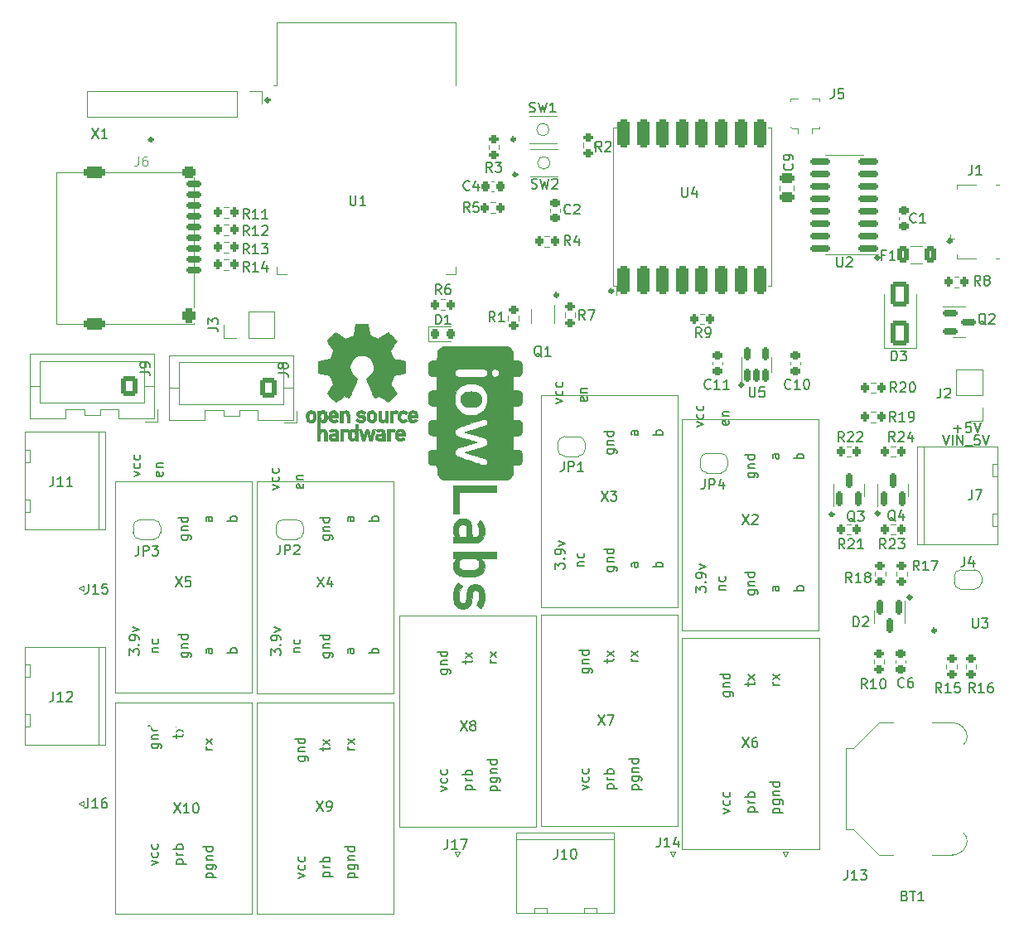
<source format=gto>
G04 #@! TF.GenerationSoftware,KiCad,Pcbnew,7.0.5-7.0.5~ubuntu20.04.1*
G04 #@! TF.CreationDate,2023-10-09T18:00:40-03:00*
G04 #@! TF.ProjectId,Phecda_board,50686563-6461-45f6-926f-6172642e6b69,rev?*
G04 #@! TF.SameCoordinates,Original*
G04 #@! TF.FileFunction,Legend,Top*
G04 #@! TF.FilePolarity,Positive*
%FSLAX46Y46*%
G04 Gerber Fmt 4.6, Leading zero omitted, Abs format (unit mm)*
G04 Created by KiCad (PCBNEW 7.0.5-7.0.5~ubuntu20.04.1) date 2023-10-09 18:00:40*
%MOMM*%
%LPD*%
G01*
G04 APERTURE LIST*
G04 Aperture macros list*
%AMRoundRect*
0 Rectangle with rounded corners*
0 $1 Rounding radius*
0 $2 $3 $4 $5 $6 $7 $8 $9 X,Y pos of 4 corners*
0 Add a 4 corners polygon primitive as box body*
4,1,4,$2,$3,$4,$5,$6,$7,$8,$9,$2,$3,0*
0 Add four circle primitives for the rounded corners*
1,1,$1+$1,$2,$3*
1,1,$1+$1,$4,$5*
1,1,$1+$1,$6,$7*
1,1,$1+$1,$8,$9*
0 Add four rect primitives between the rounded corners*
20,1,$1+$1,$2,$3,$4,$5,0*
20,1,$1+$1,$4,$5,$6,$7,0*
20,1,$1+$1,$6,$7,$8,$9,0*
20,1,$1+$1,$8,$9,$2,$3,0*%
%AMFreePoly0*
4,1,19,0.500000,-0.750000,0.000000,-0.750000,0.000000,-0.744911,-0.071157,-0.744911,-0.207708,-0.704816,-0.327430,-0.627875,-0.420627,-0.520320,-0.479746,-0.390866,-0.500000,-0.250000,-0.500000,0.250000,-0.479746,0.390866,-0.420627,0.520320,-0.327430,0.627875,-0.207708,0.704816,-0.071157,0.744911,0.000000,0.744911,0.000000,0.750000,0.500000,0.750000,0.500000,-0.750000,0.500000,-0.750000,
$1*%
%AMFreePoly1*
4,1,19,0.000000,0.744911,0.071157,0.744911,0.207708,0.704816,0.327430,0.627875,0.420627,0.520320,0.479746,0.390866,0.500000,0.250000,0.500000,-0.250000,0.479746,-0.390866,0.420627,-0.520320,0.327430,-0.627875,0.207708,-0.704816,0.071157,-0.744911,0.000000,-0.744911,0.000000,-0.750000,-0.500000,-0.750000,-0.500000,0.750000,0.000000,0.750000,0.000000,0.744911,0.000000,0.744911,
$1*%
G04 Aperture macros list end*
%ADD10C,0.357843*%
%ADD11C,0.150000*%
%ADD12C,0.100000*%
%ADD13C,0.120000*%
%ADD14C,0.010000*%
%ADD15RoundRect,0.150000X0.150000X-0.587500X0.150000X0.587500X-0.150000X0.587500X-0.150000X-0.587500X0*%
%ADD16R,1.700000X1.700000*%
%ADD17O,1.700000X1.700000*%
%ADD18FreePoly0,0.000000*%
%ADD19FreePoly1,0.000000*%
%ADD20C,2.200000*%
%ADD21RoundRect,0.150000X-0.587500X-0.150000X0.587500X-0.150000X0.587500X0.150000X-0.587500X0.150000X0*%
%ADD22RoundRect,0.200000X0.275000X-0.200000X0.275000X0.200000X-0.275000X0.200000X-0.275000X-0.200000X0*%
%ADD23R,0.400000X1.500000*%
%ADD24R,3.300000X3.500000*%
%ADD25C,10.200000*%
%ADD26RoundRect,0.200000X0.200000X0.275000X-0.200000X0.275000X-0.200000X-0.275000X0.200000X-0.275000X0*%
%ADD27R,1.500000X5.080000*%
%ADD28RoundRect,0.200000X-0.200000X-0.275000X0.200000X-0.275000X0.200000X0.275000X-0.200000X0.275000X0*%
%ADD29RoundRect,0.200000X-0.275000X0.200000X-0.275000X-0.200000X0.275000X-0.200000X0.275000X0.200000X0*%
%ADD30R,5.080000X1.500000*%
%ADD31RoundRect,0.250000X0.600000X0.725000X-0.600000X0.725000X-0.600000X-0.725000X0.600000X-0.725000X0*%
%ADD32O,1.700000X1.950000*%
%ADD33RoundRect,0.225000X-0.250000X0.225000X-0.250000X-0.225000X0.250000X-0.225000X0.250000X0.225000X0*%
%ADD34RoundRect,0.150000X0.150000X-0.512500X0.150000X0.512500X-0.150000X0.512500X-0.150000X-0.512500X0*%
%ADD35RoundRect,0.225000X0.250000X-0.225000X0.250000X0.225000X-0.250000X0.225000X-0.250000X-0.225000X0*%
%ADD36C,1.800000*%
%ADD37R,1.350000X0.400000*%
%ADD38O,1.550000X0.890000*%
%ADD39R,1.550000X1.200000*%
%ADD40O,0.950000X1.250000*%
%ADD41R,1.550000X1.500000*%
%ADD42RoundRect,0.250000X0.375000X0.625000X-0.375000X0.625000X-0.375000X-0.625000X0.375000X-0.625000X0*%
%ADD43RoundRect,0.218750X-0.218750X-0.256250X0.218750X-0.256250X0.218750X0.256250X-0.218750X0.256250X0*%
%ADD44RoundRect,0.250000X0.650000X-1.000000X0.650000X1.000000X-0.650000X1.000000X-0.650000X-1.000000X0*%
%ADD45R,1.250000X0.900000*%
%ADD46R,0.500000X0.800000*%
%ADD47RoundRect,0.150000X0.825000X0.150000X-0.825000X0.150000X-0.825000X-0.150000X0.825000X-0.150000X0*%
%ADD48RoundRect,0.150000X-0.150000X0.587500X-0.150000X-0.587500X0.150000X-0.587500X0.150000X0.587500X0*%
%ADD49RoundRect,0.225000X-0.225000X-0.250000X0.225000X-0.250000X0.225000X0.250000X-0.225000X0.250000X0*%
%ADD50R,1.500000X0.900000*%
%ADD51R,0.900000X1.500000*%
%ADD52C,0.600000*%
%ADD53R,4.200000X4.200000*%
%ADD54O,4.000000X2.000000*%
%ADD55R,1.000000X1.000000*%
%ADD56R,1.050000X2.200000*%
%ADD57RoundRect,0.250000X0.475000X-0.250000X0.475000X0.250000X-0.475000X0.250000X-0.475000X-0.250000X0*%
%ADD58O,2.000000X4.000000*%
%ADD59C,1.000000*%
%ADD60RoundRect,0.175000X0.625000X-0.175000X0.625000X0.175000X-0.625000X0.175000X-0.625000X-0.175000X0*%
%ADD61RoundRect,0.300000X0.400000X-0.300000X0.400000X0.300000X-0.400000X0.300000X-0.400000X-0.300000X0*%
%ADD62RoundRect,0.300000X0.800000X-0.300000X0.800000X0.300000X-0.800000X0.300000X-0.800000X-0.300000X0*%
%ADD63RoundRect,0.350000X0.350000X-0.450000X0.350000X0.450000X-0.350000X0.450000X-0.350000X-0.450000X0*%
%ADD64RoundRect,0.317500X0.317500X-1.157500X0.317500X1.157500X-0.317500X1.157500X-0.317500X-1.157500X0*%
G04 APERTURE END LIST*
D10*
X101378921Y-60117157D02*
G75*
G03*
X101378921Y-60117157I-178921J0D01*
G01*
X95778921Y-60517157D02*
G75*
G03*
X95778921Y-60517157I-178921J0D01*
G01*
X128618921Y-82840000D02*
G75*
G03*
X128618921Y-82840000I-178921J0D01*
G01*
X123928921Y-82930000D02*
G75*
G03*
X123928921Y-82930000I-178921J0D01*
G01*
X54348921Y-44650000D02*
G75*
G03*
X54348921Y-44650000I-178921J0D01*
G01*
X114678921Y-69717157D02*
G75*
G03*
X114678921Y-69717157I-178921J0D01*
G01*
X91578921Y-48217157D02*
G75*
G03*
X91578921Y-48217157I-178921J0D01*
G01*
X135978921Y-55017157D02*
G75*
G03*
X135978921Y-55017157I-178921J0D01*
G01*
X66278921Y-40600000D02*
G75*
G03*
X66278921Y-40600000I-178921J0D01*
G01*
X134378921Y-94817157D02*
G75*
G03*
X134378921Y-94817157I-178921J0D01*
G01*
X128578921Y-56717157D02*
G75*
G03*
X128578921Y-56717157I-178921J0D01*
G01*
X131878921Y-91417157D02*
G75*
G03*
X131878921Y-91417157I-178921J0D01*
G01*
X91378921Y-44617157D02*
G75*
G03*
X91378921Y-44617157I-178921J0D01*
G01*
D11*
X135093922Y-74869819D02*
X135427255Y-75869819D01*
X135427255Y-75869819D02*
X135760588Y-74869819D01*
X136093922Y-75869819D02*
X136093922Y-74869819D01*
X136570112Y-75869819D02*
X136570112Y-74869819D01*
X136570112Y-74869819D02*
X137141540Y-75869819D01*
X137141540Y-75869819D02*
X137141540Y-74869819D01*
X137379636Y-75965057D02*
X138141540Y-75965057D01*
X138855826Y-74869819D02*
X138379636Y-74869819D01*
X138379636Y-74869819D02*
X138332017Y-75346009D01*
X138332017Y-75346009D02*
X138379636Y-75298390D01*
X138379636Y-75298390D02*
X138474874Y-75250771D01*
X138474874Y-75250771D02*
X138712969Y-75250771D01*
X138712969Y-75250771D02*
X138808207Y-75298390D01*
X138808207Y-75298390D02*
X138855826Y-75346009D01*
X138855826Y-75346009D02*
X138903445Y-75441247D01*
X138903445Y-75441247D02*
X138903445Y-75679342D01*
X138903445Y-75679342D02*
X138855826Y-75774580D01*
X138855826Y-75774580D02*
X138808207Y-75822200D01*
X138808207Y-75822200D02*
X138712969Y-75869819D01*
X138712969Y-75869819D02*
X138474874Y-75869819D01*
X138474874Y-75869819D02*
X138379636Y-75822200D01*
X138379636Y-75822200D02*
X138332017Y-75774580D01*
X139189160Y-74869819D02*
X139522493Y-75869819D01*
X139522493Y-75869819D02*
X139855826Y-74869819D01*
X136236779Y-74188866D02*
X136998684Y-74188866D01*
X136617731Y-74569819D02*
X136617731Y-73807914D01*
X137951064Y-73569819D02*
X137474874Y-73569819D01*
X137474874Y-73569819D02*
X137427255Y-74046009D01*
X137427255Y-74046009D02*
X137474874Y-73998390D01*
X137474874Y-73998390D02*
X137570112Y-73950771D01*
X137570112Y-73950771D02*
X137808207Y-73950771D01*
X137808207Y-73950771D02*
X137903445Y-73998390D01*
X137903445Y-73998390D02*
X137951064Y-74046009D01*
X137951064Y-74046009D02*
X137998683Y-74141247D01*
X137998683Y-74141247D02*
X137998683Y-74379342D01*
X137998683Y-74379342D02*
X137951064Y-74474580D01*
X137951064Y-74474580D02*
X137903445Y-74522200D01*
X137903445Y-74522200D02*
X137808207Y-74569819D01*
X137808207Y-74569819D02*
X137570112Y-74569819D01*
X137570112Y-74569819D02*
X137474874Y-74522200D01*
X137474874Y-74522200D02*
X137427255Y-74474580D01*
X138284398Y-73569819D02*
X138617731Y-74569819D01*
X138617731Y-74569819D02*
X138951064Y-73569819D01*
X130264761Y-83630057D02*
X130169523Y-83582438D01*
X130169523Y-83582438D02*
X130074285Y-83487200D01*
X130074285Y-83487200D02*
X129931428Y-83344342D01*
X129931428Y-83344342D02*
X129836190Y-83296723D01*
X129836190Y-83296723D02*
X129740952Y-83296723D01*
X129788571Y-83534819D02*
X129693333Y-83487200D01*
X129693333Y-83487200D02*
X129598095Y-83391961D01*
X129598095Y-83391961D02*
X129550476Y-83201485D01*
X129550476Y-83201485D02*
X129550476Y-82868152D01*
X129550476Y-82868152D02*
X129598095Y-82677676D01*
X129598095Y-82677676D02*
X129693333Y-82582438D01*
X129693333Y-82582438D02*
X129788571Y-82534819D01*
X129788571Y-82534819D02*
X129979047Y-82534819D01*
X129979047Y-82534819D02*
X130074285Y-82582438D01*
X130074285Y-82582438D02*
X130169523Y-82677676D01*
X130169523Y-82677676D02*
X130217142Y-82868152D01*
X130217142Y-82868152D02*
X130217142Y-83201485D01*
X130217142Y-83201485D02*
X130169523Y-83391961D01*
X130169523Y-83391961D02*
X130074285Y-83487200D01*
X130074285Y-83487200D02*
X129979047Y-83534819D01*
X129979047Y-83534819D02*
X129788571Y-83534819D01*
X131074285Y-82868152D02*
X131074285Y-83534819D01*
X130836190Y-82487200D02*
X130598095Y-83201485D01*
X130598095Y-83201485D02*
X131217142Y-83201485D01*
X60019819Y-63903333D02*
X60734104Y-63903333D01*
X60734104Y-63903333D02*
X60876961Y-63950952D01*
X60876961Y-63950952D02*
X60972200Y-64046190D01*
X60972200Y-64046190D02*
X61019819Y-64189047D01*
X61019819Y-64189047D02*
X61019819Y-64284285D01*
X60019819Y-63522380D02*
X60019819Y-62903333D01*
X60019819Y-62903333D02*
X60400771Y-63236666D01*
X60400771Y-63236666D02*
X60400771Y-63093809D01*
X60400771Y-63093809D02*
X60448390Y-62998571D01*
X60448390Y-62998571D02*
X60496009Y-62950952D01*
X60496009Y-62950952D02*
X60591247Y-62903333D01*
X60591247Y-62903333D02*
X60829342Y-62903333D01*
X60829342Y-62903333D02*
X60924580Y-62950952D01*
X60924580Y-62950952D02*
X60972200Y-62998571D01*
X60972200Y-62998571D02*
X61019819Y-63093809D01*
X61019819Y-63093809D02*
X61019819Y-63379523D01*
X61019819Y-63379523D02*
X60972200Y-63474761D01*
X60972200Y-63474761D02*
X60924580Y-63522380D01*
X52916666Y-86154819D02*
X52916666Y-86869104D01*
X52916666Y-86869104D02*
X52869047Y-87011961D01*
X52869047Y-87011961D02*
X52773809Y-87107200D01*
X52773809Y-87107200D02*
X52630952Y-87154819D01*
X52630952Y-87154819D02*
X52535714Y-87154819D01*
X53392857Y-87154819D02*
X53392857Y-86154819D01*
X53392857Y-86154819D02*
X53773809Y-86154819D01*
X53773809Y-86154819D02*
X53869047Y-86202438D01*
X53869047Y-86202438D02*
X53916666Y-86250057D01*
X53916666Y-86250057D02*
X53964285Y-86345295D01*
X53964285Y-86345295D02*
X53964285Y-86488152D01*
X53964285Y-86488152D02*
X53916666Y-86583390D01*
X53916666Y-86583390D02*
X53869047Y-86631009D01*
X53869047Y-86631009D02*
X53773809Y-86678628D01*
X53773809Y-86678628D02*
X53392857Y-86678628D01*
X54297619Y-86154819D02*
X54916666Y-86154819D01*
X54916666Y-86154819D02*
X54583333Y-86535771D01*
X54583333Y-86535771D02*
X54726190Y-86535771D01*
X54726190Y-86535771D02*
X54821428Y-86583390D01*
X54821428Y-86583390D02*
X54869047Y-86631009D01*
X54869047Y-86631009D02*
X54916666Y-86726247D01*
X54916666Y-86726247D02*
X54916666Y-86964342D01*
X54916666Y-86964342D02*
X54869047Y-87059580D01*
X54869047Y-87059580D02*
X54821428Y-87107200D01*
X54821428Y-87107200D02*
X54726190Y-87154819D01*
X54726190Y-87154819D02*
X54440476Y-87154819D01*
X54440476Y-87154819D02*
X54345238Y-87107200D01*
X54345238Y-87107200D02*
X54297619Y-87059580D01*
X67366666Y-86054819D02*
X67366666Y-86769104D01*
X67366666Y-86769104D02*
X67319047Y-86911961D01*
X67319047Y-86911961D02*
X67223809Y-87007200D01*
X67223809Y-87007200D02*
X67080952Y-87054819D01*
X67080952Y-87054819D02*
X66985714Y-87054819D01*
X67842857Y-87054819D02*
X67842857Y-86054819D01*
X67842857Y-86054819D02*
X68223809Y-86054819D01*
X68223809Y-86054819D02*
X68319047Y-86102438D01*
X68319047Y-86102438D02*
X68366666Y-86150057D01*
X68366666Y-86150057D02*
X68414285Y-86245295D01*
X68414285Y-86245295D02*
X68414285Y-86388152D01*
X68414285Y-86388152D02*
X68366666Y-86483390D01*
X68366666Y-86483390D02*
X68319047Y-86531009D01*
X68319047Y-86531009D02*
X68223809Y-86578628D01*
X68223809Y-86578628D02*
X67842857Y-86578628D01*
X68795238Y-86150057D02*
X68842857Y-86102438D01*
X68842857Y-86102438D02*
X68938095Y-86054819D01*
X68938095Y-86054819D02*
X69176190Y-86054819D01*
X69176190Y-86054819D02*
X69271428Y-86102438D01*
X69271428Y-86102438D02*
X69319047Y-86150057D01*
X69319047Y-86150057D02*
X69366666Y-86245295D01*
X69366666Y-86245295D02*
X69366666Y-86340533D01*
X69366666Y-86340533D02*
X69319047Y-86483390D01*
X69319047Y-86483390D02*
X68747619Y-87054819D01*
X68747619Y-87054819D02*
X69366666Y-87054819D01*
X139504761Y-63550057D02*
X139409523Y-63502438D01*
X139409523Y-63502438D02*
X139314285Y-63407200D01*
X139314285Y-63407200D02*
X139171428Y-63264342D01*
X139171428Y-63264342D02*
X139076190Y-63216723D01*
X139076190Y-63216723D02*
X138980952Y-63216723D01*
X139028571Y-63454819D02*
X138933333Y-63407200D01*
X138933333Y-63407200D02*
X138838095Y-63311961D01*
X138838095Y-63311961D02*
X138790476Y-63121485D01*
X138790476Y-63121485D02*
X138790476Y-62788152D01*
X138790476Y-62788152D02*
X138838095Y-62597676D01*
X138838095Y-62597676D02*
X138933333Y-62502438D01*
X138933333Y-62502438D02*
X139028571Y-62454819D01*
X139028571Y-62454819D02*
X139219047Y-62454819D01*
X139219047Y-62454819D02*
X139314285Y-62502438D01*
X139314285Y-62502438D02*
X139409523Y-62597676D01*
X139409523Y-62597676D02*
X139457142Y-62788152D01*
X139457142Y-62788152D02*
X139457142Y-63121485D01*
X139457142Y-63121485D02*
X139409523Y-63311961D01*
X139409523Y-63311961D02*
X139314285Y-63407200D01*
X139314285Y-63407200D02*
X139219047Y-63454819D01*
X139219047Y-63454819D02*
X139028571Y-63454819D01*
X139838095Y-62550057D02*
X139885714Y-62502438D01*
X139885714Y-62502438D02*
X139980952Y-62454819D01*
X139980952Y-62454819D02*
X140219047Y-62454819D01*
X140219047Y-62454819D02*
X140314285Y-62502438D01*
X140314285Y-62502438D02*
X140361904Y-62550057D01*
X140361904Y-62550057D02*
X140409523Y-62645295D01*
X140409523Y-62645295D02*
X140409523Y-62740533D01*
X140409523Y-62740533D02*
X140361904Y-62883390D01*
X140361904Y-62883390D02*
X139790476Y-63454819D01*
X139790476Y-63454819D02*
X140409523Y-63454819D01*
X134957142Y-101154819D02*
X134623809Y-100678628D01*
X134385714Y-101154819D02*
X134385714Y-100154819D01*
X134385714Y-100154819D02*
X134766666Y-100154819D01*
X134766666Y-100154819D02*
X134861904Y-100202438D01*
X134861904Y-100202438D02*
X134909523Y-100250057D01*
X134909523Y-100250057D02*
X134957142Y-100345295D01*
X134957142Y-100345295D02*
X134957142Y-100488152D01*
X134957142Y-100488152D02*
X134909523Y-100583390D01*
X134909523Y-100583390D02*
X134861904Y-100631009D01*
X134861904Y-100631009D02*
X134766666Y-100678628D01*
X134766666Y-100678628D02*
X134385714Y-100678628D01*
X135909523Y-101154819D02*
X135338095Y-101154819D01*
X135623809Y-101154819D02*
X135623809Y-100154819D01*
X135623809Y-100154819D02*
X135528571Y-100297676D01*
X135528571Y-100297676D02*
X135433333Y-100392914D01*
X135433333Y-100392914D02*
X135338095Y-100440533D01*
X136814285Y-100154819D02*
X136338095Y-100154819D01*
X136338095Y-100154819D02*
X136290476Y-100631009D01*
X136290476Y-100631009D02*
X136338095Y-100583390D01*
X136338095Y-100583390D02*
X136433333Y-100535771D01*
X136433333Y-100535771D02*
X136671428Y-100535771D01*
X136671428Y-100535771D02*
X136766666Y-100583390D01*
X136766666Y-100583390D02*
X136814285Y-100631009D01*
X136814285Y-100631009D02*
X136861904Y-100726247D01*
X136861904Y-100726247D02*
X136861904Y-100964342D01*
X136861904Y-100964342D02*
X136814285Y-101059580D01*
X136814285Y-101059580D02*
X136766666Y-101107200D01*
X136766666Y-101107200D02*
X136671428Y-101154819D01*
X136671428Y-101154819D02*
X136433333Y-101154819D01*
X136433333Y-101154819D02*
X136338095Y-101107200D01*
X136338095Y-101107200D02*
X136290476Y-101059580D01*
X94104761Y-66850057D02*
X94009523Y-66802438D01*
X94009523Y-66802438D02*
X93914285Y-66707200D01*
X93914285Y-66707200D02*
X93771428Y-66564342D01*
X93771428Y-66564342D02*
X93676190Y-66516723D01*
X93676190Y-66516723D02*
X93580952Y-66516723D01*
X93628571Y-66754819D02*
X93533333Y-66707200D01*
X93533333Y-66707200D02*
X93438095Y-66611961D01*
X93438095Y-66611961D02*
X93390476Y-66421485D01*
X93390476Y-66421485D02*
X93390476Y-66088152D01*
X93390476Y-66088152D02*
X93438095Y-65897676D01*
X93438095Y-65897676D02*
X93533333Y-65802438D01*
X93533333Y-65802438D02*
X93628571Y-65754819D01*
X93628571Y-65754819D02*
X93819047Y-65754819D01*
X93819047Y-65754819D02*
X93914285Y-65802438D01*
X93914285Y-65802438D02*
X94009523Y-65897676D01*
X94009523Y-65897676D02*
X94057142Y-66088152D01*
X94057142Y-66088152D02*
X94057142Y-66421485D01*
X94057142Y-66421485D02*
X94009523Y-66611961D01*
X94009523Y-66611961D02*
X93914285Y-66707200D01*
X93914285Y-66707200D02*
X93819047Y-66754819D01*
X93819047Y-66754819D02*
X93628571Y-66754819D01*
X95009523Y-66754819D02*
X94438095Y-66754819D01*
X94723809Y-66754819D02*
X94723809Y-65754819D01*
X94723809Y-65754819D02*
X94628571Y-65897676D01*
X94628571Y-65897676D02*
X94533333Y-65992914D01*
X94533333Y-65992914D02*
X94438095Y-66040533D01*
X131214285Y-121931009D02*
X131357142Y-121978628D01*
X131357142Y-121978628D02*
X131404761Y-122026247D01*
X131404761Y-122026247D02*
X131452380Y-122121485D01*
X131452380Y-122121485D02*
X131452380Y-122264342D01*
X131452380Y-122264342D02*
X131404761Y-122359580D01*
X131404761Y-122359580D02*
X131357142Y-122407200D01*
X131357142Y-122407200D02*
X131261904Y-122454819D01*
X131261904Y-122454819D02*
X130880952Y-122454819D01*
X130880952Y-122454819D02*
X130880952Y-121454819D01*
X130880952Y-121454819D02*
X131214285Y-121454819D01*
X131214285Y-121454819D02*
X131309523Y-121502438D01*
X131309523Y-121502438D02*
X131357142Y-121550057D01*
X131357142Y-121550057D02*
X131404761Y-121645295D01*
X131404761Y-121645295D02*
X131404761Y-121740533D01*
X131404761Y-121740533D02*
X131357142Y-121835771D01*
X131357142Y-121835771D02*
X131309523Y-121883390D01*
X131309523Y-121883390D02*
X131214285Y-121931009D01*
X131214285Y-121931009D02*
X130880952Y-121931009D01*
X131738095Y-121454819D02*
X132309523Y-121454819D01*
X132023809Y-122454819D02*
X132023809Y-121454819D01*
X133166666Y-122454819D02*
X132595238Y-122454819D01*
X132880952Y-122454819D02*
X132880952Y-121454819D01*
X132880952Y-121454819D02*
X132785714Y-121597676D01*
X132785714Y-121597676D02*
X132690476Y-121692914D01*
X132690476Y-121692914D02*
X132595238Y-121740533D01*
X64197142Y-56308151D02*
X63863809Y-55831960D01*
X63625714Y-56308151D02*
X63625714Y-55308151D01*
X63625714Y-55308151D02*
X64006666Y-55308151D01*
X64006666Y-55308151D02*
X64101904Y-55355770D01*
X64101904Y-55355770D02*
X64149523Y-55403389D01*
X64149523Y-55403389D02*
X64197142Y-55498627D01*
X64197142Y-55498627D02*
X64197142Y-55641484D01*
X64197142Y-55641484D02*
X64149523Y-55736722D01*
X64149523Y-55736722D02*
X64101904Y-55784341D01*
X64101904Y-55784341D02*
X64006666Y-55831960D01*
X64006666Y-55831960D02*
X63625714Y-55831960D01*
X65149523Y-56308151D02*
X64578095Y-56308151D01*
X64863809Y-56308151D02*
X64863809Y-55308151D01*
X64863809Y-55308151D02*
X64768571Y-55451008D01*
X64768571Y-55451008D02*
X64673333Y-55546246D01*
X64673333Y-55546246D02*
X64578095Y-55593865D01*
X65482857Y-55308151D02*
X66101904Y-55308151D01*
X66101904Y-55308151D02*
X65768571Y-55689103D01*
X65768571Y-55689103D02*
X65911428Y-55689103D01*
X65911428Y-55689103D02*
X66006666Y-55736722D01*
X66006666Y-55736722D02*
X66054285Y-55784341D01*
X66054285Y-55784341D02*
X66101904Y-55879579D01*
X66101904Y-55879579D02*
X66101904Y-56117674D01*
X66101904Y-56117674D02*
X66054285Y-56212912D01*
X66054285Y-56212912D02*
X66006666Y-56260532D01*
X66006666Y-56260532D02*
X65911428Y-56308151D01*
X65911428Y-56308151D02*
X65625714Y-56308151D01*
X65625714Y-56308151D02*
X65530476Y-56260532D01*
X65530476Y-56260532D02*
X65482857Y-56212912D01*
X84490476Y-116154819D02*
X84490476Y-116869104D01*
X84490476Y-116869104D02*
X84442857Y-117011961D01*
X84442857Y-117011961D02*
X84347619Y-117107200D01*
X84347619Y-117107200D02*
X84204762Y-117154819D01*
X84204762Y-117154819D02*
X84109524Y-117154819D01*
X85490476Y-117154819D02*
X84919048Y-117154819D01*
X85204762Y-117154819D02*
X85204762Y-116154819D01*
X85204762Y-116154819D02*
X85109524Y-116297676D01*
X85109524Y-116297676D02*
X85014286Y-116392914D01*
X85014286Y-116392914D02*
X84919048Y-116440533D01*
X85823810Y-116154819D02*
X86490476Y-116154819D01*
X86490476Y-116154819D02*
X86061905Y-117154819D01*
X125057142Y-86454819D02*
X124723809Y-85978628D01*
X124485714Y-86454819D02*
X124485714Y-85454819D01*
X124485714Y-85454819D02*
X124866666Y-85454819D01*
X124866666Y-85454819D02*
X124961904Y-85502438D01*
X124961904Y-85502438D02*
X125009523Y-85550057D01*
X125009523Y-85550057D02*
X125057142Y-85645295D01*
X125057142Y-85645295D02*
X125057142Y-85788152D01*
X125057142Y-85788152D02*
X125009523Y-85883390D01*
X125009523Y-85883390D02*
X124961904Y-85931009D01*
X124961904Y-85931009D02*
X124866666Y-85978628D01*
X124866666Y-85978628D02*
X124485714Y-85978628D01*
X125438095Y-85550057D02*
X125485714Y-85502438D01*
X125485714Y-85502438D02*
X125580952Y-85454819D01*
X125580952Y-85454819D02*
X125819047Y-85454819D01*
X125819047Y-85454819D02*
X125914285Y-85502438D01*
X125914285Y-85502438D02*
X125961904Y-85550057D01*
X125961904Y-85550057D02*
X126009523Y-85645295D01*
X126009523Y-85645295D02*
X126009523Y-85740533D01*
X126009523Y-85740533D02*
X125961904Y-85883390D01*
X125961904Y-85883390D02*
X125390476Y-86454819D01*
X125390476Y-86454819D02*
X126009523Y-86454819D01*
X126961904Y-86454819D02*
X126390476Y-86454819D01*
X126676190Y-86454819D02*
X126676190Y-85454819D01*
X126676190Y-85454819D02*
X126580952Y-85597676D01*
X126580952Y-85597676D02*
X126485714Y-85692914D01*
X126485714Y-85692914D02*
X126390476Y-85740533D01*
X132667142Y-88674819D02*
X132333809Y-88198628D01*
X132095714Y-88674819D02*
X132095714Y-87674819D01*
X132095714Y-87674819D02*
X132476666Y-87674819D01*
X132476666Y-87674819D02*
X132571904Y-87722438D01*
X132571904Y-87722438D02*
X132619523Y-87770057D01*
X132619523Y-87770057D02*
X132667142Y-87865295D01*
X132667142Y-87865295D02*
X132667142Y-88008152D01*
X132667142Y-88008152D02*
X132619523Y-88103390D01*
X132619523Y-88103390D02*
X132571904Y-88151009D01*
X132571904Y-88151009D02*
X132476666Y-88198628D01*
X132476666Y-88198628D02*
X132095714Y-88198628D01*
X133619523Y-88674819D02*
X133048095Y-88674819D01*
X133333809Y-88674819D02*
X133333809Y-87674819D01*
X133333809Y-87674819D02*
X133238571Y-87817676D01*
X133238571Y-87817676D02*
X133143333Y-87912914D01*
X133143333Y-87912914D02*
X133048095Y-87960533D01*
X133952857Y-87674819D02*
X134619523Y-87674819D01*
X134619523Y-87674819D02*
X134190952Y-88674819D01*
X47752976Y-111954819D02*
X47752976Y-112669104D01*
X47752976Y-112669104D02*
X47705357Y-112811961D01*
X47705357Y-112811961D02*
X47610119Y-112907200D01*
X47610119Y-112907200D02*
X47467262Y-112954819D01*
X47467262Y-112954819D02*
X47372024Y-112954819D01*
X48752976Y-112954819D02*
X48181548Y-112954819D01*
X48467262Y-112954819D02*
X48467262Y-111954819D01*
X48467262Y-111954819D02*
X48372024Y-112097676D01*
X48372024Y-112097676D02*
X48276786Y-112192914D01*
X48276786Y-112192914D02*
X48181548Y-112240533D01*
X49610119Y-111954819D02*
X49419643Y-111954819D01*
X49419643Y-111954819D02*
X49324405Y-112002438D01*
X49324405Y-112002438D02*
X49276786Y-112050057D01*
X49276786Y-112050057D02*
X49181548Y-112192914D01*
X49181548Y-112192914D02*
X49133929Y-112383390D01*
X49133929Y-112383390D02*
X49133929Y-112764342D01*
X49133929Y-112764342D02*
X49181548Y-112859580D01*
X49181548Y-112859580D02*
X49229167Y-112907200D01*
X49229167Y-112907200D02*
X49324405Y-112954819D01*
X49324405Y-112954819D02*
X49514881Y-112954819D01*
X49514881Y-112954819D02*
X49610119Y-112907200D01*
X49610119Y-112907200D02*
X49657738Y-112859580D01*
X49657738Y-112859580D02*
X49705357Y-112764342D01*
X49705357Y-112764342D02*
X49705357Y-112526247D01*
X49705357Y-112526247D02*
X49657738Y-112431009D01*
X49657738Y-112431009D02*
X49610119Y-112383390D01*
X49610119Y-112383390D02*
X49514881Y-112335771D01*
X49514881Y-112335771D02*
X49324405Y-112335771D01*
X49324405Y-112335771D02*
X49229167Y-112383390D01*
X49229167Y-112383390D02*
X49181548Y-112431009D01*
X49181548Y-112431009D02*
X49133929Y-112526247D01*
X67174619Y-68493133D02*
X67888904Y-68493133D01*
X67888904Y-68493133D02*
X68031761Y-68540752D01*
X68031761Y-68540752D02*
X68127000Y-68635990D01*
X68127000Y-68635990D02*
X68174619Y-68778847D01*
X68174619Y-68778847D02*
X68174619Y-68874085D01*
X67603190Y-67874085D02*
X67555571Y-67969323D01*
X67555571Y-67969323D02*
X67507952Y-68016942D01*
X67507952Y-68016942D02*
X67412714Y-68064561D01*
X67412714Y-68064561D02*
X67365095Y-68064561D01*
X67365095Y-68064561D02*
X67269857Y-68016942D01*
X67269857Y-68016942D02*
X67222238Y-67969323D01*
X67222238Y-67969323D02*
X67174619Y-67874085D01*
X67174619Y-67874085D02*
X67174619Y-67683609D01*
X67174619Y-67683609D02*
X67222238Y-67588371D01*
X67222238Y-67588371D02*
X67269857Y-67540752D01*
X67269857Y-67540752D02*
X67365095Y-67493133D01*
X67365095Y-67493133D02*
X67412714Y-67493133D01*
X67412714Y-67493133D02*
X67507952Y-67540752D01*
X67507952Y-67540752D02*
X67555571Y-67588371D01*
X67555571Y-67588371D02*
X67603190Y-67683609D01*
X67603190Y-67683609D02*
X67603190Y-67874085D01*
X67603190Y-67874085D02*
X67650809Y-67969323D01*
X67650809Y-67969323D02*
X67698428Y-68016942D01*
X67698428Y-68016942D02*
X67793666Y-68064561D01*
X67793666Y-68064561D02*
X67984142Y-68064561D01*
X67984142Y-68064561D02*
X68079380Y-68016942D01*
X68079380Y-68016942D02*
X68127000Y-67969323D01*
X68127000Y-67969323D02*
X68174619Y-67874085D01*
X68174619Y-67874085D02*
X68174619Y-67683609D01*
X68174619Y-67683609D02*
X68127000Y-67588371D01*
X68127000Y-67588371D02*
X68079380Y-67540752D01*
X68079380Y-67540752D02*
X67984142Y-67493133D01*
X67984142Y-67493133D02*
X67793666Y-67493133D01*
X67793666Y-67493133D02*
X67698428Y-67540752D01*
X67698428Y-67540752D02*
X67650809Y-67588371D01*
X67650809Y-67588371D02*
X67603190Y-67683609D01*
X132363333Y-53059580D02*
X132315714Y-53107200D01*
X132315714Y-53107200D02*
X132172857Y-53154819D01*
X132172857Y-53154819D02*
X132077619Y-53154819D01*
X132077619Y-53154819D02*
X131934762Y-53107200D01*
X131934762Y-53107200D02*
X131839524Y-53011961D01*
X131839524Y-53011961D02*
X131791905Y-52916723D01*
X131791905Y-52916723D02*
X131744286Y-52726247D01*
X131744286Y-52726247D02*
X131744286Y-52583390D01*
X131744286Y-52583390D02*
X131791905Y-52392914D01*
X131791905Y-52392914D02*
X131839524Y-52297676D01*
X131839524Y-52297676D02*
X131934762Y-52202438D01*
X131934762Y-52202438D02*
X132077619Y-52154819D01*
X132077619Y-52154819D02*
X132172857Y-52154819D01*
X132172857Y-52154819D02*
X132315714Y-52202438D01*
X132315714Y-52202438D02*
X132363333Y-52250057D01*
X133315714Y-53154819D02*
X132744286Y-53154819D01*
X133030000Y-53154819D02*
X133030000Y-52154819D01*
X133030000Y-52154819D02*
X132934762Y-52297676D01*
X132934762Y-52297676D02*
X132839524Y-52392914D01*
X132839524Y-52392914D02*
X132744286Y-52440533D01*
X115338095Y-69954819D02*
X115338095Y-70764342D01*
X115338095Y-70764342D02*
X115385714Y-70859580D01*
X115385714Y-70859580D02*
X115433333Y-70907200D01*
X115433333Y-70907200D02*
X115528571Y-70954819D01*
X115528571Y-70954819D02*
X115719047Y-70954819D01*
X115719047Y-70954819D02*
X115814285Y-70907200D01*
X115814285Y-70907200D02*
X115861904Y-70859580D01*
X115861904Y-70859580D02*
X115909523Y-70764342D01*
X115909523Y-70764342D02*
X115909523Y-69954819D01*
X116861904Y-69954819D02*
X116385714Y-69954819D01*
X116385714Y-69954819D02*
X116338095Y-70431009D01*
X116338095Y-70431009D02*
X116385714Y-70383390D01*
X116385714Y-70383390D02*
X116480952Y-70335771D01*
X116480952Y-70335771D02*
X116719047Y-70335771D01*
X116719047Y-70335771D02*
X116814285Y-70383390D01*
X116814285Y-70383390D02*
X116861904Y-70431009D01*
X116861904Y-70431009D02*
X116909523Y-70526247D01*
X116909523Y-70526247D02*
X116909523Y-70764342D01*
X116909523Y-70764342D02*
X116861904Y-70859580D01*
X116861904Y-70859580D02*
X116814285Y-70907200D01*
X116814285Y-70907200D02*
X116719047Y-70954819D01*
X116719047Y-70954819D02*
X116480952Y-70954819D01*
X116480952Y-70954819D02*
X116385714Y-70907200D01*
X116385714Y-70907200D02*
X116338095Y-70859580D01*
X97033333Y-52159580D02*
X96985714Y-52207200D01*
X96985714Y-52207200D02*
X96842857Y-52254819D01*
X96842857Y-52254819D02*
X96747619Y-52254819D01*
X96747619Y-52254819D02*
X96604762Y-52207200D01*
X96604762Y-52207200D02*
X96509524Y-52111961D01*
X96509524Y-52111961D02*
X96461905Y-52016723D01*
X96461905Y-52016723D02*
X96414286Y-51826247D01*
X96414286Y-51826247D02*
X96414286Y-51683390D01*
X96414286Y-51683390D02*
X96461905Y-51492914D01*
X96461905Y-51492914D02*
X96509524Y-51397676D01*
X96509524Y-51397676D02*
X96604762Y-51302438D01*
X96604762Y-51302438D02*
X96747619Y-51254819D01*
X96747619Y-51254819D02*
X96842857Y-51254819D01*
X96842857Y-51254819D02*
X96985714Y-51302438D01*
X96985714Y-51302438D02*
X97033333Y-51350057D01*
X97414286Y-51350057D02*
X97461905Y-51302438D01*
X97461905Y-51302438D02*
X97557143Y-51254819D01*
X97557143Y-51254819D02*
X97795238Y-51254819D01*
X97795238Y-51254819D02*
X97890476Y-51302438D01*
X97890476Y-51302438D02*
X97938095Y-51350057D01*
X97938095Y-51350057D02*
X97985714Y-51445295D01*
X97985714Y-51445295D02*
X97985714Y-51540533D01*
X97985714Y-51540533D02*
X97938095Y-51683390D01*
X97938095Y-51683390D02*
X97366667Y-52254819D01*
X97366667Y-52254819D02*
X97985714Y-52254819D01*
X110766666Y-79354819D02*
X110766666Y-80069104D01*
X110766666Y-80069104D02*
X110719047Y-80211961D01*
X110719047Y-80211961D02*
X110623809Y-80307200D01*
X110623809Y-80307200D02*
X110480952Y-80354819D01*
X110480952Y-80354819D02*
X110385714Y-80354819D01*
X111242857Y-80354819D02*
X111242857Y-79354819D01*
X111242857Y-79354819D02*
X111623809Y-79354819D01*
X111623809Y-79354819D02*
X111719047Y-79402438D01*
X111719047Y-79402438D02*
X111766666Y-79450057D01*
X111766666Y-79450057D02*
X111814285Y-79545295D01*
X111814285Y-79545295D02*
X111814285Y-79688152D01*
X111814285Y-79688152D02*
X111766666Y-79783390D01*
X111766666Y-79783390D02*
X111719047Y-79831009D01*
X111719047Y-79831009D02*
X111623809Y-79878628D01*
X111623809Y-79878628D02*
X111242857Y-79878628D01*
X112671428Y-79688152D02*
X112671428Y-80354819D01*
X112433333Y-79307200D02*
X112195238Y-80021485D01*
X112195238Y-80021485D02*
X112814285Y-80021485D01*
X64197142Y-54441485D02*
X63863809Y-53965294D01*
X63625714Y-54441485D02*
X63625714Y-53441485D01*
X63625714Y-53441485D02*
X64006666Y-53441485D01*
X64006666Y-53441485D02*
X64101904Y-53489104D01*
X64101904Y-53489104D02*
X64149523Y-53536723D01*
X64149523Y-53536723D02*
X64197142Y-53631961D01*
X64197142Y-53631961D02*
X64197142Y-53774818D01*
X64197142Y-53774818D02*
X64149523Y-53870056D01*
X64149523Y-53870056D02*
X64101904Y-53917675D01*
X64101904Y-53917675D02*
X64006666Y-53965294D01*
X64006666Y-53965294D02*
X63625714Y-53965294D01*
X65149523Y-54441485D02*
X64578095Y-54441485D01*
X64863809Y-54441485D02*
X64863809Y-53441485D01*
X64863809Y-53441485D02*
X64768571Y-53584342D01*
X64768571Y-53584342D02*
X64673333Y-53679580D01*
X64673333Y-53679580D02*
X64578095Y-53727199D01*
X65530476Y-53536723D02*
X65578095Y-53489104D01*
X65578095Y-53489104D02*
X65673333Y-53441485D01*
X65673333Y-53441485D02*
X65911428Y-53441485D01*
X65911428Y-53441485D02*
X66006666Y-53489104D01*
X66006666Y-53489104D02*
X66054285Y-53536723D01*
X66054285Y-53536723D02*
X66101904Y-53631961D01*
X66101904Y-53631961D02*
X66101904Y-53727199D01*
X66101904Y-53727199D02*
X66054285Y-53870056D01*
X66054285Y-53870056D02*
X65482857Y-54441485D01*
X65482857Y-54441485D02*
X66101904Y-54441485D01*
X86733333Y-52054819D02*
X86400000Y-51578628D01*
X86161905Y-52054819D02*
X86161905Y-51054819D01*
X86161905Y-51054819D02*
X86542857Y-51054819D01*
X86542857Y-51054819D02*
X86638095Y-51102438D01*
X86638095Y-51102438D02*
X86685714Y-51150057D01*
X86685714Y-51150057D02*
X86733333Y-51245295D01*
X86733333Y-51245295D02*
X86733333Y-51388152D01*
X86733333Y-51388152D02*
X86685714Y-51483390D01*
X86685714Y-51483390D02*
X86638095Y-51531009D01*
X86638095Y-51531009D02*
X86542857Y-51578628D01*
X86542857Y-51578628D02*
X86161905Y-51578628D01*
X87638095Y-51054819D02*
X87161905Y-51054819D01*
X87161905Y-51054819D02*
X87114286Y-51531009D01*
X87114286Y-51531009D02*
X87161905Y-51483390D01*
X87161905Y-51483390D02*
X87257143Y-51435771D01*
X87257143Y-51435771D02*
X87495238Y-51435771D01*
X87495238Y-51435771D02*
X87590476Y-51483390D01*
X87590476Y-51483390D02*
X87638095Y-51531009D01*
X87638095Y-51531009D02*
X87685714Y-51626247D01*
X87685714Y-51626247D02*
X87685714Y-51864342D01*
X87685714Y-51864342D02*
X87638095Y-51959580D01*
X87638095Y-51959580D02*
X87590476Y-52007200D01*
X87590476Y-52007200D02*
X87495238Y-52054819D01*
X87495238Y-52054819D02*
X87257143Y-52054819D01*
X87257143Y-52054819D02*
X87161905Y-52007200D01*
X87161905Y-52007200D02*
X87114286Y-51959580D01*
X114590476Y-105754819D02*
X115257142Y-106754819D01*
X115257142Y-105754819D02*
X114590476Y-106754819D01*
X116066666Y-105754819D02*
X115876190Y-105754819D01*
X115876190Y-105754819D02*
X115780952Y-105802438D01*
X115780952Y-105802438D02*
X115733333Y-105850057D01*
X115733333Y-105850057D02*
X115638095Y-105992914D01*
X115638095Y-105992914D02*
X115590476Y-106183390D01*
X115590476Y-106183390D02*
X115590476Y-106564342D01*
X115590476Y-106564342D02*
X115638095Y-106659580D01*
X115638095Y-106659580D02*
X115685714Y-106707200D01*
X115685714Y-106707200D02*
X115780952Y-106754819D01*
X115780952Y-106754819D02*
X115971428Y-106754819D01*
X115971428Y-106754819D02*
X116066666Y-106707200D01*
X116066666Y-106707200D02*
X116114285Y-106659580D01*
X116114285Y-106659580D02*
X116161904Y-106564342D01*
X116161904Y-106564342D02*
X116161904Y-106326247D01*
X116161904Y-106326247D02*
X116114285Y-106231009D01*
X116114285Y-106231009D02*
X116066666Y-106183390D01*
X116066666Y-106183390D02*
X115971428Y-106135771D01*
X115971428Y-106135771D02*
X115780952Y-106135771D01*
X115780952Y-106135771D02*
X115685714Y-106183390D01*
X115685714Y-106183390D02*
X115638095Y-106231009D01*
X115638095Y-106231009D02*
X115590476Y-106326247D01*
X117768152Y-113461428D02*
X118768152Y-113461428D01*
X117815771Y-113461428D02*
X117768152Y-113366190D01*
X117768152Y-113366190D02*
X117768152Y-113175714D01*
X117768152Y-113175714D02*
X117815771Y-113080476D01*
X117815771Y-113080476D02*
X117863390Y-113032857D01*
X117863390Y-113032857D02*
X117958628Y-112985238D01*
X117958628Y-112985238D02*
X118244342Y-112985238D01*
X118244342Y-112985238D02*
X118339580Y-113032857D01*
X118339580Y-113032857D02*
X118387200Y-113080476D01*
X118387200Y-113080476D02*
X118434819Y-113175714D01*
X118434819Y-113175714D02*
X118434819Y-113366190D01*
X118434819Y-113366190D02*
X118387200Y-113461428D01*
X117768152Y-112128095D02*
X118577676Y-112128095D01*
X118577676Y-112128095D02*
X118672914Y-112175714D01*
X118672914Y-112175714D02*
X118720533Y-112223333D01*
X118720533Y-112223333D02*
X118768152Y-112318571D01*
X118768152Y-112318571D02*
X118768152Y-112461428D01*
X118768152Y-112461428D02*
X118720533Y-112556666D01*
X118387200Y-112128095D02*
X118434819Y-112223333D01*
X118434819Y-112223333D02*
X118434819Y-112413809D01*
X118434819Y-112413809D02*
X118387200Y-112509047D01*
X118387200Y-112509047D02*
X118339580Y-112556666D01*
X118339580Y-112556666D02*
X118244342Y-112604285D01*
X118244342Y-112604285D02*
X117958628Y-112604285D01*
X117958628Y-112604285D02*
X117863390Y-112556666D01*
X117863390Y-112556666D02*
X117815771Y-112509047D01*
X117815771Y-112509047D02*
X117768152Y-112413809D01*
X117768152Y-112413809D02*
X117768152Y-112223333D01*
X117768152Y-112223333D02*
X117815771Y-112128095D01*
X117768152Y-111651904D02*
X118434819Y-111651904D01*
X117863390Y-111651904D02*
X117815771Y-111604285D01*
X117815771Y-111604285D02*
X117768152Y-111509047D01*
X117768152Y-111509047D02*
X117768152Y-111366190D01*
X117768152Y-111366190D02*
X117815771Y-111270952D01*
X117815771Y-111270952D02*
X117911009Y-111223333D01*
X117911009Y-111223333D02*
X118434819Y-111223333D01*
X118434819Y-110318571D02*
X117434819Y-110318571D01*
X118387200Y-110318571D02*
X118434819Y-110413809D01*
X118434819Y-110413809D02*
X118434819Y-110604285D01*
X118434819Y-110604285D02*
X118387200Y-110699523D01*
X118387200Y-110699523D02*
X118339580Y-110747142D01*
X118339580Y-110747142D02*
X118244342Y-110794761D01*
X118244342Y-110794761D02*
X117958628Y-110794761D01*
X117958628Y-110794761D02*
X117863390Y-110747142D01*
X117863390Y-110747142D02*
X117815771Y-110699523D01*
X117815771Y-110699523D02*
X117768152Y-110604285D01*
X117768152Y-110604285D02*
X117768152Y-110413809D01*
X117768152Y-110413809D02*
X117815771Y-110318571D01*
X115228152Y-113366190D02*
X116228152Y-113366190D01*
X115275771Y-113366190D02*
X115228152Y-113270952D01*
X115228152Y-113270952D02*
X115228152Y-113080476D01*
X115228152Y-113080476D02*
X115275771Y-112985238D01*
X115275771Y-112985238D02*
X115323390Y-112937619D01*
X115323390Y-112937619D02*
X115418628Y-112890000D01*
X115418628Y-112890000D02*
X115704342Y-112890000D01*
X115704342Y-112890000D02*
X115799580Y-112937619D01*
X115799580Y-112937619D02*
X115847200Y-112985238D01*
X115847200Y-112985238D02*
X115894819Y-113080476D01*
X115894819Y-113080476D02*
X115894819Y-113270952D01*
X115894819Y-113270952D02*
X115847200Y-113366190D01*
X115894819Y-112461428D02*
X115228152Y-112461428D01*
X115418628Y-112461428D02*
X115323390Y-112413809D01*
X115323390Y-112413809D02*
X115275771Y-112366190D01*
X115275771Y-112366190D02*
X115228152Y-112270952D01*
X115228152Y-112270952D02*
X115228152Y-112175714D01*
X115894819Y-111842380D02*
X114894819Y-111842380D01*
X115275771Y-111842380D02*
X115228152Y-111747142D01*
X115228152Y-111747142D02*
X115228152Y-111556666D01*
X115228152Y-111556666D02*
X115275771Y-111461428D01*
X115275771Y-111461428D02*
X115323390Y-111413809D01*
X115323390Y-111413809D02*
X115418628Y-111366190D01*
X115418628Y-111366190D02*
X115704342Y-111366190D01*
X115704342Y-111366190D02*
X115799580Y-111413809D01*
X115799580Y-111413809D02*
X115847200Y-111461428D01*
X115847200Y-111461428D02*
X115894819Y-111556666D01*
X115894819Y-111556666D02*
X115894819Y-111747142D01*
X115894819Y-111747142D02*
X115847200Y-111842380D01*
X115228152Y-100485237D02*
X115228152Y-100104285D01*
X114894819Y-100342380D02*
X115751961Y-100342380D01*
X115751961Y-100342380D02*
X115847200Y-100294761D01*
X115847200Y-100294761D02*
X115894819Y-100199523D01*
X115894819Y-100199523D02*
X115894819Y-100104285D01*
X115894819Y-99866189D02*
X115228152Y-99342380D01*
X115228152Y-99866189D02*
X115894819Y-99342380D01*
X112688152Y-101080476D02*
X113497676Y-101080476D01*
X113497676Y-101080476D02*
X113592914Y-101128095D01*
X113592914Y-101128095D02*
X113640533Y-101175714D01*
X113640533Y-101175714D02*
X113688152Y-101270952D01*
X113688152Y-101270952D02*
X113688152Y-101413809D01*
X113688152Y-101413809D02*
X113640533Y-101509047D01*
X113307200Y-101080476D02*
X113354819Y-101175714D01*
X113354819Y-101175714D02*
X113354819Y-101366190D01*
X113354819Y-101366190D02*
X113307200Y-101461428D01*
X113307200Y-101461428D02*
X113259580Y-101509047D01*
X113259580Y-101509047D02*
X113164342Y-101556666D01*
X113164342Y-101556666D02*
X112878628Y-101556666D01*
X112878628Y-101556666D02*
X112783390Y-101509047D01*
X112783390Y-101509047D02*
X112735771Y-101461428D01*
X112735771Y-101461428D02*
X112688152Y-101366190D01*
X112688152Y-101366190D02*
X112688152Y-101175714D01*
X112688152Y-101175714D02*
X112735771Y-101080476D01*
X112688152Y-100604285D02*
X113354819Y-100604285D01*
X112783390Y-100604285D02*
X112735771Y-100556666D01*
X112735771Y-100556666D02*
X112688152Y-100461428D01*
X112688152Y-100461428D02*
X112688152Y-100318571D01*
X112688152Y-100318571D02*
X112735771Y-100223333D01*
X112735771Y-100223333D02*
X112831009Y-100175714D01*
X112831009Y-100175714D02*
X113354819Y-100175714D01*
X113354819Y-99270952D02*
X112354819Y-99270952D01*
X113307200Y-99270952D02*
X113354819Y-99366190D01*
X113354819Y-99366190D02*
X113354819Y-99556666D01*
X113354819Y-99556666D02*
X113307200Y-99651904D01*
X113307200Y-99651904D02*
X113259580Y-99699523D01*
X113259580Y-99699523D02*
X113164342Y-99747142D01*
X113164342Y-99747142D02*
X112878628Y-99747142D01*
X112878628Y-99747142D02*
X112783390Y-99699523D01*
X112783390Y-99699523D02*
X112735771Y-99651904D01*
X112735771Y-99651904D02*
X112688152Y-99556666D01*
X112688152Y-99556666D02*
X112688152Y-99366190D01*
X112688152Y-99366190D02*
X112735771Y-99270952D01*
X112688152Y-113485237D02*
X113354819Y-113247142D01*
X113354819Y-113247142D02*
X112688152Y-113009047D01*
X113307200Y-112199523D02*
X113354819Y-112294761D01*
X113354819Y-112294761D02*
X113354819Y-112485237D01*
X113354819Y-112485237D02*
X113307200Y-112580475D01*
X113307200Y-112580475D02*
X113259580Y-112628094D01*
X113259580Y-112628094D02*
X113164342Y-112675713D01*
X113164342Y-112675713D02*
X112878628Y-112675713D01*
X112878628Y-112675713D02*
X112783390Y-112628094D01*
X112783390Y-112628094D02*
X112735771Y-112580475D01*
X112735771Y-112580475D02*
X112688152Y-112485237D01*
X112688152Y-112485237D02*
X112688152Y-112294761D01*
X112688152Y-112294761D02*
X112735771Y-112199523D01*
X113307200Y-111342380D02*
X113354819Y-111437618D01*
X113354819Y-111437618D02*
X113354819Y-111628094D01*
X113354819Y-111628094D02*
X113307200Y-111723332D01*
X113307200Y-111723332D02*
X113259580Y-111770951D01*
X113259580Y-111770951D02*
X113164342Y-111818570D01*
X113164342Y-111818570D02*
X112878628Y-111818570D01*
X112878628Y-111818570D02*
X112783390Y-111770951D01*
X112783390Y-111770951D02*
X112735771Y-111723332D01*
X112735771Y-111723332D02*
X112688152Y-111628094D01*
X112688152Y-111628094D02*
X112688152Y-111437618D01*
X112688152Y-111437618D02*
X112735771Y-111342380D01*
X118394819Y-100366190D02*
X117728152Y-100366190D01*
X117918628Y-100366190D02*
X117823390Y-100318571D01*
X117823390Y-100318571D02*
X117775771Y-100270952D01*
X117775771Y-100270952D02*
X117728152Y-100175714D01*
X117728152Y-100175714D02*
X117728152Y-100080476D01*
X118394819Y-99842380D02*
X117728152Y-99318571D01*
X117728152Y-99842380D02*
X118394819Y-99318571D01*
X110433333Y-64854819D02*
X110100000Y-64378628D01*
X109861905Y-64854819D02*
X109861905Y-63854819D01*
X109861905Y-63854819D02*
X110242857Y-63854819D01*
X110242857Y-63854819D02*
X110338095Y-63902438D01*
X110338095Y-63902438D02*
X110385714Y-63950057D01*
X110385714Y-63950057D02*
X110433333Y-64045295D01*
X110433333Y-64045295D02*
X110433333Y-64188152D01*
X110433333Y-64188152D02*
X110385714Y-64283390D01*
X110385714Y-64283390D02*
X110338095Y-64331009D01*
X110338095Y-64331009D02*
X110242857Y-64378628D01*
X110242857Y-64378628D02*
X109861905Y-64378628D01*
X110909524Y-64854819D02*
X111100000Y-64854819D01*
X111100000Y-64854819D02*
X111195238Y-64807200D01*
X111195238Y-64807200D02*
X111242857Y-64759580D01*
X111242857Y-64759580D02*
X111338095Y-64616723D01*
X111338095Y-64616723D02*
X111385714Y-64426247D01*
X111385714Y-64426247D02*
X111385714Y-64045295D01*
X111385714Y-64045295D02*
X111338095Y-63950057D01*
X111338095Y-63950057D02*
X111290476Y-63902438D01*
X111290476Y-63902438D02*
X111195238Y-63854819D01*
X111195238Y-63854819D02*
X111004762Y-63854819D01*
X111004762Y-63854819D02*
X110909524Y-63902438D01*
X110909524Y-63902438D02*
X110861905Y-63950057D01*
X110861905Y-63950057D02*
X110814286Y-64045295D01*
X110814286Y-64045295D02*
X110814286Y-64283390D01*
X110814286Y-64283390D02*
X110861905Y-64378628D01*
X110861905Y-64378628D02*
X110909524Y-64426247D01*
X110909524Y-64426247D02*
X111004762Y-64473866D01*
X111004762Y-64473866D02*
X111195238Y-64473866D01*
X111195238Y-64473866D02*
X111290476Y-64426247D01*
X111290476Y-64426247D02*
X111338095Y-64378628D01*
X111338095Y-64378628D02*
X111385714Y-64283390D01*
X130187142Y-75514819D02*
X129853809Y-75038628D01*
X129615714Y-75514819D02*
X129615714Y-74514819D01*
X129615714Y-74514819D02*
X129996666Y-74514819D01*
X129996666Y-74514819D02*
X130091904Y-74562438D01*
X130091904Y-74562438D02*
X130139523Y-74610057D01*
X130139523Y-74610057D02*
X130187142Y-74705295D01*
X130187142Y-74705295D02*
X130187142Y-74848152D01*
X130187142Y-74848152D02*
X130139523Y-74943390D01*
X130139523Y-74943390D02*
X130091904Y-74991009D01*
X130091904Y-74991009D02*
X129996666Y-75038628D01*
X129996666Y-75038628D02*
X129615714Y-75038628D01*
X130568095Y-74610057D02*
X130615714Y-74562438D01*
X130615714Y-74562438D02*
X130710952Y-74514819D01*
X130710952Y-74514819D02*
X130949047Y-74514819D01*
X130949047Y-74514819D02*
X131044285Y-74562438D01*
X131044285Y-74562438D02*
X131091904Y-74610057D01*
X131091904Y-74610057D02*
X131139523Y-74705295D01*
X131139523Y-74705295D02*
X131139523Y-74800533D01*
X131139523Y-74800533D02*
X131091904Y-74943390D01*
X131091904Y-74943390D02*
X130520476Y-75514819D01*
X130520476Y-75514819D02*
X131139523Y-75514819D01*
X131996666Y-74848152D02*
X131996666Y-75514819D01*
X131758571Y-74467200D02*
X131520476Y-75181485D01*
X131520476Y-75181485D02*
X132139523Y-75181485D01*
X138066666Y-47254819D02*
X138066666Y-47969104D01*
X138066666Y-47969104D02*
X138019047Y-48111961D01*
X138019047Y-48111961D02*
X137923809Y-48207200D01*
X137923809Y-48207200D02*
X137780952Y-48254819D01*
X137780952Y-48254819D02*
X137685714Y-48254819D01*
X139066666Y-48254819D02*
X138495238Y-48254819D01*
X138780952Y-48254819D02*
X138780952Y-47254819D01*
X138780952Y-47254819D02*
X138685714Y-47397676D01*
X138685714Y-47397676D02*
X138590476Y-47492914D01*
X138590476Y-47492914D02*
X138495238Y-47540533D01*
X129166666Y-56431009D02*
X128833333Y-56431009D01*
X128833333Y-56954819D02*
X128833333Y-55954819D01*
X128833333Y-55954819D02*
X129309523Y-55954819D01*
X130214285Y-56954819D02*
X129642857Y-56954819D01*
X129928571Y-56954819D02*
X129928571Y-55954819D01*
X129928571Y-55954819D02*
X129833333Y-56097676D01*
X129833333Y-56097676D02*
X129738095Y-56192914D01*
X129738095Y-56192914D02*
X129642857Y-56240533D01*
X64197142Y-52734819D02*
X63863809Y-52258628D01*
X63625714Y-52734819D02*
X63625714Y-51734819D01*
X63625714Y-51734819D02*
X64006666Y-51734819D01*
X64006666Y-51734819D02*
X64101904Y-51782438D01*
X64101904Y-51782438D02*
X64149523Y-51830057D01*
X64149523Y-51830057D02*
X64197142Y-51925295D01*
X64197142Y-51925295D02*
X64197142Y-52068152D01*
X64197142Y-52068152D02*
X64149523Y-52163390D01*
X64149523Y-52163390D02*
X64101904Y-52211009D01*
X64101904Y-52211009D02*
X64006666Y-52258628D01*
X64006666Y-52258628D02*
X63625714Y-52258628D01*
X65149523Y-52734819D02*
X64578095Y-52734819D01*
X64863809Y-52734819D02*
X64863809Y-51734819D01*
X64863809Y-51734819D02*
X64768571Y-51877676D01*
X64768571Y-51877676D02*
X64673333Y-51972914D01*
X64673333Y-51972914D02*
X64578095Y-52020533D01*
X66101904Y-52734819D02*
X65530476Y-52734819D01*
X65816190Y-52734819D02*
X65816190Y-51734819D01*
X65816190Y-51734819D02*
X65720952Y-51877676D01*
X65720952Y-51877676D02*
X65625714Y-51972914D01*
X65625714Y-51972914D02*
X65530476Y-52020533D01*
X119557142Y-70059580D02*
X119509523Y-70107200D01*
X119509523Y-70107200D02*
X119366666Y-70154819D01*
X119366666Y-70154819D02*
X119271428Y-70154819D01*
X119271428Y-70154819D02*
X119128571Y-70107200D01*
X119128571Y-70107200D02*
X119033333Y-70011961D01*
X119033333Y-70011961D02*
X118985714Y-69916723D01*
X118985714Y-69916723D02*
X118938095Y-69726247D01*
X118938095Y-69726247D02*
X118938095Y-69583390D01*
X118938095Y-69583390D02*
X118985714Y-69392914D01*
X118985714Y-69392914D02*
X119033333Y-69297676D01*
X119033333Y-69297676D02*
X119128571Y-69202438D01*
X119128571Y-69202438D02*
X119271428Y-69154819D01*
X119271428Y-69154819D02*
X119366666Y-69154819D01*
X119366666Y-69154819D02*
X119509523Y-69202438D01*
X119509523Y-69202438D02*
X119557142Y-69250057D01*
X120509523Y-70154819D02*
X119938095Y-70154819D01*
X120223809Y-70154819D02*
X120223809Y-69154819D01*
X120223809Y-69154819D02*
X120128571Y-69297676D01*
X120128571Y-69297676D02*
X120033333Y-69392914D01*
X120033333Y-69392914D02*
X119938095Y-69440533D01*
X121128571Y-69154819D02*
X121223809Y-69154819D01*
X121223809Y-69154819D02*
X121319047Y-69202438D01*
X121319047Y-69202438D02*
X121366666Y-69250057D01*
X121366666Y-69250057D02*
X121414285Y-69345295D01*
X121414285Y-69345295D02*
X121461904Y-69535771D01*
X121461904Y-69535771D02*
X121461904Y-69773866D01*
X121461904Y-69773866D02*
X121414285Y-69964342D01*
X121414285Y-69964342D02*
X121366666Y-70059580D01*
X121366666Y-70059580D02*
X121319047Y-70107200D01*
X121319047Y-70107200D02*
X121223809Y-70154819D01*
X121223809Y-70154819D02*
X121128571Y-70154819D01*
X121128571Y-70154819D02*
X121033333Y-70107200D01*
X121033333Y-70107200D02*
X120985714Y-70059580D01*
X120985714Y-70059580D02*
X120938095Y-69964342D01*
X120938095Y-69964342D02*
X120890476Y-69773866D01*
X120890476Y-69773866D02*
X120890476Y-69535771D01*
X120890476Y-69535771D02*
X120938095Y-69345295D01*
X120938095Y-69345295D02*
X120985714Y-69250057D01*
X120985714Y-69250057D02*
X121033333Y-69202438D01*
X121033333Y-69202438D02*
X121128571Y-69154819D01*
X83261905Y-63524819D02*
X83261905Y-62524819D01*
X83261905Y-62524819D02*
X83500000Y-62524819D01*
X83500000Y-62524819D02*
X83642857Y-62572438D01*
X83642857Y-62572438D02*
X83738095Y-62667676D01*
X83738095Y-62667676D02*
X83785714Y-62762914D01*
X83785714Y-62762914D02*
X83833333Y-62953390D01*
X83833333Y-62953390D02*
X83833333Y-63096247D01*
X83833333Y-63096247D02*
X83785714Y-63286723D01*
X83785714Y-63286723D02*
X83738095Y-63381961D01*
X83738095Y-63381961D02*
X83642857Y-63477200D01*
X83642857Y-63477200D02*
X83500000Y-63524819D01*
X83500000Y-63524819D02*
X83261905Y-63524819D01*
X84785714Y-63524819D02*
X84214286Y-63524819D01*
X84500000Y-63524819D02*
X84500000Y-62524819D01*
X84500000Y-62524819D02*
X84404762Y-62667676D01*
X84404762Y-62667676D02*
X84309524Y-62762914D01*
X84309524Y-62762914D02*
X84214286Y-62810533D01*
X71170476Y-89364819D02*
X71837142Y-90364819D01*
X71837142Y-89364819D02*
X71170476Y-90364819D01*
X72646666Y-89698152D02*
X72646666Y-90364819D01*
X72408571Y-89317200D02*
X72170476Y-90031485D01*
X72170476Y-90031485D02*
X72789523Y-90031485D01*
X68768152Y-97052856D02*
X69434819Y-97052856D01*
X68863390Y-97052856D02*
X68815771Y-97005237D01*
X68815771Y-97005237D02*
X68768152Y-96909999D01*
X68768152Y-96909999D02*
X68768152Y-96767142D01*
X68768152Y-96767142D02*
X68815771Y-96671904D01*
X68815771Y-96671904D02*
X68911009Y-96624285D01*
X68911009Y-96624285D02*
X69434819Y-96624285D01*
X69387200Y-95719523D02*
X69434819Y-95814761D01*
X69434819Y-95814761D02*
X69434819Y-96005237D01*
X69434819Y-96005237D02*
X69387200Y-96100475D01*
X69387200Y-96100475D02*
X69339580Y-96148094D01*
X69339580Y-96148094D02*
X69244342Y-96195713D01*
X69244342Y-96195713D02*
X68958628Y-96195713D01*
X68958628Y-96195713D02*
X68863390Y-96148094D01*
X68863390Y-96148094D02*
X68815771Y-96100475D01*
X68815771Y-96100475D02*
X68768152Y-96005237D01*
X68768152Y-96005237D02*
X68768152Y-95814761D01*
X68768152Y-95814761D02*
X68815771Y-95719523D01*
X74934819Y-96695714D02*
X74411009Y-96695714D01*
X74411009Y-96695714D02*
X74315771Y-96743333D01*
X74315771Y-96743333D02*
X74268152Y-96838571D01*
X74268152Y-96838571D02*
X74268152Y-97029047D01*
X74268152Y-97029047D02*
X74315771Y-97124285D01*
X74887200Y-96695714D02*
X74934819Y-96790952D01*
X74934819Y-96790952D02*
X74934819Y-97029047D01*
X74934819Y-97029047D02*
X74887200Y-97124285D01*
X74887200Y-97124285D02*
X74791961Y-97171904D01*
X74791961Y-97171904D02*
X74696723Y-97171904D01*
X74696723Y-97171904D02*
X74601485Y-97124285D01*
X74601485Y-97124285D02*
X74553866Y-97029047D01*
X74553866Y-97029047D02*
X74553866Y-96790952D01*
X74553866Y-96790952D02*
X74506247Y-96695714D01*
X77434819Y-83624285D02*
X76434819Y-83624285D01*
X76815771Y-83624285D02*
X76768152Y-83529047D01*
X76768152Y-83529047D02*
X76768152Y-83338571D01*
X76768152Y-83338571D02*
X76815771Y-83243333D01*
X76815771Y-83243333D02*
X76863390Y-83195714D01*
X76863390Y-83195714D02*
X76958628Y-83148095D01*
X76958628Y-83148095D02*
X77244342Y-83148095D01*
X77244342Y-83148095D02*
X77339580Y-83195714D01*
X77339580Y-83195714D02*
X77387200Y-83243333D01*
X77387200Y-83243333D02*
X77434819Y-83338571D01*
X77434819Y-83338571D02*
X77434819Y-83529047D01*
X77434819Y-83529047D02*
X77387200Y-83624285D01*
X71768152Y-85100476D02*
X72577676Y-85100476D01*
X72577676Y-85100476D02*
X72672914Y-85148095D01*
X72672914Y-85148095D02*
X72720533Y-85195714D01*
X72720533Y-85195714D02*
X72768152Y-85290952D01*
X72768152Y-85290952D02*
X72768152Y-85433809D01*
X72768152Y-85433809D02*
X72720533Y-85529047D01*
X72387200Y-85100476D02*
X72434819Y-85195714D01*
X72434819Y-85195714D02*
X72434819Y-85386190D01*
X72434819Y-85386190D02*
X72387200Y-85481428D01*
X72387200Y-85481428D02*
X72339580Y-85529047D01*
X72339580Y-85529047D02*
X72244342Y-85576666D01*
X72244342Y-85576666D02*
X71958628Y-85576666D01*
X71958628Y-85576666D02*
X71863390Y-85529047D01*
X71863390Y-85529047D02*
X71815771Y-85481428D01*
X71815771Y-85481428D02*
X71768152Y-85386190D01*
X71768152Y-85386190D02*
X71768152Y-85195714D01*
X71768152Y-85195714D02*
X71815771Y-85100476D01*
X71768152Y-84624285D02*
X72434819Y-84624285D01*
X71863390Y-84624285D02*
X71815771Y-84576666D01*
X71815771Y-84576666D02*
X71768152Y-84481428D01*
X71768152Y-84481428D02*
X71768152Y-84338571D01*
X71768152Y-84338571D02*
X71815771Y-84243333D01*
X71815771Y-84243333D02*
X71911009Y-84195714D01*
X71911009Y-84195714D02*
X72434819Y-84195714D01*
X72434819Y-83290952D02*
X71434819Y-83290952D01*
X72387200Y-83290952D02*
X72434819Y-83386190D01*
X72434819Y-83386190D02*
X72434819Y-83576666D01*
X72434819Y-83576666D02*
X72387200Y-83671904D01*
X72387200Y-83671904D02*
X72339580Y-83719523D01*
X72339580Y-83719523D02*
X72244342Y-83767142D01*
X72244342Y-83767142D02*
X71958628Y-83767142D01*
X71958628Y-83767142D02*
X71863390Y-83719523D01*
X71863390Y-83719523D02*
X71815771Y-83671904D01*
X71815771Y-83671904D02*
X71768152Y-83576666D01*
X71768152Y-83576666D02*
X71768152Y-83386190D01*
X71768152Y-83386190D02*
X71815771Y-83290952D01*
X69707200Y-79861904D02*
X69754819Y-79957142D01*
X69754819Y-79957142D02*
X69754819Y-80147618D01*
X69754819Y-80147618D02*
X69707200Y-80242856D01*
X69707200Y-80242856D02*
X69611961Y-80290475D01*
X69611961Y-80290475D02*
X69231009Y-80290475D01*
X69231009Y-80290475D02*
X69135771Y-80242856D01*
X69135771Y-80242856D02*
X69088152Y-80147618D01*
X69088152Y-80147618D02*
X69088152Y-79957142D01*
X69088152Y-79957142D02*
X69135771Y-79861904D01*
X69135771Y-79861904D02*
X69231009Y-79814285D01*
X69231009Y-79814285D02*
X69326247Y-79814285D01*
X69326247Y-79814285D02*
X69421485Y-80290475D01*
X69088152Y-79385713D02*
X69754819Y-79385713D01*
X69183390Y-79385713D02*
X69135771Y-79338094D01*
X69135771Y-79338094D02*
X69088152Y-79242856D01*
X69088152Y-79242856D02*
X69088152Y-79099999D01*
X69088152Y-79099999D02*
X69135771Y-79004761D01*
X69135771Y-79004761D02*
X69231009Y-78957142D01*
X69231009Y-78957142D02*
X69754819Y-78957142D01*
X66588152Y-80395237D02*
X67254819Y-80157142D01*
X67254819Y-80157142D02*
X66588152Y-79919047D01*
X67207200Y-79109523D02*
X67254819Y-79204761D01*
X67254819Y-79204761D02*
X67254819Y-79395237D01*
X67254819Y-79395237D02*
X67207200Y-79490475D01*
X67207200Y-79490475D02*
X67159580Y-79538094D01*
X67159580Y-79538094D02*
X67064342Y-79585713D01*
X67064342Y-79585713D02*
X66778628Y-79585713D01*
X66778628Y-79585713D02*
X66683390Y-79538094D01*
X66683390Y-79538094D02*
X66635771Y-79490475D01*
X66635771Y-79490475D02*
X66588152Y-79395237D01*
X66588152Y-79395237D02*
X66588152Y-79204761D01*
X66588152Y-79204761D02*
X66635771Y-79109523D01*
X67207200Y-78252380D02*
X67254819Y-78347618D01*
X67254819Y-78347618D02*
X67254819Y-78538094D01*
X67254819Y-78538094D02*
X67207200Y-78633332D01*
X67207200Y-78633332D02*
X67159580Y-78680951D01*
X67159580Y-78680951D02*
X67064342Y-78728570D01*
X67064342Y-78728570D02*
X66778628Y-78728570D01*
X66778628Y-78728570D02*
X66683390Y-78680951D01*
X66683390Y-78680951D02*
X66635771Y-78633332D01*
X66635771Y-78633332D02*
X66588152Y-78538094D01*
X66588152Y-78538094D02*
X66588152Y-78347618D01*
X66588152Y-78347618D02*
X66635771Y-78252380D01*
X74934819Y-83195714D02*
X74411009Y-83195714D01*
X74411009Y-83195714D02*
X74315771Y-83243333D01*
X74315771Y-83243333D02*
X74268152Y-83338571D01*
X74268152Y-83338571D02*
X74268152Y-83529047D01*
X74268152Y-83529047D02*
X74315771Y-83624285D01*
X74887200Y-83195714D02*
X74934819Y-83290952D01*
X74934819Y-83290952D02*
X74934819Y-83529047D01*
X74934819Y-83529047D02*
X74887200Y-83624285D01*
X74887200Y-83624285D02*
X74791961Y-83671904D01*
X74791961Y-83671904D02*
X74696723Y-83671904D01*
X74696723Y-83671904D02*
X74601485Y-83624285D01*
X74601485Y-83624285D02*
X74553866Y-83529047D01*
X74553866Y-83529047D02*
X74553866Y-83290952D01*
X74553866Y-83290952D02*
X74506247Y-83195714D01*
X77434819Y-97124285D02*
X76434819Y-97124285D01*
X76815771Y-97124285D02*
X76768152Y-97029047D01*
X76768152Y-97029047D02*
X76768152Y-96838571D01*
X76768152Y-96838571D02*
X76815771Y-96743333D01*
X76815771Y-96743333D02*
X76863390Y-96695714D01*
X76863390Y-96695714D02*
X76958628Y-96648095D01*
X76958628Y-96648095D02*
X77244342Y-96648095D01*
X77244342Y-96648095D02*
X77339580Y-96695714D01*
X77339580Y-96695714D02*
X77387200Y-96743333D01*
X77387200Y-96743333D02*
X77434819Y-96838571D01*
X77434819Y-96838571D02*
X77434819Y-97029047D01*
X77434819Y-97029047D02*
X77387200Y-97124285D01*
X66434819Y-97338570D02*
X66434819Y-96719523D01*
X66434819Y-96719523D02*
X66815771Y-97052856D01*
X66815771Y-97052856D02*
X66815771Y-96909999D01*
X66815771Y-96909999D02*
X66863390Y-96814761D01*
X66863390Y-96814761D02*
X66911009Y-96767142D01*
X66911009Y-96767142D02*
X67006247Y-96719523D01*
X67006247Y-96719523D02*
X67244342Y-96719523D01*
X67244342Y-96719523D02*
X67339580Y-96767142D01*
X67339580Y-96767142D02*
X67387200Y-96814761D01*
X67387200Y-96814761D02*
X67434819Y-96909999D01*
X67434819Y-96909999D02*
X67434819Y-97195713D01*
X67434819Y-97195713D02*
X67387200Y-97290951D01*
X67387200Y-97290951D02*
X67339580Y-97338570D01*
X67339580Y-96290951D02*
X67387200Y-96243332D01*
X67387200Y-96243332D02*
X67434819Y-96290951D01*
X67434819Y-96290951D02*
X67387200Y-96338570D01*
X67387200Y-96338570D02*
X67339580Y-96290951D01*
X67339580Y-96290951D02*
X67434819Y-96290951D01*
X67434819Y-95767142D02*
X67434819Y-95576666D01*
X67434819Y-95576666D02*
X67387200Y-95481428D01*
X67387200Y-95481428D02*
X67339580Y-95433809D01*
X67339580Y-95433809D02*
X67196723Y-95338571D01*
X67196723Y-95338571D02*
X67006247Y-95290952D01*
X67006247Y-95290952D02*
X66625295Y-95290952D01*
X66625295Y-95290952D02*
X66530057Y-95338571D01*
X66530057Y-95338571D02*
X66482438Y-95386190D01*
X66482438Y-95386190D02*
X66434819Y-95481428D01*
X66434819Y-95481428D02*
X66434819Y-95671904D01*
X66434819Y-95671904D02*
X66482438Y-95767142D01*
X66482438Y-95767142D02*
X66530057Y-95814761D01*
X66530057Y-95814761D02*
X66625295Y-95862380D01*
X66625295Y-95862380D02*
X66863390Y-95862380D01*
X66863390Y-95862380D02*
X66958628Y-95814761D01*
X66958628Y-95814761D02*
X67006247Y-95767142D01*
X67006247Y-95767142D02*
X67053866Y-95671904D01*
X67053866Y-95671904D02*
X67053866Y-95481428D01*
X67053866Y-95481428D02*
X67006247Y-95386190D01*
X67006247Y-95386190D02*
X66958628Y-95338571D01*
X66958628Y-95338571D02*
X66863390Y-95290952D01*
X66768152Y-94957618D02*
X67434819Y-94719523D01*
X67434819Y-94719523D02*
X66768152Y-94481428D01*
X71768152Y-97100476D02*
X72577676Y-97100476D01*
X72577676Y-97100476D02*
X72672914Y-97148095D01*
X72672914Y-97148095D02*
X72720533Y-97195714D01*
X72720533Y-97195714D02*
X72768152Y-97290952D01*
X72768152Y-97290952D02*
X72768152Y-97433809D01*
X72768152Y-97433809D02*
X72720533Y-97529047D01*
X72387200Y-97100476D02*
X72434819Y-97195714D01*
X72434819Y-97195714D02*
X72434819Y-97386190D01*
X72434819Y-97386190D02*
X72387200Y-97481428D01*
X72387200Y-97481428D02*
X72339580Y-97529047D01*
X72339580Y-97529047D02*
X72244342Y-97576666D01*
X72244342Y-97576666D02*
X71958628Y-97576666D01*
X71958628Y-97576666D02*
X71863390Y-97529047D01*
X71863390Y-97529047D02*
X71815771Y-97481428D01*
X71815771Y-97481428D02*
X71768152Y-97386190D01*
X71768152Y-97386190D02*
X71768152Y-97195714D01*
X71768152Y-97195714D02*
X71815771Y-97100476D01*
X71768152Y-96624285D02*
X72434819Y-96624285D01*
X71863390Y-96624285D02*
X71815771Y-96576666D01*
X71815771Y-96576666D02*
X71768152Y-96481428D01*
X71768152Y-96481428D02*
X71768152Y-96338571D01*
X71768152Y-96338571D02*
X71815771Y-96243333D01*
X71815771Y-96243333D02*
X71911009Y-96195714D01*
X71911009Y-96195714D02*
X72434819Y-96195714D01*
X72434819Y-95290952D02*
X71434819Y-95290952D01*
X72387200Y-95290952D02*
X72434819Y-95386190D01*
X72434819Y-95386190D02*
X72434819Y-95576666D01*
X72434819Y-95576666D02*
X72387200Y-95671904D01*
X72387200Y-95671904D02*
X72339580Y-95719523D01*
X72339580Y-95719523D02*
X72244342Y-95767142D01*
X72244342Y-95767142D02*
X71958628Y-95767142D01*
X71958628Y-95767142D02*
X71863390Y-95719523D01*
X71863390Y-95719523D02*
X71815771Y-95671904D01*
X71815771Y-95671904D02*
X71768152Y-95576666D01*
X71768152Y-95576666D02*
X71768152Y-95386190D01*
X71768152Y-95386190D02*
X71815771Y-95290952D01*
X127357142Y-100754819D02*
X127023809Y-100278628D01*
X126785714Y-100754819D02*
X126785714Y-99754819D01*
X126785714Y-99754819D02*
X127166666Y-99754819D01*
X127166666Y-99754819D02*
X127261904Y-99802438D01*
X127261904Y-99802438D02*
X127309523Y-99850057D01*
X127309523Y-99850057D02*
X127357142Y-99945295D01*
X127357142Y-99945295D02*
X127357142Y-100088152D01*
X127357142Y-100088152D02*
X127309523Y-100183390D01*
X127309523Y-100183390D02*
X127261904Y-100231009D01*
X127261904Y-100231009D02*
X127166666Y-100278628D01*
X127166666Y-100278628D02*
X126785714Y-100278628D01*
X128309523Y-100754819D02*
X127738095Y-100754819D01*
X128023809Y-100754819D02*
X128023809Y-99754819D01*
X128023809Y-99754819D02*
X127928571Y-99897676D01*
X127928571Y-99897676D02*
X127833333Y-99992914D01*
X127833333Y-99992914D02*
X127738095Y-100040533D01*
X128928571Y-99754819D02*
X129023809Y-99754819D01*
X129023809Y-99754819D02*
X129119047Y-99802438D01*
X129119047Y-99802438D02*
X129166666Y-99850057D01*
X129166666Y-99850057D02*
X129214285Y-99945295D01*
X129214285Y-99945295D02*
X129261904Y-100135771D01*
X129261904Y-100135771D02*
X129261904Y-100373866D01*
X129261904Y-100373866D02*
X129214285Y-100564342D01*
X129214285Y-100564342D02*
X129166666Y-100659580D01*
X129166666Y-100659580D02*
X129119047Y-100707200D01*
X129119047Y-100707200D02*
X129023809Y-100754819D01*
X129023809Y-100754819D02*
X128928571Y-100754819D01*
X128928571Y-100754819D02*
X128833333Y-100707200D01*
X128833333Y-100707200D02*
X128785714Y-100659580D01*
X128785714Y-100659580D02*
X128738095Y-100564342D01*
X128738095Y-100564342D02*
X128690476Y-100373866D01*
X128690476Y-100373866D02*
X128690476Y-100135771D01*
X128690476Y-100135771D02*
X128738095Y-99945295D01*
X128738095Y-99945295D02*
X128785714Y-99850057D01*
X128785714Y-99850057D02*
X128833333Y-99802438D01*
X128833333Y-99802438D02*
X128928571Y-99754819D01*
X56514286Y-112454819D02*
X57180952Y-113454819D01*
X57180952Y-112454819D02*
X56514286Y-113454819D01*
X58085714Y-113454819D02*
X57514286Y-113454819D01*
X57800000Y-113454819D02*
X57800000Y-112454819D01*
X57800000Y-112454819D02*
X57704762Y-112597676D01*
X57704762Y-112597676D02*
X57609524Y-112692914D01*
X57609524Y-112692914D02*
X57514286Y-112740533D01*
X58704762Y-112454819D02*
X58800000Y-112454819D01*
X58800000Y-112454819D02*
X58895238Y-112502438D01*
X58895238Y-112502438D02*
X58942857Y-112550057D01*
X58942857Y-112550057D02*
X58990476Y-112645295D01*
X58990476Y-112645295D02*
X59038095Y-112835771D01*
X59038095Y-112835771D02*
X59038095Y-113073866D01*
X59038095Y-113073866D02*
X58990476Y-113264342D01*
X58990476Y-113264342D02*
X58942857Y-113359580D01*
X58942857Y-113359580D02*
X58895238Y-113407200D01*
X58895238Y-113407200D02*
X58800000Y-113454819D01*
X58800000Y-113454819D02*
X58704762Y-113454819D01*
X58704762Y-113454819D02*
X58609524Y-113407200D01*
X58609524Y-113407200D02*
X58561905Y-113359580D01*
X58561905Y-113359580D02*
X58514286Y-113264342D01*
X58514286Y-113264342D02*
X58466667Y-113073866D01*
X58466667Y-113073866D02*
X58466667Y-112835771D01*
X58466667Y-112835771D02*
X58514286Y-112645295D01*
X58514286Y-112645295D02*
X58561905Y-112550057D01*
X58561905Y-112550057D02*
X58609524Y-112502438D01*
X58609524Y-112502438D02*
X58704762Y-112454819D01*
X54248152Y-106395476D02*
X55057676Y-106395476D01*
X55057676Y-106395476D02*
X55152914Y-106443095D01*
X55152914Y-106443095D02*
X55200533Y-106490714D01*
X55200533Y-106490714D02*
X55248152Y-106585952D01*
X55248152Y-106585952D02*
X55248152Y-106728809D01*
X55248152Y-106728809D02*
X55200533Y-106824047D01*
X54867200Y-106395476D02*
X54914819Y-106490714D01*
X54914819Y-106490714D02*
X54914819Y-106681190D01*
X54914819Y-106681190D02*
X54867200Y-106776428D01*
X54867200Y-106776428D02*
X54819580Y-106824047D01*
X54819580Y-106824047D02*
X54724342Y-106871666D01*
X54724342Y-106871666D02*
X54438628Y-106871666D01*
X54438628Y-106871666D02*
X54343390Y-106824047D01*
X54343390Y-106824047D02*
X54295771Y-106776428D01*
X54295771Y-106776428D02*
X54248152Y-106681190D01*
X54248152Y-106681190D02*
X54248152Y-106490714D01*
X54248152Y-106490714D02*
X54295771Y-106395476D01*
X54248152Y-105919285D02*
X54914819Y-105919285D01*
X54343390Y-105919285D02*
X54295771Y-105871666D01*
X54295771Y-105871666D02*
X54248152Y-105776428D01*
X54248152Y-105776428D02*
X54248152Y-105633571D01*
X54248152Y-105633571D02*
X54295771Y-105538333D01*
X54295771Y-105538333D02*
X54391009Y-105490714D01*
X54391009Y-105490714D02*
X54914819Y-105490714D01*
X54914819Y-104585952D02*
X53914819Y-104585952D01*
X54867200Y-104585952D02*
X54914819Y-104681190D01*
X54914819Y-104681190D02*
X54914819Y-104871666D01*
X54914819Y-104871666D02*
X54867200Y-104966904D01*
X54867200Y-104966904D02*
X54819580Y-105014523D01*
X54819580Y-105014523D02*
X54724342Y-105062142D01*
X54724342Y-105062142D02*
X54438628Y-105062142D01*
X54438628Y-105062142D02*
X54343390Y-105014523D01*
X54343390Y-105014523D02*
X54295771Y-104966904D01*
X54295771Y-104966904D02*
X54248152Y-104871666D01*
X54248152Y-104871666D02*
X54248152Y-104681190D01*
X54248152Y-104681190D02*
X54295771Y-104585952D01*
X56788152Y-105800237D02*
X56788152Y-105419285D01*
X56454819Y-105657380D02*
X57311961Y-105657380D01*
X57311961Y-105657380D02*
X57407200Y-105609761D01*
X57407200Y-105609761D02*
X57454819Y-105514523D01*
X57454819Y-105514523D02*
X57454819Y-105419285D01*
X57454819Y-105181189D02*
X56788152Y-104657380D01*
X56788152Y-105181189D02*
X57454819Y-104657380D01*
X54248152Y-118800237D02*
X54914819Y-118562142D01*
X54914819Y-118562142D02*
X54248152Y-118324047D01*
X54867200Y-117514523D02*
X54914819Y-117609761D01*
X54914819Y-117609761D02*
X54914819Y-117800237D01*
X54914819Y-117800237D02*
X54867200Y-117895475D01*
X54867200Y-117895475D02*
X54819580Y-117943094D01*
X54819580Y-117943094D02*
X54724342Y-117990713D01*
X54724342Y-117990713D02*
X54438628Y-117990713D01*
X54438628Y-117990713D02*
X54343390Y-117943094D01*
X54343390Y-117943094D02*
X54295771Y-117895475D01*
X54295771Y-117895475D02*
X54248152Y-117800237D01*
X54248152Y-117800237D02*
X54248152Y-117609761D01*
X54248152Y-117609761D02*
X54295771Y-117514523D01*
X54867200Y-116657380D02*
X54914819Y-116752618D01*
X54914819Y-116752618D02*
X54914819Y-116943094D01*
X54914819Y-116943094D02*
X54867200Y-117038332D01*
X54867200Y-117038332D02*
X54819580Y-117085951D01*
X54819580Y-117085951D02*
X54724342Y-117133570D01*
X54724342Y-117133570D02*
X54438628Y-117133570D01*
X54438628Y-117133570D02*
X54343390Y-117085951D01*
X54343390Y-117085951D02*
X54295771Y-117038332D01*
X54295771Y-117038332D02*
X54248152Y-116943094D01*
X54248152Y-116943094D02*
X54248152Y-116752618D01*
X54248152Y-116752618D02*
X54295771Y-116657380D01*
X56788152Y-118681190D02*
X57788152Y-118681190D01*
X56835771Y-118681190D02*
X56788152Y-118585952D01*
X56788152Y-118585952D02*
X56788152Y-118395476D01*
X56788152Y-118395476D02*
X56835771Y-118300238D01*
X56835771Y-118300238D02*
X56883390Y-118252619D01*
X56883390Y-118252619D02*
X56978628Y-118205000D01*
X56978628Y-118205000D02*
X57264342Y-118205000D01*
X57264342Y-118205000D02*
X57359580Y-118252619D01*
X57359580Y-118252619D02*
X57407200Y-118300238D01*
X57407200Y-118300238D02*
X57454819Y-118395476D01*
X57454819Y-118395476D02*
X57454819Y-118585952D01*
X57454819Y-118585952D02*
X57407200Y-118681190D01*
X57454819Y-117776428D02*
X56788152Y-117776428D01*
X56978628Y-117776428D02*
X56883390Y-117728809D01*
X56883390Y-117728809D02*
X56835771Y-117681190D01*
X56835771Y-117681190D02*
X56788152Y-117585952D01*
X56788152Y-117585952D02*
X56788152Y-117490714D01*
X57454819Y-117157380D02*
X56454819Y-117157380D01*
X56835771Y-117157380D02*
X56788152Y-117062142D01*
X56788152Y-117062142D02*
X56788152Y-116871666D01*
X56788152Y-116871666D02*
X56835771Y-116776428D01*
X56835771Y-116776428D02*
X56883390Y-116728809D01*
X56883390Y-116728809D02*
X56978628Y-116681190D01*
X56978628Y-116681190D02*
X57264342Y-116681190D01*
X57264342Y-116681190D02*
X57359580Y-116728809D01*
X57359580Y-116728809D02*
X57407200Y-116776428D01*
X57407200Y-116776428D02*
X57454819Y-116871666D01*
X57454819Y-116871666D02*
X57454819Y-117062142D01*
X57454819Y-117062142D02*
X57407200Y-117157380D01*
X60454819Y-106976190D02*
X59788152Y-106976190D01*
X59978628Y-106976190D02*
X59883390Y-106928571D01*
X59883390Y-106928571D02*
X59835771Y-106880952D01*
X59835771Y-106880952D02*
X59788152Y-106785714D01*
X59788152Y-106785714D02*
X59788152Y-106690476D01*
X60454819Y-106452380D02*
X59788152Y-105928571D01*
X59788152Y-106452380D02*
X60454819Y-105928571D01*
X59828152Y-120071428D02*
X60828152Y-120071428D01*
X59875771Y-120071428D02*
X59828152Y-119976190D01*
X59828152Y-119976190D02*
X59828152Y-119785714D01*
X59828152Y-119785714D02*
X59875771Y-119690476D01*
X59875771Y-119690476D02*
X59923390Y-119642857D01*
X59923390Y-119642857D02*
X60018628Y-119595238D01*
X60018628Y-119595238D02*
X60304342Y-119595238D01*
X60304342Y-119595238D02*
X60399580Y-119642857D01*
X60399580Y-119642857D02*
X60447200Y-119690476D01*
X60447200Y-119690476D02*
X60494819Y-119785714D01*
X60494819Y-119785714D02*
X60494819Y-119976190D01*
X60494819Y-119976190D02*
X60447200Y-120071428D01*
X59828152Y-118738095D02*
X60637676Y-118738095D01*
X60637676Y-118738095D02*
X60732914Y-118785714D01*
X60732914Y-118785714D02*
X60780533Y-118833333D01*
X60780533Y-118833333D02*
X60828152Y-118928571D01*
X60828152Y-118928571D02*
X60828152Y-119071428D01*
X60828152Y-119071428D02*
X60780533Y-119166666D01*
X60447200Y-118738095D02*
X60494819Y-118833333D01*
X60494819Y-118833333D02*
X60494819Y-119023809D01*
X60494819Y-119023809D02*
X60447200Y-119119047D01*
X60447200Y-119119047D02*
X60399580Y-119166666D01*
X60399580Y-119166666D02*
X60304342Y-119214285D01*
X60304342Y-119214285D02*
X60018628Y-119214285D01*
X60018628Y-119214285D02*
X59923390Y-119166666D01*
X59923390Y-119166666D02*
X59875771Y-119119047D01*
X59875771Y-119119047D02*
X59828152Y-119023809D01*
X59828152Y-119023809D02*
X59828152Y-118833333D01*
X59828152Y-118833333D02*
X59875771Y-118738095D01*
X59828152Y-118261904D02*
X60494819Y-118261904D01*
X59923390Y-118261904D02*
X59875771Y-118214285D01*
X59875771Y-118214285D02*
X59828152Y-118119047D01*
X59828152Y-118119047D02*
X59828152Y-117976190D01*
X59828152Y-117976190D02*
X59875771Y-117880952D01*
X59875771Y-117880952D02*
X59971009Y-117833333D01*
X59971009Y-117833333D02*
X60494819Y-117833333D01*
X60494819Y-116928571D02*
X59494819Y-116928571D01*
X60447200Y-116928571D02*
X60494819Y-117023809D01*
X60494819Y-117023809D02*
X60494819Y-117214285D01*
X60494819Y-117214285D02*
X60447200Y-117309523D01*
X60447200Y-117309523D02*
X60399580Y-117357142D01*
X60399580Y-117357142D02*
X60304342Y-117404761D01*
X60304342Y-117404761D02*
X60018628Y-117404761D01*
X60018628Y-117404761D02*
X59923390Y-117357142D01*
X59923390Y-117357142D02*
X59875771Y-117309523D01*
X59875771Y-117309523D02*
X59828152Y-117214285D01*
X59828152Y-117214285D02*
X59828152Y-117023809D01*
X59828152Y-117023809D02*
X59875771Y-116928571D01*
X129257142Y-86454819D02*
X128923809Y-85978628D01*
X128685714Y-86454819D02*
X128685714Y-85454819D01*
X128685714Y-85454819D02*
X129066666Y-85454819D01*
X129066666Y-85454819D02*
X129161904Y-85502438D01*
X129161904Y-85502438D02*
X129209523Y-85550057D01*
X129209523Y-85550057D02*
X129257142Y-85645295D01*
X129257142Y-85645295D02*
X129257142Y-85788152D01*
X129257142Y-85788152D02*
X129209523Y-85883390D01*
X129209523Y-85883390D02*
X129161904Y-85931009D01*
X129161904Y-85931009D02*
X129066666Y-85978628D01*
X129066666Y-85978628D02*
X128685714Y-85978628D01*
X129638095Y-85550057D02*
X129685714Y-85502438D01*
X129685714Y-85502438D02*
X129780952Y-85454819D01*
X129780952Y-85454819D02*
X130019047Y-85454819D01*
X130019047Y-85454819D02*
X130114285Y-85502438D01*
X130114285Y-85502438D02*
X130161904Y-85550057D01*
X130161904Y-85550057D02*
X130209523Y-85645295D01*
X130209523Y-85645295D02*
X130209523Y-85740533D01*
X130209523Y-85740533D02*
X130161904Y-85883390D01*
X130161904Y-85883390D02*
X129590476Y-86454819D01*
X129590476Y-86454819D02*
X130209523Y-86454819D01*
X130542857Y-85454819D02*
X131161904Y-85454819D01*
X131161904Y-85454819D02*
X130828571Y-85835771D01*
X130828571Y-85835771D02*
X130971428Y-85835771D01*
X130971428Y-85835771D02*
X131066666Y-85883390D01*
X131066666Y-85883390D02*
X131114285Y-85931009D01*
X131114285Y-85931009D02*
X131161904Y-86026247D01*
X131161904Y-86026247D02*
X131161904Y-86264342D01*
X131161904Y-86264342D02*
X131114285Y-86359580D01*
X131114285Y-86359580D02*
X131066666Y-86407200D01*
X131066666Y-86407200D02*
X130971428Y-86454819D01*
X130971428Y-86454819D02*
X130685714Y-86454819D01*
X130685714Y-86454819D02*
X130590476Y-86407200D01*
X130590476Y-86407200D02*
X130542857Y-86359580D01*
X56690476Y-89344819D02*
X57357142Y-90344819D01*
X57357142Y-89344819D02*
X56690476Y-90344819D01*
X58214285Y-89344819D02*
X57738095Y-89344819D01*
X57738095Y-89344819D02*
X57690476Y-89821009D01*
X57690476Y-89821009D02*
X57738095Y-89773390D01*
X57738095Y-89773390D02*
X57833333Y-89725771D01*
X57833333Y-89725771D02*
X58071428Y-89725771D01*
X58071428Y-89725771D02*
X58166666Y-89773390D01*
X58166666Y-89773390D02*
X58214285Y-89821009D01*
X58214285Y-89821009D02*
X58261904Y-89916247D01*
X58261904Y-89916247D02*
X58261904Y-90154342D01*
X58261904Y-90154342D02*
X58214285Y-90249580D01*
X58214285Y-90249580D02*
X58166666Y-90297200D01*
X58166666Y-90297200D02*
X58071428Y-90344819D01*
X58071428Y-90344819D02*
X57833333Y-90344819D01*
X57833333Y-90344819D02*
X57738095Y-90297200D01*
X57738095Y-90297200D02*
X57690476Y-90249580D01*
X57288152Y-97080476D02*
X58097676Y-97080476D01*
X58097676Y-97080476D02*
X58192914Y-97128095D01*
X58192914Y-97128095D02*
X58240533Y-97175714D01*
X58240533Y-97175714D02*
X58288152Y-97270952D01*
X58288152Y-97270952D02*
X58288152Y-97413809D01*
X58288152Y-97413809D02*
X58240533Y-97509047D01*
X57907200Y-97080476D02*
X57954819Y-97175714D01*
X57954819Y-97175714D02*
X57954819Y-97366190D01*
X57954819Y-97366190D02*
X57907200Y-97461428D01*
X57907200Y-97461428D02*
X57859580Y-97509047D01*
X57859580Y-97509047D02*
X57764342Y-97556666D01*
X57764342Y-97556666D02*
X57478628Y-97556666D01*
X57478628Y-97556666D02*
X57383390Y-97509047D01*
X57383390Y-97509047D02*
X57335771Y-97461428D01*
X57335771Y-97461428D02*
X57288152Y-97366190D01*
X57288152Y-97366190D02*
X57288152Y-97175714D01*
X57288152Y-97175714D02*
X57335771Y-97080476D01*
X57288152Y-96604285D02*
X57954819Y-96604285D01*
X57383390Y-96604285D02*
X57335771Y-96556666D01*
X57335771Y-96556666D02*
X57288152Y-96461428D01*
X57288152Y-96461428D02*
X57288152Y-96318571D01*
X57288152Y-96318571D02*
X57335771Y-96223333D01*
X57335771Y-96223333D02*
X57431009Y-96175714D01*
X57431009Y-96175714D02*
X57954819Y-96175714D01*
X57954819Y-95270952D02*
X56954819Y-95270952D01*
X57907200Y-95270952D02*
X57954819Y-95366190D01*
X57954819Y-95366190D02*
X57954819Y-95556666D01*
X57954819Y-95556666D02*
X57907200Y-95651904D01*
X57907200Y-95651904D02*
X57859580Y-95699523D01*
X57859580Y-95699523D02*
X57764342Y-95747142D01*
X57764342Y-95747142D02*
X57478628Y-95747142D01*
X57478628Y-95747142D02*
X57383390Y-95699523D01*
X57383390Y-95699523D02*
X57335771Y-95651904D01*
X57335771Y-95651904D02*
X57288152Y-95556666D01*
X57288152Y-95556666D02*
X57288152Y-95366190D01*
X57288152Y-95366190D02*
X57335771Y-95270952D01*
X51954819Y-97318570D02*
X51954819Y-96699523D01*
X51954819Y-96699523D02*
X52335771Y-97032856D01*
X52335771Y-97032856D02*
X52335771Y-96889999D01*
X52335771Y-96889999D02*
X52383390Y-96794761D01*
X52383390Y-96794761D02*
X52431009Y-96747142D01*
X52431009Y-96747142D02*
X52526247Y-96699523D01*
X52526247Y-96699523D02*
X52764342Y-96699523D01*
X52764342Y-96699523D02*
X52859580Y-96747142D01*
X52859580Y-96747142D02*
X52907200Y-96794761D01*
X52907200Y-96794761D02*
X52954819Y-96889999D01*
X52954819Y-96889999D02*
X52954819Y-97175713D01*
X52954819Y-97175713D02*
X52907200Y-97270951D01*
X52907200Y-97270951D02*
X52859580Y-97318570D01*
X52859580Y-96270951D02*
X52907200Y-96223332D01*
X52907200Y-96223332D02*
X52954819Y-96270951D01*
X52954819Y-96270951D02*
X52907200Y-96318570D01*
X52907200Y-96318570D02*
X52859580Y-96270951D01*
X52859580Y-96270951D02*
X52954819Y-96270951D01*
X52954819Y-95747142D02*
X52954819Y-95556666D01*
X52954819Y-95556666D02*
X52907200Y-95461428D01*
X52907200Y-95461428D02*
X52859580Y-95413809D01*
X52859580Y-95413809D02*
X52716723Y-95318571D01*
X52716723Y-95318571D02*
X52526247Y-95270952D01*
X52526247Y-95270952D02*
X52145295Y-95270952D01*
X52145295Y-95270952D02*
X52050057Y-95318571D01*
X52050057Y-95318571D02*
X52002438Y-95366190D01*
X52002438Y-95366190D02*
X51954819Y-95461428D01*
X51954819Y-95461428D02*
X51954819Y-95651904D01*
X51954819Y-95651904D02*
X52002438Y-95747142D01*
X52002438Y-95747142D02*
X52050057Y-95794761D01*
X52050057Y-95794761D02*
X52145295Y-95842380D01*
X52145295Y-95842380D02*
X52383390Y-95842380D01*
X52383390Y-95842380D02*
X52478628Y-95794761D01*
X52478628Y-95794761D02*
X52526247Y-95747142D01*
X52526247Y-95747142D02*
X52573866Y-95651904D01*
X52573866Y-95651904D02*
X52573866Y-95461428D01*
X52573866Y-95461428D02*
X52526247Y-95366190D01*
X52526247Y-95366190D02*
X52478628Y-95318571D01*
X52478628Y-95318571D02*
X52383390Y-95270952D01*
X52288152Y-94937618D02*
X52954819Y-94699523D01*
X52954819Y-94699523D02*
X52288152Y-94461428D01*
X62954819Y-83604285D02*
X61954819Y-83604285D01*
X62335771Y-83604285D02*
X62288152Y-83509047D01*
X62288152Y-83509047D02*
X62288152Y-83318571D01*
X62288152Y-83318571D02*
X62335771Y-83223333D01*
X62335771Y-83223333D02*
X62383390Y-83175714D01*
X62383390Y-83175714D02*
X62478628Y-83128095D01*
X62478628Y-83128095D02*
X62764342Y-83128095D01*
X62764342Y-83128095D02*
X62859580Y-83175714D01*
X62859580Y-83175714D02*
X62907200Y-83223333D01*
X62907200Y-83223333D02*
X62954819Y-83318571D01*
X62954819Y-83318571D02*
X62954819Y-83509047D01*
X62954819Y-83509047D02*
X62907200Y-83604285D01*
X60454819Y-83175714D02*
X59931009Y-83175714D01*
X59931009Y-83175714D02*
X59835771Y-83223333D01*
X59835771Y-83223333D02*
X59788152Y-83318571D01*
X59788152Y-83318571D02*
X59788152Y-83509047D01*
X59788152Y-83509047D02*
X59835771Y-83604285D01*
X60407200Y-83175714D02*
X60454819Y-83270952D01*
X60454819Y-83270952D02*
X60454819Y-83509047D01*
X60454819Y-83509047D02*
X60407200Y-83604285D01*
X60407200Y-83604285D02*
X60311961Y-83651904D01*
X60311961Y-83651904D02*
X60216723Y-83651904D01*
X60216723Y-83651904D02*
X60121485Y-83604285D01*
X60121485Y-83604285D02*
X60073866Y-83509047D01*
X60073866Y-83509047D02*
X60073866Y-83270952D01*
X60073866Y-83270952D02*
X60026247Y-83175714D01*
X62954819Y-97104285D02*
X61954819Y-97104285D01*
X62335771Y-97104285D02*
X62288152Y-97009047D01*
X62288152Y-97009047D02*
X62288152Y-96818571D01*
X62288152Y-96818571D02*
X62335771Y-96723333D01*
X62335771Y-96723333D02*
X62383390Y-96675714D01*
X62383390Y-96675714D02*
X62478628Y-96628095D01*
X62478628Y-96628095D02*
X62764342Y-96628095D01*
X62764342Y-96628095D02*
X62859580Y-96675714D01*
X62859580Y-96675714D02*
X62907200Y-96723333D01*
X62907200Y-96723333D02*
X62954819Y-96818571D01*
X62954819Y-96818571D02*
X62954819Y-97009047D01*
X62954819Y-97009047D02*
X62907200Y-97104285D01*
X54288152Y-97032856D02*
X54954819Y-97032856D01*
X54383390Y-97032856D02*
X54335771Y-96985237D01*
X54335771Y-96985237D02*
X54288152Y-96889999D01*
X54288152Y-96889999D02*
X54288152Y-96747142D01*
X54288152Y-96747142D02*
X54335771Y-96651904D01*
X54335771Y-96651904D02*
X54431009Y-96604285D01*
X54431009Y-96604285D02*
X54954819Y-96604285D01*
X54907200Y-95699523D02*
X54954819Y-95794761D01*
X54954819Y-95794761D02*
X54954819Y-95985237D01*
X54954819Y-95985237D02*
X54907200Y-96080475D01*
X54907200Y-96080475D02*
X54859580Y-96128094D01*
X54859580Y-96128094D02*
X54764342Y-96175713D01*
X54764342Y-96175713D02*
X54478628Y-96175713D01*
X54478628Y-96175713D02*
X54383390Y-96128094D01*
X54383390Y-96128094D02*
X54335771Y-96080475D01*
X54335771Y-96080475D02*
X54288152Y-95985237D01*
X54288152Y-95985237D02*
X54288152Y-95794761D01*
X54288152Y-95794761D02*
X54335771Y-95699523D01*
X60454819Y-96675714D02*
X59931009Y-96675714D01*
X59931009Y-96675714D02*
X59835771Y-96723333D01*
X59835771Y-96723333D02*
X59788152Y-96818571D01*
X59788152Y-96818571D02*
X59788152Y-97009047D01*
X59788152Y-97009047D02*
X59835771Y-97104285D01*
X60407200Y-96675714D02*
X60454819Y-96770952D01*
X60454819Y-96770952D02*
X60454819Y-97009047D01*
X60454819Y-97009047D02*
X60407200Y-97104285D01*
X60407200Y-97104285D02*
X60311961Y-97151904D01*
X60311961Y-97151904D02*
X60216723Y-97151904D01*
X60216723Y-97151904D02*
X60121485Y-97104285D01*
X60121485Y-97104285D02*
X60073866Y-97009047D01*
X60073866Y-97009047D02*
X60073866Y-96770952D01*
X60073866Y-96770952D02*
X60026247Y-96675714D01*
X52428152Y-79035237D02*
X53094819Y-78797142D01*
X53094819Y-78797142D02*
X52428152Y-78559047D01*
X53047200Y-77749523D02*
X53094819Y-77844761D01*
X53094819Y-77844761D02*
X53094819Y-78035237D01*
X53094819Y-78035237D02*
X53047200Y-78130475D01*
X53047200Y-78130475D02*
X52999580Y-78178094D01*
X52999580Y-78178094D02*
X52904342Y-78225713D01*
X52904342Y-78225713D02*
X52618628Y-78225713D01*
X52618628Y-78225713D02*
X52523390Y-78178094D01*
X52523390Y-78178094D02*
X52475771Y-78130475D01*
X52475771Y-78130475D02*
X52428152Y-78035237D01*
X52428152Y-78035237D02*
X52428152Y-77844761D01*
X52428152Y-77844761D02*
X52475771Y-77749523D01*
X53047200Y-76892380D02*
X53094819Y-76987618D01*
X53094819Y-76987618D02*
X53094819Y-77178094D01*
X53094819Y-77178094D02*
X53047200Y-77273332D01*
X53047200Y-77273332D02*
X52999580Y-77320951D01*
X52999580Y-77320951D02*
X52904342Y-77368570D01*
X52904342Y-77368570D02*
X52618628Y-77368570D01*
X52618628Y-77368570D02*
X52523390Y-77320951D01*
X52523390Y-77320951D02*
X52475771Y-77273332D01*
X52475771Y-77273332D02*
X52428152Y-77178094D01*
X52428152Y-77178094D02*
X52428152Y-76987618D01*
X52428152Y-76987618D02*
X52475771Y-76892380D01*
X55337200Y-78611904D02*
X55384819Y-78707142D01*
X55384819Y-78707142D02*
X55384819Y-78897618D01*
X55384819Y-78897618D02*
X55337200Y-78992856D01*
X55337200Y-78992856D02*
X55241961Y-79040475D01*
X55241961Y-79040475D02*
X54861009Y-79040475D01*
X54861009Y-79040475D02*
X54765771Y-78992856D01*
X54765771Y-78992856D02*
X54718152Y-78897618D01*
X54718152Y-78897618D02*
X54718152Y-78707142D01*
X54718152Y-78707142D02*
X54765771Y-78611904D01*
X54765771Y-78611904D02*
X54861009Y-78564285D01*
X54861009Y-78564285D02*
X54956247Y-78564285D01*
X54956247Y-78564285D02*
X55051485Y-79040475D01*
X54718152Y-78135713D02*
X55384819Y-78135713D01*
X54813390Y-78135713D02*
X54765771Y-78088094D01*
X54765771Y-78088094D02*
X54718152Y-77992856D01*
X54718152Y-77992856D02*
X54718152Y-77849999D01*
X54718152Y-77849999D02*
X54765771Y-77754761D01*
X54765771Y-77754761D02*
X54861009Y-77707142D01*
X54861009Y-77707142D02*
X55384819Y-77707142D01*
X57288152Y-85080476D02*
X58097676Y-85080476D01*
X58097676Y-85080476D02*
X58192914Y-85128095D01*
X58192914Y-85128095D02*
X58240533Y-85175714D01*
X58240533Y-85175714D02*
X58288152Y-85270952D01*
X58288152Y-85270952D02*
X58288152Y-85413809D01*
X58288152Y-85413809D02*
X58240533Y-85509047D01*
X57907200Y-85080476D02*
X57954819Y-85175714D01*
X57954819Y-85175714D02*
X57954819Y-85366190D01*
X57954819Y-85366190D02*
X57907200Y-85461428D01*
X57907200Y-85461428D02*
X57859580Y-85509047D01*
X57859580Y-85509047D02*
X57764342Y-85556666D01*
X57764342Y-85556666D02*
X57478628Y-85556666D01*
X57478628Y-85556666D02*
X57383390Y-85509047D01*
X57383390Y-85509047D02*
X57335771Y-85461428D01*
X57335771Y-85461428D02*
X57288152Y-85366190D01*
X57288152Y-85366190D02*
X57288152Y-85175714D01*
X57288152Y-85175714D02*
X57335771Y-85080476D01*
X57288152Y-84604285D02*
X57954819Y-84604285D01*
X57383390Y-84604285D02*
X57335771Y-84556666D01*
X57335771Y-84556666D02*
X57288152Y-84461428D01*
X57288152Y-84461428D02*
X57288152Y-84318571D01*
X57288152Y-84318571D02*
X57335771Y-84223333D01*
X57335771Y-84223333D02*
X57431009Y-84175714D01*
X57431009Y-84175714D02*
X57954819Y-84175714D01*
X57954819Y-83270952D02*
X56954819Y-83270952D01*
X57907200Y-83270952D02*
X57954819Y-83366190D01*
X57954819Y-83366190D02*
X57954819Y-83556666D01*
X57954819Y-83556666D02*
X57907200Y-83651904D01*
X57907200Y-83651904D02*
X57859580Y-83699523D01*
X57859580Y-83699523D02*
X57764342Y-83747142D01*
X57764342Y-83747142D02*
X57478628Y-83747142D01*
X57478628Y-83747142D02*
X57383390Y-83699523D01*
X57383390Y-83699523D02*
X57335771Y-83651904D01*
X57335771Y-83651904D02*
X57288152Y-83556666D01*
X57288152Y-83556666D02*
X57288152Y-83366190D01*
X57288152Y-83366190D02*
X57335771Y-83270952D01*
X129861905Y-67254819D02*
X129861905Y-66254819D01*
X129861905Y-66254819D02*
X130100000Y-66254819D01*
X130100000Y-66254819D02*
X130242857Y-66302438D01*
X130242857Y-66302438D02*
X130338095Y-66397676D01*
X130338095Y-66397676D02*
X130385714Y-66492914D01*
X130385714Y-66492914D02*
X130433333Y-66683390D01*
X130433333Y-66683390D02*
X130433333Y-66826247D01*
X130433333Y-66826247D02*
X130385714Y-67016723D01*
X130385714Y-67016723D02*
X130338095Y-67111961D01*
X130338095Y-67111961D02*
X130242857Y-67207200D01*
X130242857Y-67207200D02*
X130100000Y-67254819D01*
X130100000Y-67254819D02*
X129861905Y-67254819D01*
X130766667Y-66254819D02*
X131385714Y-66254819D01*
X131385714Y-66254819D02*
X131052381Y-66635771D01*
X131052381Y-66635771D02*
X131195238Y-66635771D01*
X131195238Y-66635771D02*
X131290476Y-66683390D01*
X131290476Y-66683390D02*
X131338095Y-66731009D01*
X131338095Y-66731009D02*
X131385714Y-66826247D01*
X131385714Y-66826247D02*
X131385714Y-67064342D01*
X131385714Y-67064342D02*
X131338095Y-67159580D01*
X131338095Y-67159580D02*
X131290476Y-67207200D01*
X131290476Y-67207200D02*
X131195238Y-67254819D01*
X131195238Y-67254819D02*
X130909524Y-67254819D01*
X130909524Y-67254819D02*
X130814286Y-67207200D01*
X130814286Y-67207200D02*
X130766667Y-67159580D01*
X131133333Y-100559580D02*
X131085714Y-100607200D01*
X131085714Y-100607200D02*
X130942857Y-100654819D01*
X130942857Y-100654819D02*
X130847619Y-100654819D01*
X130847619Y-100654819D02*
X130704762Y-100607200D01*
X130704762Y-100607200D02*
X130609524Y-100511961D01*
X130609524Y-100511961D02*
X130561905Y-100416723D01*
X130561905Y-100416723D02*
X130514286Y-100226247D01*
X130514286Y-100226247D02*
X130514286Y-100083390D01*
X130514286Y-100083390D02*
X130561905Y-99892914D01*
X130561905Y-99892914D02*
X130609524Y-99797676D01*
X130609524Y-99797676D02*
X130704762Y-99702438D01*
X130704762Y-99702438D02*
X130847619Y-99654819D01*
X130847619Y-99654819D02*
X130942857Y-99654819D01*
X130942857Y-99654819D02*
X131085714Y-99702438D01*
X131085714Y-99702438D02*
X131133333Y-99750057D01*
X131990476Y-99654819D02*
X131800000Y-99654819D01*
X131800000Y-99654819D02*
X131704762Y-99702438D01*
X131704762Y-99702438D02*
X131657143Y-99750057D01*
X131657143Y-99750057D02*
X131561905Y-99892914D01*
X131561905Y-99892914D02*
X131514286Y-100083390D01*
X131514286Y-100083390D02*
X131514286Y-100464342D01*
X131514286Y-100464342D02*
X131561905Y-100559580D01*
X131561905Y-100559580D02*
X131609524Y-100607200D01*
X131609524Y-100607200D02*
X131704762Y-100654819D01*
X131704762Y-100654819D02*
X131895238Y-100654819D01*
X131895238Y-100654819D02*
X131990476Y-100607200D01*
X131990476Y-100607200D02*
X132038095Y-100559580D01*
X132038095Y-100559580D02*
X132085714Y-100464342D01*
X132085714Y-100464342D02*
X132085714Y-100226247D01*
X132085714Y-100226247D02*
X132038095Y-100131009D01*
X132038095Y-100131009D02*
X131990476Y-100083390D01*
X131990476Y-100083390D02*
X131895238Y-100035771D01*
X131895238Y-100035771D02*
X131704762Y-100035771D01*
X131704762Y-100035771D02*
X131609524Y-100083390D01*
X131609524Y-100083390D02*
X131561905Y-100131009D01*
X131561905Y-100131009D02*
X131514286Y-100226247D01*
X98513333Y-63049819D02*
X98180000Y-62573628D01*
X97941905Y-63049819D02*
X97941905Y-62049819D01*
X97941905Y-62049819D02*
X98322857Y-62049819D01*
X98322857Y-62049819D02*
X98418095Y-62097438D01*
X98418095Y-62097438D02*
X98465714Y-62145057D01*
X98465714Y-62145057D02*
X98513333Y-62240295D01*
X98513333Y-62240295D02*
X98513333Y-62383152D01*
X98513333Y-62383152D02*
X98465714Y-62478390D01*
X98465714Y-62478390D02*
X98418095Y-62526009D01*
X98418095Y-62526009D02*
X98322857Y-62573628D01*
X98322857Y-62573628D02*
X97941905Y-62573628D01*
X98846667Y-62049819D02*
X99513333Y-62049819D01*
X99513333Y-62049819D02*
X99084762Y-63049819D01*
X92866667Y-41807200D02*
X93009524Y-41854819D01*
X93009524Y-41854819D02*
X93247619Y-41854819D01*
X93247619Y-41854819D02*
X93342857Y-41807200D01*
X93342857Y-41807200D02*
X93390476Y-41759580D01*
X93390476Y-41759580D02*
X93438095Y-41664342D01*
X93438095Y-41664342D02*
X93438095Y-41569104D01*
X93438095Y-41569104D02*
X93390476Y-41473866D01*
X93390476Y-41473866D02*
X93342857Y-41426247D01*
X93342857Y-41426247D02*
X93247619Y-41378628D01*
X93247619Y-41378628D02*
X93057143Y-41331009D01*
X93057143Y-41331009D02*
X92961905Y-41283390D01*
X92961905Y-41283390D02*
X92914286Y-41235771D01*
X92914286Y-41235771D02*
X92866667Y-41140533D01*
X92866667Y-41140533D02*
X92866667Y-41045295D01*
X92866667Y-41045295D02*
X92914286Y-40950057D01*
X92914286Y-40950057D02*
X92961905Y-40902438D01*
X92961905Y-40902438D02*
X93057143Y-40854819D01*
X93057143Y-40854819D02*
X93295238Y-40854819D01*
X93295238Y-40854819D02*
X93438095Y-40902438D01*
X93771429Y-40854819D02*
X94009524Y-41854819D01*
X94009524Y-41854819D02*
X94200000Y-41140533D01*
X94200000Y-41140533D02*
X94390476Y-41854819D01*
X94390476Y-41854819D02*
X94628572Y-40854819D01*
X95533333Y-41854819D02*
X94961905Y-41854819D01*
X95247619Y-41854819D02*
X95247619Y-40854819D01*
X95247619Y-40854819D02*
X95152381Y-40997676D01*
X95152381Y-40997676D02*
X95057143Y-41092914D01*
X95057143Y-41092914D02*
X94961905Y-41140533D01*
X138138095Y-93554819D02*
X138138095Y-94364342D01*
X138138095Y-94364342D02*
X138185714Y-94459580D01*
X138185714Y-94459580D02*
X138233333Y-94507200D01*
X138233333Y-94507200D02*
X138328571Y-94554819D01*
X138328571Y-94554819D02*
X138519047Y-94554819D01*
X138519047Y-94554819D02*
X138614285Y-94507200D01*
X138614285Y-94507200D02*
X138661904Y-94459580D01*
X138661904Y-94459580D02*
X138709523Y-94364342D01*
X138709523Y-94364342D02*
X138709523Y-93554819D01*
X139090476Y-93554819D02*
X139709523Y-93554819D01*
X139709523Y-93554819D02*
X139376190Y-93935771D01*
X139376190Y-93935771D02*
X139519047Y-93935771D01*
X139519047Y-93935771D02*
X139614285Y-93983390D01*
X139614285Y-93983390D02*
X139661904Y-94031009D01*
X139661904Y-94031009D02*
X139709523Y-94126247D01*
X139709523Y-94126247D02*
X139709523Y-94364342D01*
X139709523Y-94364342D02*
X139661904Y-94459580D01*
X139661904Y-94459580D02*
X139614285Y-94507200D01*
X139614285Y-94507200D02*
X139519047Y-94554819D01*
X139519047Y-94554819D02*
X139233333Y-94554819D01*
X139233333Y-94554819D02*
X139138095Y-94507200D01*
X139138095Y-94507200D02*
X139090476Y-94459580D01*
X93066667Y-49607200D02*
X93209524Y-49654819D01*
X93209524Y-49654819D02*
X93447619Y-49654819D01*
X93447619Y-49654819D02*
X93542857Y-49607200D01*
X93542857Y-49607200D02*
X93590476Y-49559580D01*
X93590476Y-49559580D02*
X93638095Y-49464342D01*
X93638095Y-49464342D02*
X93638095Y-49369104D01*
X93638095Y-49369104D02*
X93590476Y-49273866D01*
X93590476Y-49273866D02*
X93542857Y-49226247D01*
X93542857Y-49226247D02*
X93447619Y-49178628D01*
X93447619Y-49178628D02*
X93257143Y-49131009D01*
X93257143Y-49131009D02*
X93161905Y-49083390D01*
X93161905Y-49083390D02*
X93114286Y-49035771D01*
X93114286Y-49035771D02*
X93066667Y-48940533D01*
X93066667Y-48940533D02*
X93066667Y-48845295D01*
X93066667Y-48845295D02*
X93114286Y-48750057D01*
X93114286Y-48750057D02*
X93161905Y-48702438D01*
X93161905Y-48702438D02*
X93257143Y-48654819D01*
X93257143Y-48654819D02*
X93495238Y-48654819D01*
X93495238Y-48654819D02*
X93638095Y-48702438D01*
X93971429Y-48654819D02*
X94209524Y-49654819D01*
X94209524Y-49654819D02*
X94400000Y-48940533D01*
X94400000Y-48940533D02*
X94590476Y-49654819D01*
X94590476Y-49654819D02*
X94828572Y-48654819D01*
X95161905Y-48750057D02*
X95209524Y-48702438D01*
X95209524Y-48702438D02*
X95304762Y-48654819D01*
X95304762Y-48654819D02*
X95542857Y-48654819D01*
X95542857Y-48654819D02*
X95638095Y-48702438D01*
X95638095Y-48702438D02*
X95685714Y-48750057D01*
X95685714Y-48750057D02*
X95733333Y-48845295D01*
X95733333Y-48845295D02*
X95733333Y-48940533D01*
X95733333Y-48940533D02*
X95685714Y-49083390D01*
X95685714Y-49083390D02*
X95114286Y-49654819D01*
X95114286Y-49654819D02*
X95733333Y-49654819D01*
X100190476Y-80564819D02*
X100857142Y-81564819D01*
X100857142Y-80564819D02*
X100190476Y-81564819D01*
X101142857Y-80564819D02*
X101761904Y-80564819D01*
X101761904Y-80564819D02*
X101428571Y-80945771D01*
X101428571Y-80945771D02*
X101571428Y-80945771D01*
X101571428Y-80945771D02*
X101666666Y-80993390D01*
X101666666Y-80993390D02*
X101714285Y-81041009D01*
X101714285Y-81041009D02*
X101761904Y-81136247D01*
X101761904Y-81136247D02*
X101761904Y-81374342D01*
X101761904Y-81374342D02*
X101714285Y-81469580D01*
X101714285Y-81469580D02*
X101666666Y-81517200D01*
X101666666Y-81517200D02*
X101571428Y-81564819D01*
X101571428Y-81564819D02*
X101285714Y-81564819D01*
X101285714Y-81564819D02*
X101190476Y-81517200D01*
X101190476Y-81517200D02*
X101142857Y-81469580D01*
X97788152Y-88252856D02*
X98454819Y-88252856D01*
X97883390Y-88252856D02*
X97835771Y-88205237D01*
X97835771Y-88205237D02*
X97788152Y-88109999D01*
X97788152Y-88109999D02*
X97788152Y-87967142D01*
X97788152Y-87967142D02*
X97835771Y-87871904D01*
X97835771Y-87871904D02*
X97931009Y-87824285D01*
X97931009Y-87824285D02*
X98454819Y-87824285D01*
X98407200Y-86919523D02*
X98454819Y-87014761D01*
X98454819Y-87014761D02*
X98454819Y-87205237D01*
X98454819Y-87205237D02*
X98407200Y-87300475D01*
X98407200Y-87300475D02*
X98359580Y-87348094D01*
X98359580Y-87348094D02*
X98264342Y-87395713D01*
X98264342Y-87395713D02*
X97978628Y-87395713D01*
X97978628Y-87395713D02*
X97883390Y-87348094D01*
X97883390Y-87348094D02*
X97835771Y-87300475D01*
X97835771Y-87300475D02*
X97788152Y-87205237D01*
X97788152Y-87205237D02*
X97788152Y-87014761D01*
X97788152Y-87014761D02*
X97835771Y-86919523D01*
X106454819Y-88324285D02*
X105454819Y-88324285D01*
X105835771Y-88324285D02*
X105788152Y-88229047D01*
X105788152Y-88229047D02*
X105788152Y-88038571D01*
X105788152Y-88038571D02*
X105835771Y-87943333D01*
X105835771Y-87943333D02*
X105883390Y-87895714D01*
X105883390Y-87895714D02*
X105978628Y-87848095D01*
X105978628Y-87848095D02*
X106264342Y-87848095D01*
X106264342Y-87848095D02*
X106359580Y-87895714D01*
X106359580Y-87895714D02*
X106407200Y-87943333D01*
X106407200Y-87943333D02*
X106454819Y-88038571D01*
X106454819Y-88038571D02*
X106454819Y-88229047D01*
X106454819Y-88229047D02*
X106407200Y-88324285D01*
X100788152Y-88300476D02*
X101597676Y-88300476D01*
X101597676Y-88300476D02*
X101692914Y-88348095D01*
X101692914Y-88348095D02*
X101740533Y-88395714D01*
X101740533Y-88395714D02*
X101788152Y-88490952D01*
X101788152Y-88490952D02*
X101788152Y-88633809D01*
X101788152Y-88633809D02*
X101740533Y-88729047D01*
X101407200Y-88300476D02*
X101454819Y-88395714D01*
X101454819Y-88395714D02*
X101454819Y-88586190D01*
X101454819Y-88586190D02*
X101407200Y-88681428D01*
X101407200Y-88681428D02*
X101359580Y-88729047D01*
X101359580Y-88729047D02*
X101264342Y-88776666D01*
X101264342Y-88776666D02*
X100978628Y-88776666D01*
X100978628Y-88776666D02*
X100883390Y-88729047D01*
X100883390Y-88729047D02*
X100835771Y-88681428D01*
X100835771Y-88681428D02*
X100788152Y-88586190D01*
X100788152Y-88586190D02*
X100788152Y-88395714D01*
X100788152Y-88395714D02*
X100835771Y-88300476D01*
X100788152Y-87824285D02*
X101454819Y-87824285D01*
X100883390Y-87824285D02*
X100835771Y-87776666D01*
X100835771Y-87776666D02*
X100788152Y-87681428D01*
X100788152Y-87681428D02*
X100788152Y-87538571D01*
X100788152Y-87538571D02*
X100835771Y-87443333D01*
X100835771Y-87443333D02*
X100931009Y-87395714D01*
X100931009Y-87395714D02*
X101454819Y-87395714D01*
X101454819Y-86490952D02*
X100454819Y-86490952D01*
X101407200Y-86490952D02*
X101454819Y-86586190D01*
X101454819Y-86586190D02*
X101454819Y-86776666D01*
X101454819Y-86776666D02*
X101407200Y-86871904D01*
X101407200Y-86871904D02*
X101359580Y-86919523D01*
X101359580Y-86919523D02*
X101264342Y-86967142D01*
X101264342Y-86967142D02*
X100978628Y-86967142D01*
X100978628Y-86967142D02*
X100883390Y-86919523D01*
X100883390Y-86919523D02*
X100835771Y-86871904D01*
X100835771Y-86871904D02*
X100788152Y-86776666D01*
X100788152Y-86776666D02*
X100788152Y-86586190D01*
X100788152Y-86586190D02*
X100835771Y-86490952D01*
X98707200Y-70961904D02*
X98754819Y-71057142D01*
X98754819Y-71057142D02*
X98754819Y-71247618D01*
X98754819Y-71247618D02*
X98707200Y-71342856D01*
X98707200Y-71342856D02*
X98611961Y-71390475D01*
X98611961Y-71390475D02*
X98231009Y-71390475D01*
X98231009Y-71390475D02*
X98135771Y-71342856D01*
X98135771Y-71342856D02*
X98088152Y-71247618D01*
X98088152Y-71247618D02*
X98088152Y-71057142D01*
X98088152Y-71057142D02*
X98135771Y-70961904D01*
X98135771Y-70961904D02*
X98231009Y-70914285D01*
X98231009Y-70914285D02*
X98326247Y-70914285D01*
X98326247Y-70914285D02*
X98421485Y-71390475D01*
X98088152Y-70485713D02*
X98754819Y-70485713D01*
X98183390Y-70485713D02*
X98135771Y-70438094D01*
X98135771Y-70438094D02*
X98088152Y-70342856D01*
X98088152Y-70342856D02*
X98088152Y-70199999D01*
X98088152Y-70199999D02*
X98135771Y-70104761D01*
X98135771Y-70104761D02*
X98231009Y-70057142D01*
X98231009Y-70057142D02*
X98754819Y-70057142D01*
X106454819Y-74824285D02*
X105454819Y-74824285D01*
X105835771Y-74824285D02*
X105788152Y-74729047D01*
X105788152Y-74729047D02*
X105788152Y-74538571D01*
X105788152Y-74538571D02*
X105835771Y-74443333D01*
X105835771Y-74443333D02*
X105883390Y-74395714D01*
X105883390Y-74395714D02*
X105978628Y-74348095D01*
X105978628Y-74348095D02*
X106264342Y-74348095D01*
X106264342Y-74348095D02*
X106359580Y-74395714D01*
X106359580Y-74395714D02*
X106407200Y-74443333D01*
X106407200Y-74443333D02*
X106454819Y-74538571D01*
X106454819Y-74538571D02*
X106454819Y-74729047D01*
X106454819Y-74729047D02*
X106407200Y-74824285D01*
X95588152Y-71595237D02*
X96254819Y-71357142D01*
X96254819Y-71357142D02*
X95588152Y-71119047D01*
X96207200Y-70309523D02*
X96254819Y-70404761D01*
X96254819Y-70404761D02*
X96254819Y-70595237D01*
X96254819Y-70595237D02*
X96207200Y-70690475D01*
X96207200Y-70690475D02*
X96159580Y-70738094D01*
X96159580Y-70738094D02*
X96064342Y-70785713D01*
X96064342Y-70785713D02*
X95778628Y-70785713D01*
X95778628Y-70785713D02*
X95683390Y-70738094D01*
X95683390Y-70738094D02*
X95635771Y-70690475D01*
X95635771Y-70690475D02*
X95588152Y-70595237D01*
X95588152Y-70595237D02*
X95588152Y-70404761D01*
X95588152Y-70404761D02*
X95635771Y-70309523D01*
X96207200Y-69452380D02*
X96254819Y-69547618D01*
X96254819Y-69547618D02*
X96254819Y-69738094D01*
X96254819Y-69738094D02*
X96207200Y-69833332D01*
X96207200Y-69833332D02*
X96159580Y-69880951D01*
X96159580Y-69880951D02*
X96064342Y-69928570D01*
X96064342Y-69928570D02*
X95778628Y-69928570D01*
X95778628Y-69928570D02*
X95683390Y-69880951D01*
X95683390Y-69880951D02*
X95635771Y-69833332D01*
X95635771Y-69833332D02*
X95588152Y-69738094D01*
X95588152Y-69738094D02*
X95588152Y-69547618D01*
X95588152Y-69547618D02*
X95635771Y-69452380D01*
X95454819Y-88538570D02*
X95454819Y-87919523D01*
X95454819Y-87919523D02*
X95835771Y-88252856D01*
X95835771Y-88252856D02*
X95835771Y-88109999D01*
X95835771Y-88109999D02*
X95883390Y-88014761D01*
X95883390Y-88014761D02*
X95931009Y-87967142D01*
X95931009Y-87967142D02*
X96026247Y-87919523D01*
X96026247Y-87919523D02*
X96264342Y-87919523D01*
X96264342Y-87919523D02*
X96359580Y-87967142D01*
X96359580Y-87967142D02*
X96407200Y-88014761D01*
X96407200Y-88014761D02*
X96454819Y-88109999D01*
X96454819Y-88109999D02*
X96454819Y-88395713D01*
X96454819Y-88395713D02*
X96407200Y-88490951D01*
X96407200Y-88490951D02*
X96359580Y-88538570D01*
X96359580Y-87490951D02*
X96407200Y-87443332D01*
X96407200Y-87443332D02*
X96454819Y-87490951D01*
X96454819Y-87490951D02*
X96407200Y-87538570D01*
X96407200Y-87538570D02*
X96359580Y-87490951D01*
X96359580Y-87490951D02*
X96454819Y-87490951D01*
X96454819Y-86967142D02*
X96454819Y-86776666D01*
X96454819Y-86776666D02*
X96407200Y-86681428D01*
X96407200Y-86681428D02*
X96359580Y-86633809D01*
X96359580Y-86633809D02*
X96216723Y-86538571D01*
X96216723Y-86538571D02*
X96026247Y-86490952D01*
X96026247Y-86490952D02*
X95645295Y-86490952D01*
X95645295Y-86490952D02*
X95550057Y-86538571D01*
X95550057Y-86538571D02*
X95502438Y-86586190D01*
X95502438Y-86586190D02*
X95454819Y-86681428D01*
X95454819Y-86681428D02*
X95454819Y-86871904D01*
X95454819Y-86871904D02*
X95502438Y-86967142D01*
X95502438Y-86967142D02*
X95550057Y-87014761D01*
X95550057Y-87014761D02*
X95645295Y-87062380D01*
X95645295Y-87062380D02*
X95883390Y-87062380D01*
X95883390Y-87062380D02*
X95978628Y-87014761D01*
X95978628Y-87014761D02*
X96026247Y-86967142D01*
X96026247Y-86967142D02*
X96073866Y-86871904D01*
X96073866Y-86871904D02*
X96073866Y-86681428D01*
X96073866Y-86681428D02*
X96026247Y-86586190D01*
X96026247Y-86586190D02*
X95978628Y-86538571D01*
X95978628Y-86538571D02*
X95883390Y-86490952D01*
X95788152Y-86157618D02*
X96454819Y-85919523D01*
X96454819Y-85919523D02*
X95788152Y-85681428D01*
X103954819Y-87895714D02*
X103431009Y-87895714D01*
X103431009Y-87895714D02*
X103335771Y-87943333D01*
X103335771Y-87943333D02*
X103288152Y-88038571D01*
X103288152Y-88038571D02*
X103288152Y-88229047D01*
X103288152Y-88229047D02*
X103335771Y-88324285D01*
X103907200Y-87895714D02*
X103954819Y-87990952D01*
X103954819Y-87990952D02*
X103954819Y-88229047D01*
X103954819Y-88229047D02*
X103907200Y-88324285D01*
X103907200Y-88324285D02*
X103811961Y-88371904D01*
X103811961Y-88371904D02*
X103716723Y-88371904D01*
X103716723Y-88371904D02*
X103621485Y-88324285D01*
X103621485Y-88324285D02*
X103573866Y-88229047D01*
X103573866Y-88229047D02*
X103573866Y-87990952D01*
X103573866Y-87990952D02*
X103526247Y-87895714D01*
X103954819Y-74395714D02*
X103431009Y-74395714D01*
X103431009Y-74395714D02*
X103335771Y-74443333D01*
X103335771Y-74443333D02*
X103288152Y-74538571D01*
X103288152Y-74538571D02*
X103288152Y-74729047D01*
X103288152Y-74729047D02*
X103335771Y-74824285D01*
X103907200Y-74395714D02*
X103954819Y-74490952D01*
X103954819Y-74490952D02*
X103954819Y-74729047D01*
X103954819Y-74729047D02*
X103907200Y-74824285D01*
X103907200Y-74824285D02*
X103811961Y-74871904D01*
X103811961Y-74871904D02*
X103716723Y-74871904D01*
X103716723Y-74871904D02*
X103621485Y-74824285D01*
X103621485Y-74824285D02*
X103573866Y-74729047D01*
X103573866Y-74729047D02*
X103573866Y-74490952D01*
X103573866Y-74490952D02*
X103526247Y-74395714D01*
X100788152Y-76300476D02*
X101597676Y-76300476D01*
X101597676Y-76300476D02*
X101692914Y-76348095D01*
X101692914Y-76348095D02*
X101740533Y-76395714D01*
X101740533Y-76395714D02*
X101788152Y-76490952D01*
X101788152Y-76490952D02*
X101788152Y-76633809D01*
X101788152Y-76633809D02*
X101740533Y-76729047D01*
X101407200Y-76300476D02*
X101454819Y-76395714D01*
X101454819Y-76395714D02*
X101454819Y-76586190D01*
X101454819Y-76586190D02*
X101407200Y-76681428D01*
X101407200Y-76681428D02*
X101359580Y-76729047D01*
X101359580Y-76729047D02*
X101264342Y-76776666D01*
X101264342Y-76776666D02*
X100978628Y-76776666D01*
X100978628Y-76776666D02*
X100883390Y-76729047D01*
X100883390Y-76729047D02*
X100835771Y-76681428D01*
X100835771Y-76681428D02*
X100788152Y-76586190D01*
X100788152Y-76586190D02*
X100788152Y-76395714D01*
X100788152Y-76395714D02*
X100835771Y-76300476D01*
X100788152Y-75824285D02*
X101454819Y-75824285D01*
X100883390Y-75824285D02*
X100835771Y-75776666D01*
X100835771Y-75776666D02*
X100788152Y-75681428D01*
X100788152Y-75681428D02*
X100788152Y-75538571D01*
X100788152Y-75538571D02*
X100835771Y-75443333D01*
X100835771Y-75443333D02*
X100931009Y-75395714D01*
X100931009Y-75395714D02*
X101454819Y-75395714D01*
X101454819Y-74490952D02*
X100454819Y-74490952D01*
X101407200Y-74490952D02*
X101454819Y-74586190D01*
X101454819Y-74586190D02*
X101454819Y-74776666D01*
X101454819Y-74776666D02*
X101407200Y-74871904D01*
X101407200Y-74871904D02*
X101359580Y-74919523D01*
X101359580Y-74919523D02*
X101264342Y-74967142D01*
X101264342Y-74967142D02*
X100978628Y-74967142D01*
X100978628Y-74967142D02*
X100883390Y-74919523D01*
X100883390Y-74919523D02*
X100835771Y-74871904D01*
X100835771Y-74871904D02*
X100788152Y-74776666D01*
X100788152Y-74776666D02*
X100788152Y-74586190D01*
X100788152Y-74586190D02*
X100835771Y-74490952D01*
X124263095Y-56659819D02*
X124263095Y-57469342D01*
X124263095Y-57469342D02*
X124310714Y-57564580D01*
X124310714Y-57564580D02*
X124358333Y-57612200D01*
X124358333Y-57612200D02*
X124453571Y-57659819D01*
X124453571Y-57659819D02*
X124644047Y-57659819D01*
X124644047Y-57659819D02*
X124739285Y-57612200D01*
X124739285Y-57612200D02*
X124786904Y-57564580D01*
X124786904Y-57564580D02*
X124834523Y-57469342D01*
X124834523Y-57469342D02*
X124834523Y-56659819D01*
X125263095Y-56755057D02*
X125310714Y-56707438D01*
X125310714Y-56707438D02*
X125405952Y-56659819D01*
X125405952Y-56659819D02*
X125644047Y-56659819D01*
X125644047Y-56659819D02*
X125739285Y-56707438D01*
X125739285Y-56707438D02*
X125786904Y-56755057D01*
X125786904Y-56755057D02*
X125834523Y-56850295D01*
X125834523Y-56850295D02*
X125834523Y-56945533D01*
X125834523Y-56945533D02*
X125786904Y-57088390D01*
X125786904Y-57088390D02*
X125215476Y-57659819D01*
X125215476Y-57659819D02*
X125834523Y-57659819D01*
X71090476Y-112254819D02*
X71757142Y-113254819D01*
X71757142Y-112254819D02*
X71090476Y-113254819D01*
X72185714Y-113254819D02*
X72376190Y-113254819D01*
X72376190Y-113254819D02*
X72471428Y-113207200D01*
X72471428Y-113207200D02*
X72519047Y-113159580D01*
X72519047Y-113159580D02*
X72614285Y-113016723D01*
X72614285Y-113016723D02*
X72661904Y-112826247D01*
X72661904Y-112826247D02*
X72661904Y-112445295D01*
X72661904Y-112445295D02*
X72614285Y-112350057D01*
X72614285Y-112350057D02*
X72566666Y-112302438D01*
X72566666Y-112302438D02*
X72471428Y-112254819D01*
X72471428Y-112254819D02*
X72280952Y-112254819D01*
X72280952Y-112254819D02*
X72185714Y-112302438D01*
X72185714Y-112302438D02*
X72138095Y-112350057D01*
X72138095Y-112350057D02*
X72090476Y-112445295D01*
X72090476Y-112445295D02*
X72090476Y-112683390D01*
X72090476Y-112683390D02*
X72138095Y-112778628D01*
X72138095Y-112778628D02*
X72185714Y-112826247D01*
X72185714Y-112826247D02*
X72280952Y-112873866D01*
X72280952Y-112873866D02*
X72471428Y-112873866D01*
X72471428Y-112873866D02*
X72566666Y-112826247D01*
X72566666Y-112826247D02*
X72614285Y-112778628D01*
X72614285Y-112778628D02*
X72661904Y-112683390D01*
X69248152Y-120095237D02*
X69914819Y-119857142D01*
X69914819Y-119857142D02*
X69248152Y-119619047D01*
X69867200Y-118809523D02*
X69914819Y-118904761D01*
X69914819Y-118904761D02*
X69914819Y-119095237D01*
X69914819Y-119095237D02*
X69867200Y-119190475D01*
X69867200Y-119190475D02*
X69819580Y-119238094D01*
X69819580Y-119238094D02*
X69724342Y-119285713D01*
X69724342Y-119285713D02*
X69438628Y-119285713D01*
X69438628Y-119285713D02*
X69343390Y-119238094D01*
X69343390Y-119238094D02*
X69295771Y-119190475D01*
X69295771Y-119190475D02*
X69248152Y-119095237D01*
X69248152Y-119095237D02*
X69248152Y-118904761D01*
X69248152Y-118904761D02*
X69295771Y-118809523D01*
X69867200Y-117952380D02*
X69914819Y-118047618D01*
X69914819Y-118047618D02*
X69914819Y-118238094D01*
X69914819Y-118238094D02*
X69867200Y-118333332D01*
X69867200Y-118333332D02*
X69819580Y-118380951D01*
X69819580Y-118380951D02*
X69724342Y-118428570D01*
X69724342Y-118428570D02*
X69438628Y-118428570D01*
X69438628Y-118428570D02*
X69343390Y-118380951D01*
X69343390Y-118380951D02*
X69295771Y-118333332D01*
X69295771Y-118333332D02*
X69248152Y-118238094D01*
X69248152Y-118238094D02*
X69248152Y-118047618D01*
X69248152Y-118047618D02*
X69295771Y-117952380D01*
X74328152Y-120071428D02*
X75328152Y-120071428D01*
X74375771Y-120071428D02*
X74328152Y-119976190D01*
X74328152Y-119976190D02*
X74328152Y-119785714D01*
X74328152Y-119785714D02*
X74375771Y-119690476D01*
X74375771Y-119690476D02*
X74423390Y-119642857D01*
X74423390Y-119642857D02*
X74518628Y-119595238D01*
X74518628Y-119595238D02*
X74804342Y-119595238D01*
X74804342Y-119595238D02*
X74899580Y-119642857D01*
X74899580Y-119642857D02*
X74947200Y-119690476D01*
X74947200Y-119690476D02*
X74994819Y-119785714D01*
X74994819Y-119785714D02*
X74994819Y-119976190D01*
X74994819Y-119976190D02*
X74947200Y-120071428D01*
X74328152Y-118738095D02*
X75137676Y-118738095D01*
X75137676Y-118738095D02*
X75232914Y-118785714D01*
X75232914Y-118785714D02*
X75280533Y-118833333D01*
X75280533Y-118833333D02*
X75328152Y-118928571D01*
X75328152Y-118928571D02*
X75328152Y-119071428D01*
X75328152Y-119071428D02*
X75280533Y-119166666D01*
X74947200Y-118738095D02*
X74994819Y-118833333D01*
X74994819Y-118833333D02*
X74994819Y-119023809D01*
X74994819Y-119023809D02*
X74947200Y-119119047D01*
X74947200Y-119119047D02*
X74899580Y-119166666D01*
X74899580Y-119166666D02*
X74804342Y-119214285D01*
X74804342Y-119214285D02*
X74518628Y-119214285D01*
X74518628Y-119214285D02*
X74423390Y-119166666D01*
X74423390Y-119166666D02*
X74375771Y-119119047D01*
X74375771Y-119119047D02*
X74328152Y-119023809D01*
X74328152Y-119023809D02*
X74328152Y-118833333D01*
X74328152Y-118833333D02*
X74375771Y-118738095D01*
X74328152Y-118261904D02*
X74994819Y-118261904D01*
X74423390Y-118261904D02*
X74375771Y-118214285D01*
X74375771Y-118214285D02*
X74328152Y-118119047D01*
X74328152Y-118119047D02*
X74328152Y-117976190D01*
X74328152Y-117976190D02*
X74375771Y-117880952D01*
X74375771Y-117880952D02*
X74471009Y-117833333D01*
X74471009Y-117833333D02*
X74994819Y-117833333D01*
X74994819Y-116928571D02*
X73994819Y-116928571D01*
X74947200Y-116928571D02*
X74994819Y-117023809D01*
X74994819Y-117023809D02*
X74994819Y-117214285D01*
X74994819Y-117214285D02*
X74947200Y-117309523D01*
X74947200Y-117309523D02*
X74899580Y-117357142D01*
X74899580Y-117357142D02*
X74804342Y-117404761D01*
X74804342Y-117404761D02*
X74518628Y-117404761D01*
X74518628Y-117404761D02*
X74423390Y-117357142D01*
X74423390Y-117357142D02*
X74375771Y-117309523D01*
X74375771Y-117309523D02*
X74328152Y-117214285D01*
X74328152Y-117214285D02*
X74328152Y-117023809D01*
X74328152Y-117023809D02*
X74375771Y-116928571D01*
X74954819Y-106976190D02*
X74288152Y-106976190D01*
X74478628Y-106976190D02*
X74383390Y-106928571D01*
X74383390Y-106928571D02*
X74335771Y-106880952D01*
X74335771Y-106880952D02*
X74288152Y-106785714D01*
X74288152Y-106785714D02*
X74288152Y-106690476D01*
X74954819Y-106452380D02*
X74288152Y-105928571D01*
X74288152Y-106452380D02*
X74954819Y-105928571D01*
X71788152Y-119976190D02*
X72788152Y-119976190D01*
X71835771Y-119976190D02*
X71788152Y-119880952D01*
X71788152Y-119880952D02*
X71788152Y-119690476D01*
X71788152Y-119690476D02*
X71835771Y-119595238D01*
X71835771Y-119595238D02*
X71883390Y-119547619D01*
X71883390Y-119547619D02*
X71978628Y-119500000D01*
X71978628Y-119500000D02*
X72264342Y-119500000D01*
X72264342Y-119500000D02*
X72359580Y-119547619D01*
X72359580Y-119547619D02*
X72407200Y-119595238D01*
X72407200Y-119595238D02*
X72454819Y-119690476D01*
X72454819Y-119690476D02*
X72454819Y-119880952D01*
X72454819Y-119880952D02*
X72407200Y-119976190D01*
X72454819Y-119071428D02*
X71788152Y-119071428D01*
X71978628Y-119071428D02*
X71883390Y-119023809D01*
X71883390Y-119023809D02*
X71835771Y-118976190D01*
X71835771Y-118976190D02*
X71788152Y-118880952D01*
X71788152Y-118880952D02*
X71788152Y-118785714D01*
X72454819Y-118452380D02*
X71454819Y-118452380D01*
X71835771Y-118452380D02*
X71788152Y-118357142D01*
X71788152Y-118357142D02*
X71788152Y-118166666D01*
X71788152Y-118166666D02*
X71835771Y-118071428D01*
X71835771Y-118071428D02*
X71883390Y-118023809D01*
X71883390Y-118023809D02*
X71978628Y-117976190D01*
X71978628Y-117976190D02*
X72264342Y-117976190D01*
X72264342Y-117976190D02*
X72359580Y-118023809D01*
X72359580Y-118023809D02*
X72407200Y-118071428D01*
X72407200Y-118071428D02*
X72454819Y-118166666D01*
X72454819Y-118166666D02*
X72454819Y-118357142D01*
X72454819Y-118357142D02*
X72407200Y-118452380D01*
X69248152Y-107690476D02*
X70057676Y-107690476D01*
X70057676Y-107690476D02*
X70152914Y-107738095D01*
X70152914Y-107738095D02*
X70200533Y-107785714D01*
X70200533Y-107785714D02*
X70248152Y-107880952D01*
X70248152Y-107880952D02*
X70248152Y-108023809D01*
X70248152Y-108023809D02*
X70200533Y-108119047D01*
X69867200Y-107690476D02*
X69914819Y-107785714D01*
X69914819Y-107785714D02*
X69914819Y-107976190D01*
X69914819Y-107976190D02*
X69867200Y-108071428D01*
X69867200Y-108071428D02*
X69819580Y-108119047D01*
X69819580Y-108119047D02*
X69724342Y-108166666D01*
X69724342Y-108166666D02*
X69438628Y-108166666D01*
X69438628Y-108166666D02*
X69343390Y-108119047D01*
X69343390Y-108119047D02*
X69295771Y-108071428D01*
X69295771Y-108071428D02*
X69248152Y-107976190D01*
X69248152Y-107976190D02*
X69248152Y-107785714D01*
X69248152Y-107785714D02*
X69295771Y-107690476D01*
X69248152Y-107214285D02*
X69914819Y-107214285D01*
X69343390Y-107214285D02*
X69295771Y-107166666D01*
X69295771Y-107166666D02*
X69248152Y-107071428D01*
X69248152Y-107071428D02*
X69248152Y-106928571D01*
X69248152Y-106928571D02*
X69295771Y-106833333D01*
X69295771Y-106833333D02*
X69391009Y-106785714D01*
X69391009Y-106785714D02*
X69914819Y-106785714D01*
X69914819Y-105880952D02*
X68914819Y-105880952D01*
X69867200Y-105880952D02*
X69914819Y-105976190D01*
X69914819Y-105976190D02*
X69914819Y-106166666D01*
X69914819Y-106166666D02*
X69867200Y-106261904D01*
X69867200Y-106261904D02*
X69819580Y-106309523D01*
X69819580Y-106309523D02*
X69724342Y-106357142D01*
X69724342Y-106357142D02*
X69438628Y-106357142D01*
X69438628Y-106357142D02*
X69343390Y-106309523D01*
X69343390Y-106309523D02*
X69295771Y-106261904D01*
X69295771Y-106261904D02*
X69248152Y-106166666D01*
X69248152Y-106166666D02*
X69248152Y-105976190D01*
X69248152Y-105976190D02*
X69295771Y-105880952D01*
X71788152Y-107095237D02*
X71788152Y-106714285D01*
X71454819Y-106952380D02*
X72311961Y-106952380D01*
X72311961Y-106952380D02*
X72407200Y-106904761D01*
X72407200Y-106904761D02*
X72454819Y-106809523D01*
X72454819Y-106809523D02*
X72454819Y-106714285D01*
X72454819Y-106476189D02*
X71788152Y-105952380D01*
X71788152Y-106476189D02*
X72454819Y-105952380D01*
X126114761Y-83710057D02*
X126019523Y-83662438D01*
X126019523Y-83662438D02*
X125924285Y-83567200D01*
X125924285Y-83567200D02*
X125781428Y-83424342D01*
X125781428Y-83424342D02*
X125686190Y-83376723D01*
X125686190Y-83376723D02*
X125590952Y-83376723D01*
X125638571Y-83614819D02*
X125543333Y-83567200D01*
X125543333Y-83567200D02*
X125448095Y-83471961D01*
X125448095Y-83471961D02*
X125400476Y-83281485D01*
X125400476Y-83281485D02*
X125400476Y-82948152D01*
X125400476Y-82948152D02*
X125448095Y-82757676D01*
X125448095Y-82757676D02*
X125543333Y-82662438D01*
X125543333Y-82662438D02*
X125638571Y-82614819D01*
X125638571Y-82614819D02*
X125829047Y-82614819D01*
X125829047Y-82614819D02*
X125924285Y-82662438D01*
X125924285Y-82662438D02*
X126019523Y-82757676D01*
X126019523Y-82757676D02*
X126067142Y-82948152D01*
X126067142Y-82948152D02*
X126067142Y-83281485D01*
X126067142Y-83281485D02*
X126019523Y-83471961D01*
X126019523Y-83471961D02*
X125924285Y-83567200D01*
X125924285Y-83567200D02*
X125829047Y-83614819D01*
X125829047Y-83614819D02*
X125638571Y-83614819D01*
X126400476Y-82614819D02*
X127019523Y-82614819D01*
X127019523Y-82614819D02*
X126686190Y-82995771D01*
X126686190Y-82995771D02*
X126829047Y-82995771D01*
X126829047Y-82995771D02*
X126924285Y-83043390D01*
X126924285Y-83043390D02*
X126971904Y-83091009D01*
X126971904Y-83091009D02*
X127019523Y-83186247D01*
X127019523Y-83186247D02*
X127019523Y-83424342D01*
X127019523Y-83424342D02*
X126971904Y-83519580D01*
X126971904Y-83519580D02*
X126924285Y-83567200D01*
X126924285Y-83567200D02*
X126829047Y-83614819D01*
X126829047Y-83614819D02*
X126543333Y-83614819D01*
X126543333Y-83614819D02*
X126448095Y-83567200D01*
X126448095Y-83567200D02*
X126400476Y-83519580D01*
X138933333Y-59554819D02*
X138600000Y-59078628D01*
X138361905Y-59554819D02*
X138361905Y-58554819D01*
X138361905Y-58554819D02*
X138742857Y-58554819D01*
X138742857Y-58554819D02*
X138838095Y-58602438D01*
X138838095Y-58602438D02*
X138885714Y-58650057D01*
X138885714Y-58650057D02*
X138933333Y-58745295D01*
X138933333Y-58745295D02*
X138933333Y-58888152D01*
X138933333Y-58888152D02*
X138885714Y-58983390D01*
X138885714Y-58983390D02*
X138838095Y-59031009D01*
X138838095Y-59031009D02*
X138742857Y-59078628D01*
X138742857Y-59078628D02*
X138361905Y-59078628D01*
X139504762Y-58983390D02*
X139409524Y-58935771D01*
X139409524Y-58935771D02*
X139361905Y-58888152D01*
X139361905Y-58888152D02*
X139314286Y-58792914D01*
X139314286Y-58792914D02*
X139314286Y-58745295D01*
X139314286Y-58745295D02*
X139361905Y-58650057D01*
X139361905Y-58650057D02*
X139409524Y-58602438D01*
X139409524Y-58602438D02*
X139504762Y-58554819D01*
X139504762Y-58554819D02*
X139695238Y-58554819D01*
X139695238Y-58554819D02*
X139790476Y-58602438D01*
X139790476Y-58602438D02*
X139838095Y-58650057D01*
X139838095Y-58650057D02*
X139885714Y-58745295D01*
X139885714Y-58745295D02*
X139885714Y-58792914D01*
X139885714Y-58792914D02*
X139838095Y-58888152D01*
X139838095Y-58888152D02*
X139790476Y-58935771D01*
X139790476Y-58935771D02*
X139695238Y-58983390D01*
X139695238Y-58983390D02*
X139504762Y-58983390D01*
X139504762Y-58983390D02*
X139409524Y-59031009D01*
X139409524Y-59031009D02*
X139361905Y-59078628D01*
X139361905Y-59078628D02*
X139314286Y-59173866D01*
X139314286Y-59173866D02*
X139314286Y-59364342D01*
X139314286Y-59364342D02*
X139361905Y-59459580D01*
X139361905Y-59459580D02*
X139409524Y-59507200D01*
X139409524Y-59507200D02*
X139504762Y-59554819D01*
X139504762Y-59554819D02*
X139695238Y-59554819D01*
X139695238Y-59554819D02*
X139790476Y-59507200D01*
X139790476Y-59507200D02*
X139838095Y-59459580D01*
X139838095Y-59459580D02*
X139885714Y-59364342D01*
X139885714Y-59364342D02*
X139885714Y-59173866D01*
X139885714Y-59173866D02*
X139838095Y-59078628D01*
X139838095Y-59078628D02*
X139790476Y-59031009D01*
X139790476Y-59031009D02*
X139695238Y-58983390D01*
X48130476Y-43504819D02*
X48797142Y-44504819D01*
X48797142Y-43504819D02*
X48130476Y-44504819D01*
X49701904Y-44504819D02*
X49130476Y-44504819D01*
X49416190Y-44504819D02*
X49416190Y-43504819D01*
X49416190Y-43504819D02*
X49320952Y-43647676D01*
X49320952Y-43647676D02*
X49225714Y-43742914D01*
X49225714Y-43742914D02*
X49130476Y-43790533D01*
X96366666Y-77554819D02*
X96366666Y-78269104D01*
X96366666Y-78269104D02*
X96319047Y-78411961D01*
X96319047Y-78411961D02*
X96223809Y-78507200D01*
X96223809Y-78507200D02*
X96080952Y-78554819D01*
X96080952Y-78554819D02*
X95985714Y-78554819D01*
X96842857Y-78554819D02*
X96842857Y-77554819D01*
X96842857Y-77554819D02*
X97223809Y-77554819D01*
X97223809Y-77554819D02*
X97319047Y-77602438D01*
X97319047Y-77602438D02*
X97366666Y-77650057D01*
X97366666Y-77650057D02*
X97414285Y-77745295D01*
X97414285Y-77745295D02*
X97414285Y-77888152D01*
X97414285Y-77888152D02*
X97366666Y-77983390D01*
X97366666Y-77983390D02*
X97319047Y-78031009D01*
X97319047Y-78031009D02*
X97223809Y-78078628D01*
X97223809Y-78078628D02*
X96842857Y-78078628D01*
X98366666Y-78554819D02*
X97795238Y-78554819D01*
X98080952Y-78554819D02*
X98080952Y-77554819D01*
X98080952Y-77554819D02*
X97985714Y-77697676D01*
X97985714Y-77697676D02*
X97890476Y-77792914D01*
X97890476Y-77792914D02*
X97795238Y-77840533D01*
X100233333Y-45854819D02*
X99900000Y-45378628D01*
X99661905Y-45854819D02*
X99661905Y-44854819D01*
X99661905Y-44854819D02*
X100042857Y-44854819D01*
X100042857Y-44854819D02*
X100138095Y-44902438D01*
X100138095Y-44902438D02*
X100185714Y-44950057D01*
X100185714Y-44950057D02*
X100233333Y-45045295D01*
X100233333Y-45045295D02*
X100233333Y-45188152D01*
X100233333Y-45188152D02*
X100185714Y-45283390D01*
X100185714Y-45283390D02*
X100138095Y-45331009D01*
X100138095Y-45331009D02*
X100042857Y-45378628D01*
X100042857Y-45378628D02*
X99661905Y-45378628D01*
X100614286Y-44950057D02*
X100661905Y-44902438D01*
X100661905Y-44902438D02*
X100757143Y-44854819D01*
X100757143Y-44854819D02*
X100995238Y-44854819D01*
X100995238Y-44854819D02*
X101090476Y-44902438D01*
X101090476Y-44902438D02*
X101138095Y-44950057D01*
X101138095Y-44950057D02*
X101185714Y-45045295D01*
X101185714Y-45045295D02*
X101185714Y-45140533D01*
X101185714Y-45140533D02*
X101138095Y-45283390D01*
X101138095Y-45283390D02*
X100566667Y-45854819D01*
X100566667Y-45854819D02*
X101185714Y-45854819D01*
X89333333Y-63254819D02*
X89000000Y-62778628D01*
X88761905Y-63254819D02*
X88761905Y-62254819D01*
X88761905Y-62254819D02*
X89142857Y-62254819D01*
X89142857Y-62254819D02*
X89238095Y-62302438D01*
X89238095Y-62302438D02*
X89285714Y-62350057D01*
X89285714Y-62350057D02*
X89333333Y-62445295D01*
X89333333Y-62445295D02*
X89333333Y-62588152D01*
X89333333Y-62588152D02*
X89285714Y-62683390D01*
X89285714Y-62683390D02*
X89238095Y-62731009D01*
X89238095Y-62731009D02*
X89142857Y-62778628D01*
X89142857Y-62778628D02*
X88761905Y-62778628D01*
X90285714Y-63254819D02*
X89714286Y-63254819D01*
X90000000Y-63254819D02*
X90000000Y-62254819D01*
X90000000Y-62254819D02*
X89904762Y-62397676D01*
X89904762Y-62397676D02*
X89809524Y-62492914D01*
X89809524Y-62492914D02*
X89714286Y-62540533D01*
X124997142Y-75524819D02*
X124663809Y-75048628D01*
X124425714Y-75524819D02*
X124425714Y-74524819D01*
X124425714Y-74524819D02*
X124806666Y-74524819D01*
X124806666Y-74524819D02*
X124901904Y-74572438D01*
X124901904Y-74572438D02*
X124949523Y-74620057D01*
X124949523Y-74620057D02*
X124997142Y-74715295D01*
X124997142Y-74715295D02*
X124997142Y-74858152D01*
X124997142Y-74858152D02*
X124949523Y-74953390D01*
X124949523Y-74953390D02*
X124901904Y-75001009D01*
X124901904Y-75001009D02*
X124806666Y-75048628D01*
X124806666Y-75048628D02*
X124425714Y-75048628D01*
X125378095Y-74620057D02*
X125425714Y-74572438D01*
X125425714Y-74572438D02*
X125520952Y-74524819D01*
X125520952Y-74524819D02*
X125759047Y-74524819D01*
X125759047Y-74524819D02*
X125854285Y-74572438D01*
X125854285Y-74572438D02*
X125901904Y-74620057D01*
X125901904Y-74620057D02*
X125949523Y-74715295D01*
X125949523Y-74715295D02*
X125949523Y-74810533D01*
X125949523Y-74810533D02*
X125901904Y-74953390D01*
X125901904Y-74953390D02*
X125330476Y-75524819D01*
X125330476Y-75524819D02*
X125949523Y-75524819D01*
X126330476Y-74620057D02*
X126378095Y-74572438D01*
X126378095Y-74572438D02*
X126473333Y-74524819D01*
X126473333Y-74524819D02*
X126711428Y-74524819D01*
X126711428Y-74524819D02*
X126806666Y-74572438D01*
X126806666Y-74572438D02*
X126854285Y-74620057D01*
X126854285Y-74620057D02*
X126901904Y-74715295D01*
X126901904Y-74715295D02*
X126901904Y-74810533D01*
X126901904Y-74810533D02*
X126854285Y-74953390D01*
X126854285Y-74953390D02*
X126282857Y-75524819D01*
X126282857Y-75524819D02*
X126901904Y-75524819D01*
X125971905Y-94404819D02*
X125971905Y-93404819D01*
X125971905Y-93404819D02*
X126210000Y-93404819D01*
X126210000Y-93404819D02*
X126352857Y-93452438D01*
X126352857Y-93452438D02*
X126448095Y-93547676D01*
X126448095Y-93547676D02*
X126495714Y-93642914D01*
X126495714Y-93642914D02*
X126543333Y-93833390D01*
X126543333Y-93833390D02*
X126543333Y-93976247D01*
X126543333Y-93976247D02*
X126495714Y-94166723D01*
X126495714Y-94166723D02*
X126448095Y-94261961D01*
X126448095Y-94261961D02*
X126352857Y-94357200D01*
X126352857Y-94357200D02*
X126210000Y-94404819D01*
X126210000Y-94404819D02*
X125971905Y-94404819D01*
X126924286Y-93500057D02*
X126971905Y-93452438D01*
X126971905Y-93452438D02*
X127067143Y-93404819D01*
X127067143Y-93404819D02*
X127305238Y-93404819D01*
X127305238Y-93404819D02*
X127400476Y-93452438D01*
X127400476Y-93452438D02*
X127448095Y-93500057D01*
X127448095Y-93500057D02*
X127495714Y-93595295D01*
X127495714Y-93595295D02*
X127495714Y-93690533D01*
X127495714Y-93690533D02*
X127448095Y-93833390D01*
X127448095Y-93833390D02*
X126876667Y-94404819D01*
X126876667Y-94404819D02*
X127495714Y-94404819D01*
X86733333Y-49759580D02*
X86685714Y-49807200D01*
X86685714Y-49807200D02*
X86542857Y-49854819D01*
X86542857Y-49854819D02*
X86447619Y-49854819D01*
X86447619Y-49854819D02*
X86304762Y-49807200D01*
X86304762Y-49807200D02*
X86209524Y-49711961D01*
X86209524Y-49711961D02*
X86161905Y-49616723D01*
X86161905Y-49616723D02*
X86114286Y-49426247D01*
X86114286Y-49426247D02*
X86114286Y-49283390D01*
X86114286Y-49283390D02*
X86161905Y-49092914D01*
X86161905Y-49092914D02*
X86209524Y-48997676D01*
X86209524Y-48997676D02*
X86304762Y-48902438D01*
X86304762Y-48902438D02*
X86447619Y-48854819D01*
X86447619Y-48854819D02*
X86542857Y-48854819D01*
X86542857Y-48854819D02*
X86685714Y-48902438D01*
X86685714Y-48902438D02*
X86733333Y-48950057D01*
X87590476Y-49188152D02*
X87590476Y-49854819D01*
X87352381Y-48807200D02*
X87114286Y-49521485D01*
X87114286Y-49521485D02*
X87733333Y-49521485D01*
X74538095Y-50354819D02*
X74538095Y-51164342D01*
X74538095Y-51164342D02*
X74585714Y-51259580D01*
X74585714Y-51259580D02*
X74633333Y-51307200D01*
X74633333Y-51307200D02*
X74728571Y-51354819D01*
X74728571Y-51354819D02*
X74919047Y-51354819D01*
X74919047Y-51354819D02*
X75014285Y-51307200D01*
X75014285Y-51307200D02*
X75061904Y-51259580D01*
X75061904Y-51259580D02*
X75109523Y-51164342D01*
X75109523Y-51164342D02*
X75109523Y-50354819D01*
X76109523Y-51354819D02*
X75538095Y-51354819D01*
X75823809Y-51354819D02*
X75823809Y-50354819D01*
X75823809Y-50354819D02*
X75728571Y-50497676D01*
X75728571Y-50497676D02*
X75633333Y-50592914D01*
X75633333Y-50592914D02*
X75538095Y-50640533D01*
X99890476Y-103454819D02*
X100557142Y-104454819D01*
X100557142Y-103454819D02*
X99890476Y-104454819D01*
X100842857Y-103454819D02*
X101509523Y-103454819D01*
X101509523Y-103454819D02*
X101080952Y-104454819D01*
X98248152Y-98690476D02*
X99057676Y-98690476D01*
X99057676Y-98690476D02*
X99152914Y-98738095D01*
X99152914Y-98738095D02*
X99200533Y-98785714D01*
X99200533Y-98785714D02*
X99248152Y-98880952D01*
X99248152Y-98880952D02*
X99248152Y-99023809D01*
X99248152Y-99023809D02*
X99200533Y-99119047D01*
X98867200Y-98690476D02*
X98914819Y-98785714D01*
X98914819Y-98785714D02*
X98914819Y-98976190D01*
X98914819Y-98976190D02*
X98867200Y-99071428D01*
X98867200Y-99071428D02*
X98819580Y-99119047D01*
X98819580Y-99119047D02*
X98724342Y-99166666D01*
X98724342Y-99166666D02*
X98438628Y-99166666D01*
X98438628Y-99166666D02*
X98343390Y-99119047D01*
X98343390Y-99119047D02*
X98295771Y-99071428D01*
X98295771Y-99071428D02*
X98248152Y-98976190D01*
X98248152Y-98976190D02*
X98248152Y-98785714D01*
X98248152Y-98785714D02*
X98295771Y-98690476D01*
X98248152Y-98214285D02*
X98914819Y-98214285D01*
X98343390Y-98214285D02*
X98295771Y-98166666D01*
X98295771Y-98166666D02*
X98248152Y-98071428D01*
X98248152Y-98071428D02*
X98248152Y-97928571D01*
X98248152Y-97928571D02*
X98295771Y-97833333D01*
X98295771Y-97833333D02*
X98391009Y-97785714D01*
X98391009Y-97785714D02*
X98914819Y-97785714D01*
X98914819Y-96880952D02*
X97914819Y-96880952D01*
X98867200Y-96880952D02*
X98914819Y-96976190D01*
X98914819Y-96976190D02*
X98914819Y-97166666D01*
X98914819Y-97166666D02*
X98867200Y-97261904D01*
X98867200Y-97261904D02*
X98819580Y-97309523D01*
X98819580Y-97309523D02*
X98724342Y-97357142D01*
X98724342Y-97357142D02*
X98438628Y-97357142D01*
X98438628Y-97357142D02*
X98343390Y-97309523D01*
X98343390Y-97309523D02*
X98295771Y-97261904D01*
X98295771Y-97261904D02*
X98248152Y-97166666D01*
X98248152Y-97166666D02*
X98248152Y-96976190D01*
X98248152Y-96976190D02*
X98295771Y-96880952D01*
X98248152Y-111095237D02*
X98914819Y-110857142D01*
X98914819Y-110857142D02*
X98248152Y-110619047D01*
X98867200Y-109809523D02*
X98914819Y-109904761D01*
X98914819Y-109904761D02*
X98914819Y-110095237D01*
X98914819Y-110095237D02*
X98867200Y-110190475D01*
X98867200Y-110190475D02*
X98819580Y-110238094D01*
X98819580Y-110238094D02*
X98724342Y-110285713D01*
X98724342Y-110285713D02*
X98438628Y-110285713D01*
X98438628Y-110285713D02*
X98343390Y-110238094D01*
X98343390Y-110238094D02*
X98295771Y-110190475D01*
X98295771Y-110190475D02*
X98248152Y-110095237D01*
X98248152Y-110095237D02*
X98248152Y-109904761D01*
X98248152Y-109904761D02*
X98295771Y-109809523D01*
X98867200Y-108952380D02*
X98914819Y-109047618D01*
X98914819Y-109047618D02*
X98914819Y-109238094D01*
X98914819Y-109238094D02*
X98867200Y-109333332D01*
X98867200Y-109333332D02*
X98819580Y-109380951D01*
X98819580Y-109380951D02*
X98724342Y-109428570D01*
X98724342Y-109428570D02*
X98438628Y-109428570D01*
X98438628Y-109428570D02*
X98343390Y-109380951D01*
X98343390Y-109380951D02*
X98295771Y-109333332D01*
X98295771Y-109333332D02*
X98248152Y-109238094D01*
X98248152Y-109238094D02*
X98248152Y-109047618D01*
X98248152Y-109047618D02*
X98295771Y-108952380D01*
X103328152Y-111071428D02*
X104328152Y-111071428D01*
X103375771Y-111071428D02*
X103328152Y-110976190D01*
X103328152Y-110976190D02*
X103328152Y-110785714D01*
X103328152Y-110785714D02*
X103375771Y-110690476D01*
X103375771Y-110690476D02*
X103423390Y-110642857D01*
X103423390Y-110642857D02*
X103518628Y-110595238D01*
X103518628Y-110595238D02*
X103804342Y-110595238D01*
X103804342Y-110595238D02*
X103899580Y-110642857D01*
X103899580Y-110642857D02*
X103947200Y-110690476D01*
X103947200Y-110690476D02*
X103994819Y-110785714D01*
X103994819Y-110785714D02*
X103994819Y-110976190D01*
X103994819Y-110976190D02*
X103947200Y-111071428D01*
X103328152Y-109738095D02*
X104137676Y-109738095D01*
X104137676Y-109738095D02*
X104232914Y-109785714D01*
X104232914Y-109785714D02*
X104280533Y-109833333D01*
X104280533Y-109833333D02*
X104328152Y-109928571D01*
X104328152Y-109928571D02*
X104328152Y-110071428D01*
X104328152Y-110071428D02*
X104280533Y-110166666D01*
X103947200Y-109738095D02*
X103994819Y-109833333D01*
X103994819Y-109833333D02*
X103994819Y-110023809D01*
X103994819Y-110023809D02*
X103947200Y-110119047D01*
X103947200Y-110119047D02*
X103899580Y-110166666D01*
X103899580Y-110166666D02*
X103804342Y-110214285D01*
X103804342Y-110214285D02*
X103518628Y-110214285D01*
X103518628Y-110214285D02*
X103423390Y-110166666D01*
X103423390Y-110166666D02*
X103375771Y-110119047D01*
X103375771Y-110119047D02*
X103328152Y-110023809D01*
X103328152Y-110023809D02*
X103328152Y-109833333D01*
X103328152Y-109833333D02*
X103375771Y-109738095D01*
X103328152Y-109261904D02*
X103994819Y-109261904D01*
X103423390Y-109261904D02*
X103375771Y-109214285D01*
X103375771Y-109214285D02*
X103328152Y-109119047D01*
X103328152Y-109119047D02*
X103328152Y-108976190D01*
X103328152Y-108976190D02*
X103375771Y-108880952D01*
X103375771Y-108880952D02*
X103471009Y-108833333D01*
X103471009Y-108833333D02*
X103994819Y-108833333D01*
X103994819Y-107928571D02*
X102994819Y-107928571D01*
X103947200Y-107928571D02*
X103994819Y-108023809D01*
X103994819Y-108023809D02*
X103994819Y-108214285D01*
X103994819Y-108214285D02*
X103947200Y-108309523D01*
X103947200Y-108309523D02*
X103899580Y-108357142D01*
X103899580Y-108357142D02*
X103804342Y-108404761D01*
X103804342Y-108404761D02*
X103518628Y-108404761D01*
X103518628Y-108404761D02*
X103423390Y-108357142D01*
X103423390Y-108357142D02*
X103375771Y-108309523D01*
X103375771Y-108309523D02*
X103328152Y-108214285D01*
X103328152Y-108214285D02*
X103328152Y-108023809D01*
X103328152Y-108023809D02*
X103375771Y-107928571D01*
X100788152Y-110976190D02*
X101788152Y-110976190D01*
X100835771Y-110976190D02*
X100788152Y-110880952D01*
X100788152Y-110880952D02*
X100788152Y-110690476D01*
X100788152Y-110690476D02*
X100835771Y-110595238D01*
X100835771Y-110595238D02*
X100883390Y-110547619D01*
X100883390Y-110547619D02*
X100978628Y-110500000D01*
X100978628Y-110500000D02*
X101264342Y-110500000D01*
X101264342Y-110500000D02*
X101359580Y-110547619D01*
X101359580Y-110547619D02*
X101407200Y-110595238D01*
X101407200Y-110595238D02*
X101454819Y-110690476D01*
X101454819Y-110690476D02*
X101454819Y-110880952D01*
X101454819Y-110880952D02*
X101407200Y-110976190D01*
X101454819Y-110071428D02*
X100788152Y-110071428D01*
X100978628Y-110071428D02*
X100883390Y-110023809D01*
X100883390Y-110023809D02*
X100835771Y-109976190D01*
X100835771Y-109976190D02*
X100788152Y-109880952D01*
X100788152Y-109880952D02*
X100788152Y-109785714D01*
X101454819Y-109452380D02*
X100454819Y-109452380D01*
X100835771Y-109452380D02*
X100788152Y-109357142D01*
X100788152Y-109357142D02*
X100788152Y-109166666D01*
X100788152Y-109166666D02*
X100835771Y-109071428D01*
X100835771Y-109071428D02*
X100883390Y-109023809D01*
X100883390Y-109023809D02*
X100978628Y-108976190D01*
X100978628Y-108976190D02*
X101264342Y-108976190D01*
X101264342Y-108976190D02*
X101359580Y-109023809D01*
X101359580Y-109023809D02*
X101407200Y-109071428D01*
X101407200Y-109071428D02*
X101454819Y-109166666D01*
X101454819Y-109166666D02*
X101454819Y-109357142D01*
X101454819Y-109357142D02*
X101407200Y-109452380D01*
X103954819Y-97976190D02*
X103288152Y-97976190D01*
X103478628Y-97976190D02*
X103383390Y-97928571D01*
X103383390Y-97928571D02*
X103335771Y-97880952D01*
X103335771Y-97880952D02*
X103288152Y-97785714D01*
X103288152Y-97785714D02*
X103288152Y-97690476D01*
X103954819Y-97452380D02*
X103288152Y-96928571D01*
X103288152Y-97452380D02*
X103954819Y-96928571D01*
X100788152Y-98095237D02*
X100788152Y-97714285D01*
X100454819Y-97952380D02*
X101311961Y-97952380D01*
X101311961Y-97952380D02*
X101407200Y-97904761D01*
X101407200Y-97904761D02*
X101454819Y-97809523D01*
X101454819Y-97809523D02*
X101454819Y-97714285D01*
X101454819Y-97476189D02*
X100788152Y-96952380D01*
X100788152Y-97476189D02*
X101454819Y-96952380D01*
X44190476Y-101054819D02*
X44190476Y-101769104D01*
X44190476Y-101769104D02*
X44142857Y-101911961D01*
X44142857Y-101911961D02*
X44047619Y-102007200D01*
X44047619Y-102007200D02*
X43904762Y-102054819D01*
X43904762Y-102054819D02*
X43809524Y-102054819D01*
X45190476Y-102054819D02*
X44619048Y-102054819D01*
X44904762Y-102054819D02*
X44904762Y-101054819D01*
X44904762Y-101054819D02*
X44809524Y-101197676D01*
X44809524Y-101197676D02*
X44714286Y-101292914D01*
X44714286Y-101292914D02*
X44619048Y-101340533D01*
X45571429Y-101150057D02*
X45619048Y-101102438D01*
X45619048Y-101102438D02*
X45714286Y-101054819D01*
X45714286Y-101054819D02*
X45952381Y-101054819D01*
X45952381Y-101054819D02*
X46047619Y-101102438D01*
X46047619Y-101102438D02*
X46095238Y-101150057D01*
X46095238Y-101150057D02*
X46142857Y-101245295D01*
X46142857Y-101245295D02*
X46142857Y-101340533D01*
X46142857Y-101340533D02*
X46095238Y-101483390D01*
X46095238Y-101483390D02*
X45523810Y-102054819D01*
X45523810Y-102054819D02*
X46142857Y-102054819D01*
X125350476Y-119294819D02*
X125350476Y-120009104D01*
X125350476Y-120009104D02*
X125302857Y-120151961D01*
X125302857Y-120151961D02*
X125207619Y-120247200D01*
X125207619Y-120247200D02*
X125064762Y-120294819D01*
X125064762Y-120294819D02*
X124969524Y-120294819D01*
X126350476Y-120294819D02*
X125779048Y-120294819D01*
X126064762Y-120294819D02*
X126064762Y-119294819D01*
X126064762Y-119294819D02*
X125969524Y-119437676D01*
X125969524Y-119437676D02*
X125874286Y-119532914D01*
X125874286Y-119532914D02*
X125779048Y-119580533D01*
X126683810Y-119294819D02*
X127302857Y-119294819D01*
X127302857Y-119294819D02*
X126969524Y-119675771D01*
X126969524Y-119675771D02*
X127112381Y-119675771D01*
X127112381Y-119675771D02*
X127207619Y-119723390D01*
X127207619Y-119723390D02*
X127255238Y-119771009D01*
X127255238Y-119771009D02*
X127302857Y-119866247D01*
X127302857Y-119866247D02*
X127302857Y-120104342D01*
X127302857Y-120104342D02*
X127255238Y-120199580D01*
X127255238Y-120199580D02*
X127207619Y-120247200D01*
X127207619Y-120247200D02*
X127112381Y-120294819D01*
X127112381Y-120294819D02*
X126826667Y-120294819D01*
X126826667Y-120294819D02*
X126731429Y-120247200D01*
X126731429Y-120247200D02*
X126683810Y-120199580D01*
X111357142Y-70059580D02*
X111309523Y-70107200D01*
X111309523Y-70107200D02*
X111166666Y-70154819D01*
X111166666Y-70154819D02*
X111071428Y-70154819D01*
X111071428Y-70154819D02*
X110928571Y-70107200D01*
X110928571Y-70107200D02*
X110833333Y-70011961D01*
X110833333Y-70011961D02*
X110785714Y-69916723D01*
X110785714Y-69916723D02*
X110738095Y-69726247D01*
X110738095Y-69726247D02*
X110738095Y-69583390D01*
X110738095Y-69583390D02*
X110785714Y-69392914D01*
X110785714Y-69392914D02*
X110833333Y-69297676D01*
X110833333Y-69297676D02*
X110928571Y-69202438D01*
X110928571Y-69202438D02*
X111071428Y-69154819D01*
X111071428Y-69154819D02*
X111166666Y-69154819D01*
X111166666Y-69154819D02*
X111309523Y-69202438D01*
X111309523Y-69202438D02*
X111357142Y-69250057D01*
X112309523Y-70154819D02*
X111738095Y-70154819D01*
X112023809Y-70154819D02*
X112023809Y-69154819D01*
X112023809Y-69154819D02*
X111928571Y-69297676D01*
X111928571Y-69297676D02*
X111833333Y-69392914D01*
X111833333Y-69392914D02*
X111738095Y-69440533D01*
X113261904Y-70154819D02*
X112690476Y-70154819D01*
X112976190Y-70154819D02*
X112976190Y-69154819D01*
X112976190Y-69154819D02*
X112880952Y-69297676D01*
X112880952Y-69297676D02*
X112785714Y-69392914D01*
X112785714Y-69392914D02*
X112690476Y-69440533D01*
X47790476Y-90054819D02*
X47790476Y-90769104D01*
X47790476Y-90769104D02*
X47742857Y-90911961D01*
X47742857Y-90911961D02*
X47647619Y-91007200D01*
X47647619Y-91007200D02*
X47504762Y-91054819D01*
X47504762Y-91054819D02*
X47409524Y-91054819D01*
X48790476Y-91054819D02*
X48219048Y-91054819D01*
X48504762Y-91054819D02*
X48504762Y-90054819D01*
X48504762Y-90054819D02*
X48409524Y-90197676D01*
X48409524Y-90197676D02*
X48314286Y-90292914D01*
X48314286Y-90292914D02*
X48219048Y-90340533D01*
X49695238Y-90054819D02*
X49219048Y-90054819D01*
X49219048Y-90054819D02*
X49171429Y-90531009D01*
X49171429Y-90531009D02*
X49219048Y-90483390D01*
X49219048Y-90483390D02*
X49314286Y-90435771D01*
X49314286Y-90435771D02*
X49552381Y-90435771D01*
X49552381Y-90435771D02*
X49647619Y-90483390D01*
X49647619Y-90483390D02*
X49695238Y-90531009D01*
X49695238Y-90531009D02*
X49742857Y-90626247D01*
X49742857Y-90626247D02*
X49742857Y-90864342D01*
X49742857Y-90864342D02*
X49695238Y-90959580D01*
X49695238Y-90959580D02*
X49647619Y-91007200D01*
X49647619Y-91007200D02*
X49552381Y-91054819D01*
X49552381Y-91054819D02*
X49314286Y-91054819D01*
X49314286Y-91054819D02*
X49219048Y-91007200D01*
X49219048Y-91007200D02*
X49171429Y-90959580D01*
X123966666Y-39454819D02*
X123966666Y-40169104D01*
X123966666Y-40169104D02*
X123919047Y-40311961D01*
X123919047Y-40311961D02*
X123823809Y-40407200D01*
X123823809Y-40407200D02*
X123680952Y-40454819D01*
X123680952Y-40454819D02*
X123585714Y-40454819D01*
X124919047Y-39454819D02*
X124442857Y-39454819D01*
X124442857Y-39454819D02*
X124395238Y-39931009D01*
X124395238Y-39931009D02*
X124442857Y-39883390D01*
X124442857Y-39883390D02*
X124538095Y-39835771D01*
X124538095Y-39835771D02*
X124776190Y-39835771D01*
X124776190Y-39835771D02*
X124871428Y-39883390D01*
X124871428Y-39883390D02*
X124919047Y-39931009D01*
X124919047Y-39931009D02*
X124966666Y-40026247D01*
X124966666Y-40026247D02*
X124966666Y-40264342D01*
X124966666Y-40264342D02*
X124919047Y-40359580D01*
X124919047Y-40359580D02*
X124871428Y-40407200D01*
X124871428Y-40407200D02*
X124776190Y-40454819D01*
X124776190Y-40454819D02*
X124538095Y-40454819D01*
X124538095Y-40454819D02*
X124442857Y-40407200D01*
X124442857Y-40407200D02*
X124395238Y-40359580D01*
X83833333Y-60454819D02*
X83500000Y-59978628D01*
X83261905Y-60454819D02*
X83261905Y-59454819D01*
X83261905Y-59454819D02*
X83642857Y-59454819D01*
X83642857Y-59454819D02*
X83738095Y-59502438D01*
X83738095Y-59502438D02*
X83785714Y-59550057D01*
X83785714Y-59550057D02*
X83833333Y-59645295D01*
X83833333Y-59645295D02*
X83833333Y-59788152D01*
X83833333Y-59788152D02*
X83785714Y-59883390D01*
X83785714Y-59883390D02*
X83738095Y-59931009D01*
X83738095Y-59931009D02*
X83642857Y-59978628D01*
X83642857Y-59978628D02*
X83261905Y-59978628D01*
X84690476Y-59454819D02*
X84500000Y-59454819D01*
X84500000Y-59454819D02*
X84404762Y-59502438D01*
X84404762Y-59502438D02*
X84357143Y-59550057D01*
X84357143Y-59550057D02*
X84261905Y-59692914D01*
X84261905Y-59692914D02*
X84214286Y-59883390D01*
X84214286Y-59883390D02*
X84214286Y-60264342D01*
X84214286Y-60264342D02*
X84261905Y-60359580D01*
X84261905Y-60359580D02*
X84309524Y-60407200D01*
X84309524Y-60407200D02*
X84404762Y-60454819D01*
X84404762Y-60454819D02*
X84595238Y-60454819D01*
X84595238Y-60454819D02*
X84690476Y-60407200D01*
X84690476Y-60407200D02*
X84738095Y-60359580D01*
X84738095Y-60359580D02*
X84785714Y-60264342D01*
X84785714Y-60264342D02*
X84785714Y-60026247D01*
X84785714Y-60026247D02*
X84738095Y-59931009D01*
X84738095Y-59931009D02*
X84690476Y-59883390D01*
X84690476Y-59883390D02*
X84595238Y-59835771D01*
X84595238Y-59835771D02*
X84404762Y-59835771D01*
X84404762Y-59835771D02*
X84309524Y-59883390D01*
X84309524Y-59883390D02*
X84261905Y-59931009D01*
X84261905Y-59931009D02*
X84214286Y-60026247D01*
X130357142Y-70454819D02*
X130023809Y-69978628D01*
X129785714Y-70454819D02*
X129785714Y-69454819D01*
X129785714Y-69454819D02*
X130166666Y-69454819D01*
X130166666Y-69454819D02*
X130261904Y-69502438D01*
X130261904Y-69502438D02*
X130309523Y-69550057D01*
X130309523Y-69550057D02*
X130357142Y-69645295D01*
X130357142Y-69645295D02*
X130357142Y-69788152D01*
X130357142Y-69788152D02*
X130309523Y-69883390D01*
X130309523Y-69883390D02*
X130261904Y-69931009D01*
X130261904Y-69931009D02*
X130166666Y-69978628D01*
X130166666Y-69978628D02*
X129785714Y-69978628D01*
X130738095Y-69550057D02*
X130785714Y-69502438D01*
X130785714Y-69502438D02*
X130880952Y-69454819D01*
X130880952Y-69454819D02*
X131119047Y-69454819D01*
X131119047Y-69454819D02*
X131214285Y-69502438D01*
X131214285Y-69502438D02*
X131261904Y-69550057D01*
X131261904Y-69550057D02*
X131309523Y-69645295D01*
X131309523Y-69645295D02*
X131309523Y-69740533D01*
X131309523Y-69740533D02*
X131261904Y-69883390D01*
X131261904Y-69883390D02*
X130690476Y-70454819D01*
X130690476Y-70454819D02*
X131309523Y-70454819D01*
X131928571Y-69454819D02*
X132023809Y-69454819D01*
X132023809Y-69454819D02*
X132119047Y-69502438D01*
X132119047Y-69502438D02*
X132166666Y-69550057D01*
X132166666Y-69550057D02*
X132214285Y-69645295D01*
X132214285Y-69645295D02*
X132261904Y-69835771D01*
X132261904Y-69835771D02*
X132261904Y-70073866D01*
X132261904Y-70073866D02*
X132214285Y-70264342D01*
X132214285Y-70264342D02*
X132166666Y-70359580D01*
X132166666Y-70359580D02*
X132119047Y-70407200D01*
X132119047Y-70407200D02*
X132023809Y-70454819D01*
X132023809Y-70454819D02*
X131928571Y-70454819D01*
X131928571Y-70454819D02*
X131833333Y-70407200D01*
X131833333Y-70407200D02*
X131785714Y-70359580D01*
X131785714Y-70359580D02*
X131738095Y-70264342D01*
X131738095Y-70264342D02*
X131690476Y-70073866D01*
X131690476Y-70073866D02*
X131690476Y-69835771D01*
X131690476Y-69835771D02*
X131738095Y-69645295D01*
X131738095Y-69645295D02*
X131785714Y-69550057D01*
X131785714Y-69550057D02*
X131833333Y-69502438D01*
X131833333Y-69502438D02*
X131928571Y-69454819D01*
X89033333Y-47954819D02*
X88700000Y-47478628D01*
X88461905Y-47954819D02*
X88461905Y-46954819D01*
X88461905Y-46954819D02*
X88842857Y-46954819D01*
X88842857Y-46954819D02*
X88938095Y-47002438D01*
X88938095Y-47002438D02*
X88985714Y-47050057D01*
X88985714Y-47050057D02*
X89033333Y-47145295D01*
X89033333Y-47145295D02*
X89033333Y-47288152D01*
X89033333Y-47288152D02*
X88985714Y-47383390D01*
X88985714Y-47383390D02*
X88938095Y-47431009D01*
X88938095Y-47431009D02*
X88842857Y-47478628D01*
X88842857Y-47478628D02*
X88461905Y-47478628D01*
X89366667Y-46954819D02*
X89985714Y-46954819D01*
X89985714Y-46954819D02*
X89652381Y-47335771D01*
X89652381Y-47335771D02*
X89795238Y-47335771D01*
X89795238Y-47335771D02*
X89890476Y-47383390D01*
X89890476Y-47383390D02*
X89938095Y-47431009D01*
X89938095Y-47431009D02*
X89985714Y-47526247D01*
X89985714Y-47526247D02*
X89985714Y-47764342D01*
X89985714Y-47764342D02*
X89938095Y-47859580D01*
X89938095Y-47859580D02*
X89890476Y-47907200D01*
X89890476Y-47907200D02*
X89795238Y-47954819D01*
X89795238Y-47954819D02*
X89509524Y-47954819D01*
X89509524Y-47954819D02*
X89414286Y-47907200D01*
X89414286Y-47907200D02*
X89366667Y-47859580D01*
X114610476Y-82964819D02*
X115277142Y-83964819D01*
X115277142Y-82964819D02*
X114610476Y-83964819D01*
X115610476Y-83060057D02*
X115658095Y-83012438D01*
X115658095Y-83012438D02*
X115753333Y-82964819D01*
X115753333Y-82964819D02*
X115991428Y-82964819D01*
X115991428Y-82964819D02*
X116086666Y-83012438D01*
X116086666Y-83012438D02*
X116134285Y-83060057D01*
X116134285Y-83060057D02*
X116181904Y-83155295D01*
X116181904Y-83155295D02*
X116181904Y-83250533D01*
X116181904Y-83250533D02*
X116134285Y-83393390D01*
X116134285Y-83393390D02*
X115562857Y-83964819D01*
X115562857Y-83964819D02*
X116181904Y-83964819D01*
X113207200Y-73361904D02*
X113254819Y-73457142D01*
X113254819Y-73457142D02*
X113254819Y-73647618D01*
X113254819Y-73647618D02*
X113207200Y-73742856D01*
X113207200Y-73742856D02*
X113111961Y-73790475D01*
X113111961Y-73790475D02*
X112731009Y-73790475D01*
X112731009Y-73790475D02*
X112635771Y-73742856D01*
X112635771Y-73742856D02*
X112588152Y-73647618D01*
X112588152Y-73647618D02*
X112588152Y-73457142D01*
X112588152Y-73457142D02*
X112635771Y-73361904D01*
X112635771Y-73361904D02*
X112731009Y-73314285D01*
X112731009Y-73314285D02*
X112826247Y-73314285D01*
X112826247Y-73314285D02*
X112921485Y-73790475D01*
X112588152Y-72885713D02*
X113254819Y-72885713D01*
X112683390Y-72885713D02*
X112635771Y-72838094D01*
X112635771Y-72838094D02*
X112588152Y-72742856D01*
X112588152Y-72742856D02*
X112588152Y-72599999D01*
X112588152Y-72599999D02*
X112635771Y-72504761D01*
X112635771Y-72504761D02*
X112731009Y-72457142D01*
X112731009Y-72457142D02*
X113254819Y-72457142D01*
X109874819Y-90938570D02*
X109874819Y-90319523D01*
X109874819Y-90319523D02*
X110255771Y-90652856D01*
X110255771Y-90652856D02*
X110255771Y-90509999D01*
X110255771Y-90509999D02*
X110303390Y-90414761D01*
X110303390Y-90414761D02*
X110351009Y-90367142D01*
X110351009Y-90367142D02*
X110446247Y-90319523D01*
X110446247Y-90319523D02*
X110684342Y-90319523D01*
X110684342Y-90319523D02*
X110779580Y-90367142D01*
X110779580Y-90367142D02*
X110827200Y-90414761D01*
X110827200Y-90414761D02*
X110874819Y-90509999D01*
X110874819Y-90509999D02*
X110874819Y-90795713D01*
X110874819Y-90795713D02*
X110827200Y-90890951D01*
X110827200Y-90890951D02*
X110779580Y-90938570D01*
X110779580Y-89890951D02*
X110827200Y-89843332D01*
X110827200Y-89843332D02*
X110874819Y-89890951D01*
X110874819Y-89890951D02*
X110827200Y-89938570D01*
X110827200Y-89938570D02*
X110779580Y-89890951D01*
X110779580Y-89890951D02*
X110874819Y-89890951D01*
X110874819Y-89367142D02*
X110874819Y-89176666D01*
X110874819Y-89176666D02*
X110827200Y-89081428D01*
X110827200Y-89081428D02*
X110779580Y-89033809D01*
X110779580Y-89033809D02*
X110636723Y-88938571D01*
X110636723Y-88938571D02*
X110446247Y-88890952D01*
X110446247Y-88890952D02*
X110065295Y-88890952D01*
X110065295Y-88890952D02*
X109970057Y-88938571D01*
X109970057Y-88938571D02*
X109922438Y-88986190D01*
X109922438Y-88986190D02*
X109874819Y-89081428D01*
X109874819Y-89081428D02*
X109874819Y-89271904D01*
X109874819Y-89271904D02*
X109922438Y-89367142D01*
X109922438Y-89367142D02*
X109970057Y-89414761D01*
X109970057Y-89414761D02*
X110065295Y-89462380D01*
X110065295Y-89462380D02*
X110303390Y-89462380D01*
X110303390Y-89462380D02*
X110398628Y-89414761D01*
X110398628Y-89414761D02*
X110446247Y-89367142D01*
X110446247Y-89367142D02*
X110493866Y-89271904D01*
X110493866Y-89271904D02*
X110493866Y-89081428D01*
X110493866Y-89081428D02*
X110446247Y-88986190D01*
X110446247Y-88986190D02*
X110398628Y-88938571D01*
X110398628Y-88938571D02*
X110303390Y-88890952D01*
X110208152Y-88557618D02*
X110874819Y-88319523D01*
X110874819Y-88319523D02*
X110208152Y-88081428D01*
X115208152Y-90700476D02*
X116017676Y-90700476D01*
X116017676Y-90700476D02*
X116112914Y-90748095D01*
X116112914Y-90748095D02*
X116160533Y-90795714D01*
X116160533Y-90795714D02*
X116208152Y-90890952D01*
X116208152Y-90890952D02*
X116208152Y-91033809D01*
X116208152Y-91033809D02*
X116160533Y-91129047D01*
X115827200Y-90700476D02*
X115874819Y-90795714D01*
X115874819Y-90795714D02*
X115874819Y-90986190D01*
X115874819Y-90986190D02*
X115827200Y-91081428D01*
X115827200Y-91081428D02*
X115779580Y-91129047D01*
X115779580Y-91129047D02*
X115684342Y-91176666D01*
X115684342Y-91176666D02*
X115398628Y-91176666D01*
X115398628Y-91176666D02*
X115303390Y-91129047D01*
X115303390Y-91129047D02*
X115255771Y-91081428D01*
X115255771Y-91081428D02*
X115208152Y-90986190D01*
X115208152Y-90986190D02*
X115208152Y-90795714D01*
X115208152Y-90795714D02*
X115255771Y-90700476D01*
X115208152Y-90224285D02*
X115874819Y-90224285D01*
X115303390Y-90224285D02*
X115255771Y-90176666D01*
X115255771Y-90176666D02*
X115208152Y-90081428D01*
X115208152Y-90081428D02*
X115208152Y-89938571D01*
X115208152Y-89938571D02*
X115255771Y-89843333D01*
X115255771Y-89843333D02*
X115351009Y-89795714D01*
X115351009Y-89795714D02*
X115874819Y-89795714D01*
X115874819Y-88890952D02*
X114874819Y-88890952D01*
X115827200Y-88890952D02*
X115874819Y-88986190D01*
X115874819Y-88986190D02*
X115874819Y-89176666D01*
X115874819Y-89176666D02*
X115827200Y-89271904D01*
X115827200Y-89271904D02*
X115779580Y-89319523D01*
X115779580Y-89319523D02*
X115684342Y-89367142D01*
X115684342Y-89367142D02*
X115398628Y-89367142D01*
X115398628Y-89367142D02*
X115303390Y-89319523D01*
X115303390Y-89319523D02*
X115255771Y-89271904D01*
X115255771Y-89271904D02*
X115208152Y-89176666D01*
X115208152Y-89176666D02*
X115208152Y-88986190D01*
X115208152Y-88986190D02*
X115255771Y-88890952D01*
X109988152Y-73995237D02*
X110654819Y-73757142D01*
X110654819Y-73757142D02*
X109988152Y-73519047D01*
X110607200Y-72709523D02*
X110654819Y-72804761D01*
X110654819Y-72804761D02*
X110654819Y-72995237D01*
X110654819Y-72995237D02*
X110607200Y-73090475D01*
X110607200Y-73090475D02*
X110559580Y-73138094D01*
X110559580Y-73138094D02*
X110464342Y-73185713D01*
X110464342Y-73185713D02*
X110178628Y-73185713D01*
X110178628Y-73185713D02*
X110083390Y-73138094D01*
X110083390Y-73138094D02*
X110035771Y-73090475D01*
X110035771Y-73090475D02*
X109988152Y-72995237D01*
X109988152Y-72995237D02*
X109988152Y-72804761D01*
X109988152Y-72804761D02*
X110035771Y-72709523D01*
X110607200Y-71852380D02*
X110654819Y-71947618D01*
X110654819Y-71947618D02*
X110654819Y-72138094D01*
X110654819Y-72138094D02*
X110607200Y-72233332D01*
X110607200Y-72233332D02*
X110559580Y-72280951D01*
X110559580Y-72280951D02*
X110464342Y-72328570D01*
X110464342Y-72328570D02*
X110178628Y-72328570D01*
X110178628Y-72328570D02*
X110083390Y-72280951D01*
X110083390Y-72280951D02*
X110035771Y-72233332D01*
X110035771Y-72233332D02*
X109988152Y-72138094D01*
X109988152Y-72138094D02*
X109988152Y-71947618D01*
X109988152Y-71947618D02*
X110035771Y-71852380D01*
X118374819Y-76795714D02*
X117851009Y-76795714D01*
X117851009Y-76795714D02*
X117755771Y-76843333D01*
X117755771Y-76843333D02*
X117708152Y-76938571D01*
X117708152Y-76938571D02*
X117708152Y-77129047D01*
X117708152Y-77129047D02*
X117755771Y-77224285D01*
X118327200Y-76795714D02*
X118374819Y-76890952D01*
X118374819Y-76890952D02*
X118374819Y-77129047D01*
X118374819Y-77129047D02*
X118327200Y-77224285D01*
X118327200Y-77224285D02*
X118231961Y-77271904D01*
X118231961Y-77271904D02*
X118136723Y-77271904D01*
X118136723Y-77271904D02*
X118041485Y-77224285D01*
X118041485Y-77224285D02*
X117993866Y-77129047D01*
X117993866Y-77129047D02*
X117993866Y-76890952D01*
X117993866Y-76890952D02*
X117946247Y-76795714D01*
X118374819Y-90295714D02*
X117851009Y-90295714D01*
X117851009Y-90295714D02*
X117755771Y-90343333D01*
X117755771Y-90343333D02*
X117708152Y-90438571D01*
X117708152Y-90438571D02*
X117708152Y-90629047D01*
X117708152Y-90629047D02*
X117755771Y-90724285D01*
X118327200Y-90295714D02*
X118374819Y-90390952D01*
X118374819Y-90390952D02*
X118374819Y-90629047D01*
X118374819Y-90629047D02*
X118327200Y-90724285D01*
X118327200Y-90724285D02*
X118231961Y-90771904D01*
X118231961Y-90771904D02*
X118136723Y-90771904D01*
X118136723Y-90771904D02*
X118041485Y-90724285D01*
X118041485Y-90724285D02*
X117993866Y-90629047D01*
X117993866Y-90629047D02*
X117993866Y-90390952D01*
X117993866Y-90390952D02*
X117946247Y-90295714D01*
X120874819Y-77224285D02*
X119874819Y-77224285D01*
X120255771Y-77224285D02*
X120208152Y-77129047D01*
X120208152Y-77129047D02*
X120208152Y-76938571D01*
X120208152Y-76938571D02*
X120255771Y-76843333D01*
X120255771Y-76843333D02*
X120303390Y-76795714D01*
X120303390Y-76795714D02*
X120398628Y-76748095D01*
X120398628Y-76748095D02*
X120684342Y-76748095D01*
X120684342Y-76748095D02*
X120779580Y-76795714D01*
X120779580Y-76795714D02*
X120827200Y-76843333D01*
X120827200Y-76843333D02*
X120874819Y-76938571D01*
X120874819Y-76938571D02*
X120874819Y-77129047D01*
X120874819Y-77129047D02*
X120827200Y-77224285D01*
X112208152Y-90652856D02*
X112874819Y-90652856D01*
X112303390Y-90652856D02*
X112255771Y-90605237D01*
X112255771Y-90605237D02*
X112208152Y-90509999D01*
X112208152Y-90509999D02*
X112208152Y-90367142D01*
X112208152Y-90367142D02*
X112255771Y-90271904D01*
X112255771Y-90271904D02*
X112351009Y-90224285D01*
X112351009Y-90224285D02*
X112874819Y-90224285D01*
X112827200Y-89319523D02*
X112874819Y-89414761D01*
X112874819Y-89414761D02*
X112874819Y-89605237D01*
X112874819Y-89605237D02*
X112827200Y-89700475D01*
X112827200Y-89700475D02*
X112779580Y-89748094D01*
X112779580Y-89748094D02*
X112684342Y-89795713D01*
X112684342Y-89795713D02*
X112398628Y-89795713D01*
X112398628Y-89795713D02*
X112303390Y-89748094D01*
X112303390Y-89748094D02*
X112255771Y-89700475D01*
X112255771Y-89700475D02*
X112208152Y-89605237D01*
X112208152Y-89605237D02*
X112208152Y-89414761D01*
X112208152Y-89414761D02*
X112255771Y-89319523D01*
X115208152Y-78700476D02*
X116017676Y-78700476D01*
X116017676Y-78700476D02*
X116112914Y-78748095D01*
X116112914Y-78748095D02*
X116160533Y-78795714D01*
X116160533Y-78795714D02*
X116208152Y-78890952D01*
X116208152Y-78890952D02*
X116208152Y-79033809D01*
X116208152Y-79033809D02*
X116160533Y-79129047D01*
X115827200Y-78700476D02*
X115874819Y-78795714D01*
X115874819Y-78795714D02*
X115874819Y-78986190D01*
X115874819Y-78986190D02*
X115827200Y-79081428D01*
X115827200Y-79081428D02*
X115779580Y-79129047D01*
X115779580Y-79129047D02*
X115684342Y-79176666D01*
X115684342Y-79176666D02*
X115398628Y-79176666D01*
X115398628Y-79176666D02*
X115303390Y-79129047D01*
X115303390Y-79129047D02*
X115255771Y-79081428D01*
X115255771Y-79081428D02*
X115208152Y-78986190D01*
X115208152Y-78986190D02*
X115208152Y-78795714D01*
X115208152Y-78795714D02*
X115255771Y-78700476D01*
X115208152Y-78224285D02*
X115874819Y-78224285D01*
X115303390Y-78224285D02*
X115255771Y-78176666D01*
X115255771Y-78176666D02*
X115208152Y-78081428D01*
X115208152Y-78081428D02*
X115208152Y-77938571D01*
X115208152Y-77938571D02*
X115255771Y-77843333D01*
X115255771Y-77843333D02*
X115351009Y-77795714D01*
X115351009Y-77795714D02*
X115874819Y-77795714D01*
X115874819Y-76890952D02*
X114874819Y-76890952D01*
X115827200Y-76890952D02*
X115874819Y-76986190D01*
X115874819Y-76986190D02*
X115874819Y-77176666D01*
X115874819Y-77176666D02*
X115827200Y-77271904D01*
X115827200Y-77271904D02*
X115779580Y-77319523D01*
X115779580Y-77319523D02*
X115684342Y-77367142D01*
X115684342Y-77367142D02*
X115398628Y-77367142D01*
X115398628Y-77367142D02*
X115303390Y-77319523D01*
X115303390Y-77319523D02*
X115255771Y-77271904D01*
X115255771Y-77271904D02*
X115208152Y-77176666D01*
X115208152Y-77176666D02*
X115208152Y-76986190D01*
X115208152Y-76986190D02*
X115255771Y-76890952D01*
X120874819Y-90724285D02*
X119874819Y-90724285D01*
X120255771Y-90724285D02*
X120208152Y-90629047D01*
X120208152Y-90629047D02*
X120208152Y-90438571D01*
X120208152Y-90438571D02*
X120255771Y-90343333D01*
X120255771Y-90343333D02*
X120303390Y-90295714D01*
X120303390Y-90295714D02*
X120398628Y-90248095D01*
X120398628Y-90248095D02*
X120684342Y-90248095D01*
X120684342Y-90248095D02*
X120779580Y-90295714D01*
X120779580Y-90295714D02*
X120827200Y-90343333D01*
X120827200Y-90343333D02*
X120874819Y-90438571D01*
X120874819Y-90438571D02*
X120874819Y-90629047D01*
X120874819Y-90629047D02*
X120827200Y-90724285D01*
X97033333Y-55454819D02*
X96700000Y-54978628D01*
X96461905Y-55454819D02*
X96461905Y-54454819D01*
X96461905Y-54454819D02*
X96842857Y-54454819D01*
X96842857Y-54454819D02*
X96938095Y-54502438D01*
X96938095Y-54502438D02*
X96985714Y-54550057D01*
X96985714Y-54550057D02*
X97033333Y-54645295D01*
X97033333Y-54645295D02*
X97033333Y-54788152D01*
X97033333Y-54788152D02*
X96985714Y-54883390D01*
X96985714Y-54883390D02*
X96938095Y-54931009D01*
X96938095Y-54931009D02*
X96842857Y-54978628D01*
X96842857Y-54978628D02*
X96461905Y-54978628D01*
X97890476Y-54788152D02*
X97890476Y-55454819D01*
X97652381Y-54407200D02*
X97414286Y-55121485D01*
X97414286Y-55121485D02*
X98033333Y-55121485D01*
X119709580Y-47136666D02*
X119757200Y-47184285D01*
X119757200Y-47184285D02*
X119804819Y-47327142D01*
X119804819Y-47327142D02*
X119804819Y-47422380D01*
X119804819Y-47422380D02*
X119757200Y-47565237D01*
X119757200Y-47565237D02*
X119661961Y-47660475D01*
X119661961Y-47660475D02*
X119566723Y-47708094D01*
X119566723Y-47708094D02*
X119376247Y-47755713D01*
X119376247Y-47755713D02*
X119233390Y-47755713D01*
X119233390Y-47755713D02*
X119042914Y-47708094D01*
X119042914Y-47708094D02*
X118947676Y-47660475D01*
X118947676Y-47660475D02*
X118852438Y-47565237D01*
X118852438Y-47565237D02*
X118804819Y-47422380D01*
X118804819Y-47422380D02*
X118804819Y-47327142D01*
X118804819Y-47327142D02*
X118852438Y-47184285D01*
X118852438Y-47184285D02*
X118900057Y-47136666D01*
X119804819Y-46660475D02*
X119804819Y-46469999D01*
X119804819Y-46469999D02*
X119757200Y-46374761D01*
X119757200Y-46374761D02*
X119709580Y-46327142D01*
X119709580Y-46327142D02*
X119566723Y-46231904D01*
X119566723Y-46231904D02*
X119376247Y-46184285D01*
X119376247Y-46184285D02*
X118995295Y-46184285D01*
X118995295Y-46184285D02*
X118900057Y-46231904D01*
X118900057Y-46231904D02*
X118852438Y-46279523D01*
X118852438Y-46279523D02*
X118804819Y-46374761D01*
X118804819Y-46374761D02*
X118804819Y-46565237D01*
X118804819Y-46565237D02*
X118852438Y-46660475D01*
X118852438Y-46660475D02*
X118900057Y-46708094D01*
X118900057Y-46708094D02*
X118995295Y-46755713D01*
X118995295Y-46755713D02*
X119233390Y-46755713D01*
X119233390Y-46755713D02*
X119328628Y-46708094D01*
X119328628Y-46708094D02*
X119376247Y-46660475D01*
X119376247Y-46660475D02*
X119423866Y-46565237D01*
X119423866Y-46565237D02*
X119423866Y-46374761D01*
X119423866Y-46374761D02*
X119376247Y-46279523D01*
X119376247Y-46279523D02*
X119328628Y-46231904D01*
X119328628Y-46231904D02*
X119233390Y-46184285D01*
X44190476Y-79054819D02*
X44190476Y-79769104D01*
X44190476Y-79769104D02*
X44142857Y-79911961D01*
X44142857Y-79911961D02*
X44047619Y-80007200D01*
X44047619Y-80007200D02*
X43904762Y-80054819D01*
X43904762Y-80054819D02*
X43809524Y-80054819D01*
X45190476Y-80054819D02*
X44619048Y-80054819D01*
X44904762Y-80054819D02*
X44904762Y-79054819D01*
X44904762Y-79054819D02*
X44809524Y-79197676D01*
X44809524Y-79197676D02*
X44714286Y-79292914D01*
X44714286Y-79292914D02*
X44619048Y-79340533D01*
X46142857Y-80054819D02*
X45571429Y-80054819D01*
X45857143Y-80054819D02*
X45857143Y-79054819D01*
X45857143Y-79054819D02*
X45761905Y-79197676D01*
X45761905Y-79197676D02*
X45666667Y-79292914D01*
X45666667Y-79292914D02*
X45571429Y-79340533D01*
X64197142Y-58124819D02*
X63863809Y-57648628D01*
X63625714Y-58124819D02*
X63625714Y-57124819D01*
X63625714Y-57124819D02*
X64006666Y-57124819D01*
X64006666Y-57124819D02*
X64101904Y-57172438D01*
X64101904Y-57172438D02*
X64149523Y-57220057D01*
X64149523Y-57220057D02*
X64197142Y-57315295D01*
X64197142Y-57315295D02*
X64197142Y-57458152D01*
X64197142Y-57458152D02*
X64149523Y-57553390D01*
X64149523Y-57553390D02*
X64101904Y-57601009D01*
X64101904Y-57601009D02*
X64006666Y-57648628D01*
X64006666Y-57648628D02*
X63625714Y-57648628D01*
X65149523Y-58124819D02*
X64578095Y-58124819D01*
X64863809Y-58124819D02*
X64863809Y-57124819D01*
X64863809Y-57124819D02*
X64768571Y-57267676D01*
X64768571Y-57267676D02*
X64673333Y-57362914D01*
X64673333Y-57362914D02*
X64578095Y-57410533D01*
X66006666Y-57458152D02*
X66006666Y-58124819D01*
X65768571Y-57077200D02*
X65530476Y-57791485D01*
X65530476Y-57791485D02*
X66149523Y-57791485D01*
X95690476Y-117154819D02*
X95690476Y-117869104D01*
X95690476Y-117869104D02*
X95642857Y-118011961D01*
X95642857Y-118011961D02*
X95547619Y-118107200D01*
X95547619Y-118107200D02*
X95404762Y-118154819D01*
X95404762Y-118154819D02*
X95309524Y-118154819D01*
X96690476Y-118154819D02*
X96119048Y-118154819D01*
X96404762Y-118154819D02*
X96404762Y-117154819D01*
X96404762Y-117154819D02*
X96309524Y-117297676D01*
X96309524Y-117297676D02*
X96214286Y-117392914D01*
X96214286Y-117392914D02*
X96119048Y-117440533D01*
X97309524Y-117154819D02*
X97404762Y-117154819D01*
X97404762Y-117154819D02*
X97500000Y-117202438D01*
X97500000Y-117202438D02*
X97547619Y-117250057D01*
X97547619Y-117250057D02*
X97595238Y-117345295D01*
X97595238Y-117345295D02*
X97642857Y-117535771D01*
X97642857Y-117535771D02*
X97642857Y-117773866D01*
X97642857Y-117773866D02*
X97595238Y-117964342D01*
X97595238Y-117964342D02*
X97547619Y-118059580D01*
X97547619Y-118059580D02*
X97500000Y-118107200D01*
X97500000Y-118107200D02*
X97404762Y-118154819D01*
X97404762Y-118154819D02*
X97309524Y-118154819D01*
X97309524Y-118154819D02*
X97214286Y-118107200D01*
X97214286Y-118107200D02*
X97166667Y-118059580D01*
X97166667Y-118059580D02*
X97119048Y-117964342D01*
X97119048Y-117964342D02*
X97071429Y-117773866D01*
X97071429Y-117773866D02*
X97071429Y-117535771D01*
X97071429Y-117535771D02*
X97119048Y-117345295D01*
X97119048Y-117345295D02*
X97166667Y-117250057D01*
X97166667Y-117250057D02*
X97214286Y-117202438D01*
X97214286Y-117202438D02*
X97309524Y-117154819D01*
X85790476Y-104054819D02*
X86457142Y-105054819D01*
X86457142Y-104054819D02*
X85790476Y-105054819D01*
X86980952Y-104483390D02*
X86885714Y-104435771D01*
X86885714Y-104435771D02*
X86838095Y-104388152D01*
X86838095Y-104388152D02*
X86790476Y-104292914D01*
X86790476Y-104292914D02*
X86790476Y-104245295D01*
X86790476Y-104245295D02*
X86838095Y-104150057D01*
X86838095Y-104150057D02*
X86885714Y-104102438D01*
X86885714Y-104102438D02*
X86980952Y-104054819D01*
X86980952Y-104054819D02*
X87171428Y-104054819D01*
X87171428Y-104054819D02*
X87266666Y-104102438D01*
X87266666Y-104102438D02*
X87314285Y-104150057D01*
X87314285Y-104150057D02*
X87361904Y-104245295D01*
X87361904Y-104245295D02*
X87361904Y-104292914D01*
X87361904Y-104292914D02*
X87314285Y-104388152D01*
X87314285Y-104388152D02*
X87266666Y-104435771D01*
X87266666Y-104435771D02*
X87171428Y-104483390D01*
X87171428Y-104483390D02*
X86980952Y-104483390D01*
X86980952Y-104483390D02*
X86885714Y-104531009D01*
X86885714Y-104531009D02*
X86838095Y-104578628D01*
X86838095Y-104578628D02*
X86790476Y-104673866D01*
X86790476Y-104673866D02*
X86790476Y-104864342D01*
X86790476Y-104864342D02*
X86838095Y-104959580D01*
X86838095Y-104959580D02*
X86885714Y-105007200D01*
X86885714Y-105007200D02*
X86980952Y-105054819D01*
X86980952Y-105054819D02*
X87171428Y-105054819D01*
X87171428Y-105054819D02*
X87266666Y-105007200D01*
X87266666Y-105007200D02*
X87314285Y-104959580D01*
X87314285Y-104959580D02*
X87361904Y-104864342D01*
X87361904Y-104864342D02*
X87361904Y-104673866D01*
X87361904Y-104673866D02*
X87314285Y-104578628D01*
X87314285Y-104578628D02*
X87266666Y-104531009D01*
X87266666Y-104531009D02*
X87171428Y-104483390D01*
X83788152Y-111205237D02*
X84454819Y-110967142D01*
X84454819Y-110967142D02*
X83788152Y-110729047D01*
X84407200Y-109919523D02*
X84454819Y-110014761D01*
X84454819Y-110014761D02*
X84454819Y-110205237D01*
X84454819Y-110205237D02*
X84407200Y-110300475D01*
X84407200Y-110300475D02*
X84359580Y-110348094D01*
X84359580Y-110348094D02*
X84264342Y-110395713D01*
X84264342Y-110395713D02*
X83978628Y-110395713D01*
X83978628Y-110395713D02*
X83883390Y-110348094D01*
X83883390Y-110348094D02*
X83835771Y-110300475D01*
X83835771Y-110300475D02*
X83788152Y-110205237D01*
X83788152Y-110205237D02*
X83788152Y-110014761D01*
X83788152Y-110014761D02*
X83835771Y-109919523D01*
X84407200Y-109062380D02*
X84454819Y-109157618D01*
X84454819Y-109157618D02*
X84454819Y-109348094D01*
X84454819Y-109348094D02*
X84407200Y-109443332D01*
X84407200Y-109443332D02*
X84359580Y-109490951D01*
X84359580Y-109490951D02*
X84264342Y-109538570D01*
X84264342Y-109538570D02*
X83978628Y-109538570D01*
X83978628Y-109538570D02*
X83883390Y-109490951D01*
X83883390Y-109490951D02*
X83835771Y-109443332D01*
X83835771Y-109443332D02*
X83788152Y-109348094D01*
X83788152Y-109348094D02*
X83788152Y-109157618D01*
X83788152Y-109157618D02*
X83835771Y-109062380D01*
X83788152Y-98800476D02*
X84597676Y-98800476D01*
X84597676Y-98800476D02*
X84692914Y-98848095D01*
X84692914Y-98848095D02*
X84740533Y-98895714D01*
X84740533Y-98895714D02*
X84788152Y-98990952D01*
X84788152Y-98990952D02*
X84788152Y-99133809D01*
X84788152Y-99133809D02*
X84740533Y-99229047D01*
X84407200Y-98800476D02*
X84454819Y-98895714D01*
X84454819Y-98895714D02*
X84454819Y-99086190D01*
X84454819Y-99086190D02*
X84407200Y-99181428D01*
X84407200Y-99181428D02*
X84359580Y-99229047D01*
X84359580Y-99229047D02*
X84264342Y-99276666D01*
X84264342Y-99276666D02*
X83978628Y-99276666D01*
X83978628Y-99276666D02*
X83883390Y-99229047D01*
X83883390Y-99229047D02*
X83835771Y-99181428D01*
X83835771Y-99181428D02*
X83788152Y-99086190D01*
X83788152Y-99086190D02*
X83788152Y-98895714D01*
X83788152Y-98895714D02*
X83835771Y-98800476D01*
X83788152Y-98324285D02*
X84454819Y-98324285D01*
X83883390Y-98324285D02*
X83835771Y-98276666D01*
X83835771Y-98276666D02*
X83788152Y-98181428D01*
X83788152Y-98181428D02*
X83788152Y-98038571D01*
X83788152Y-98038571D02*
X83835771Y-97943333D01*
X83835771Y-97943333D02*
X83931009Y-97895714D01*
X83931009Y-97895714D02*
X84454819Y-97895714D01*
X84454819Y-96990952D02*
X83454819Y-96990952D01*
X84407200Y-96990952D02*
X84454819Y-97086190D01*
X84454819Y-97086190D02*
X84454819Y-97276666D01*
X84454819Y-97276666D02*
X84407200Y-97371904D01*
X84407200Y-97371904D02*
X84359580Y-97419523D01*
X84359580Y-97419523D02*
X84264342Y-97467142D01*
X84264342Y-97467142D02*
X83978628Y-97467142D01*
X83978628Y-97467142D02*
X83883390Y-97419523D01*
X83883390Y-97419523D02*
X83835771Y-97371904D01*
X83835771Y-97371904D02*
X83788152Y-97276666D01*
X83788152Y-97276666D02*
X83788152Y-97086190D01*
X83788152Y-97086190D02*
X83835771Y-96990952D01*
X89494819Y-98086190D02*
X88828152Y-98086190D01*
X89018628Y-98086190D02*
X88923390Y-98038571D01*
X88923390Y-98038571D02*
X88875771Y-97990952D01*
X88875771Y-97990952D02*
X88828152Y-97895714D01*
X88828152Y-97895714D02*
X88828152Y-97800476D01*
X89494819Y-97562380D02*
X88828152Y-97038571D01*
X88828152Y-97562380D02*
X89494819Y-97038571D01*
X86328152Y-111086190D02*
X87328152Y-111086190D01*
X86375771Y-111086190D02*
X86328152Y-110990952D01*
X86328152Y-110990952D02*
X86328152Y-110800476D01*
X86328152Y-110800476D02*
X86375771Y-110705238D01*
X86375771Y-110705238D02*
X86423390Y-110657619D01*
X86423390Y-110657619D02*
X86518628Y-110610000D01*
X86518628Y-110610000D02*
X86804342Y-110610000D01*
X86804342Y-110610000D02*
X86899580Y-110657619D01*
X86899580Y-110657619D02*
X86947200Y-110705238D01*
X86947200Y-110705238D02*
X86994819Y-110800476D01*
X86994819Y-110800476D02*
X86994819Y-110990952D01*
X86994819Y-110990952D02*
X86947200Y-111086190D01*
X86994819Y-110181428D02*
X86328152Y-110181428D01*
X86518628Y-110181428D02*
X86423390Y-110133809D01*
X86423390Y-110133809D02*
X86375771Y-110086190D01*
X86375771Y-110086190D02*
X86328152Y-109990952D01*
X86328152Y-109990952D02*
X86328152Y-109895714D01*
X86994819Y-109562380D02*
X85994819Y-109562380D01*
X86375771Y-109562380D02*
X86328152Y-109467142D01*
X86328152Y-109467142D02*
X86328152Y-109276666D01*
X86328152Y-109276666D02*
X86375771Y-109181428D01*
X86375771Y-109181428D02*
X86423390Y-109133809D01*
X86423390Y-109133809D02*
X86518628Y-109086190D01*
X86518628Y-109086190D02*
X86804342Y-109086190D01*
X86804342Y-109086190D02*
X86899580Y-109133809D01*
X86899580Y-109133809D02*
X86947200Y-109181428D01*
X86947200Y-109181428D02*
X86994819Y-109276666D01*
X86994819Y-109276666D02*
X86994819Y-109467142D01*
X86994819Y-109467142D02*
X86947200Y-109562380D01*
X88868152Y-111181428D02*
X89868152Y-111181428D01*
X88915771Y-111181428D02*
X88868152Y-111086190D01*
X88868152Y-111086190D02*
X88868152Y-110895714D01*
X88868152Y-110895714D02*
X88915771Y-110800476D01*
X88915771Y-110800476D02*
X88963390Y-110752857D01*
X88963390Y-110752857D02*
X89058628Y-110705238D01*
X89058628Y-110705238D02*
X89344342Y-110705238D01*
X89344342Y-110705238D02*
X89439580Y-110752857D01*
X89439580Y-110752857D02*
X89487200Y-110800476D01*
X89487200Y-110800476D02*
X89534819Y-110895714D01*
X89534819Y-110895714D02*
X89534819Y-111086190D01*
X89534819Y-111086190D02*
X89487200Y-111181428D01*
X88868152Y-109848095D02*
X89677676Y-109848095D01*
X89677676Y-109848095D02*
X89772914Y-109895714D01*
X89772914Y-109895714D02*
X89820533Y-109943333D01*
X89820533Y-109943333D02*
X89868152Y-110038571D01*
X89868152Y-110038571D02*
X89868152Y-110181428D01*
X89868152Y-110181428D02*
X89820533Y-110276666D01*
X89487200Y-109848095D02*
X89534819Y-109943333D01*
X89534819Y-109943333D02*
X89534819Y-110133809D01*
X89534819Y-110133809D02*
X89487200Y-110229047D01*
X89487200Y-110229047D02*
X89439580Y-110276666D01*
X89439580Y-110276666D02*
X89344342Y-110324285D01*
X89344342Y-110324285D02*
X89058628Y-110324285D01*
X89058628Y-110324285D02*
X88963390Y-110276666D01*
X88963390Y-110276666D02*
X88915771Y-110229047D01*
X88915771Y-110229047D02*
X88868152Y-110133809D01*
X88868152Y-110133809D02*
X88868152Y-109943333D01*
X88868152Y-109943333D02*
X88915771Y-109848095D01*
X88868152Y-109371904D02*
X89534819Y-109371904D01*
X88963390Y-109371904D02*
X88915771Y-109324285D01*
X88915771Y-109324285D02*
X88868152Y-109229047D01*
X88868152Y-109229047D02*
X88868152Y-109086190D01*
X88868152Y-109086190D02*
X88915771Y-108990952D01*
X88915771Y-108990952D02*
X89011009Y-108943333D01*
X89011009Y-108943333D02*
X89534819Y-108943333D01*
X89534819Y-108038571D02*
X88534819Y-108038571D01*
X89487200Y-108038571D02*
X89534819Y-108133809D01*
X89534819Y-108133809D02*
X89534819Y-108324285D01*
X89534819Y-108324285D02*
X89487200Y-108419523D01*
X89487200Y-108419523D02*
X89439580Y-108467142D01*
X89439580Y-108467142D02*
X89344342Y-108514761D01*
X89344342Y-108514761D02*
X89058628Y-108514761D01*
X89058628Y-108514761D02*
X88963390Y-108467142D01*
X88963390Y-108467142D02*
X88915771Y-108419523D01*
X88915771Y-108419523D02*
X88868152Y-108324285D01*
X88868152Y-108324285D02*
X88868152Y-108133809D01*
X88868152Y-108133809D02*
X88915771Y-108038571D01*
X86328152Y-98205237D02*
X86328152Y-97824285D01*
X85994819Y-98062380D02*
X86851961Y-98062380D01*
X86851961Y-98062380D02*
X86947200Y-98014761D01*
X86947200Y-98014761D02*
X86994819Y-97919523D01*
X86994819Y-97919523D02*
X86994819Y-97824285D01*
X86994819Y-97586189D02*
X86328152Y-97062380D01*
X86328152Y-97586189D02*
X86994819Y-97062380D01*
X53054619Y-68373133D02*
X53768904Y-68373133D01*
X53768904Y-68373133D02*
X53911761Y-68420752D01*
X53911761Y-68420752D02*
X54007000Y-68515990D01*
X54007000Y-68515990D02*
X54054619Y-68658847D01*
X54054619Y-68658847D02*
X54054619Y-68754085D01*
X54054619Y-67849323D02*
X54054619Y-67658847D01*
X54054619Y-67658847D02*
X54007000Y-67563609D01*
X54007000Y-67563609D02*
X53959380Y-67515990D01*
X53959380Y-67515990D02*
X53816523Y-67420752D01*
X53816523Y-67420752D02*
X53626047Y-67373133D01*
X53626047Y-67373133D02*
X53245095Y-67373133D01*
X53245095Y-67373133D02*
X53149857Y-67420752D01*
X53149857Y-67420752D02*
X53102238Y-67468371D01*
X53102238Y-67468371D02*
X53054619Y-67563609D01*
X53054619Y-67563609D02*
X53054619Y-67754085D01*
X53054619Y-67754085D02*
X53102238Y-67849323D01*
X53102238Y-67849323D02*
X53149857Y-67896942D01*
X53149857Y-67896942D02*
X53245095Y-67944561D01*
X53245095Y-67944561D02*
X53483190Y-67944561D01*
X53483190Y-67944561D02*
X53578428Y-67896942D01*
X53578428Y-67896942D02*
X53626047Y-67849323D01*
X53626047Y-67849323D02*
X53673666Y-67754085D01*
X53673666Y-67754085D02*
X53673666Y-67563609D01*
X53673666Y-67563609D02*
X53626047Y-67468371D01*
X53626047Y-67468371D02*
X53578428Y-67420752D01*
X53578428Y-67420752D02*
X53483190Y-67373133D01*
D12*
X52856666Y-46347419D02*
X52856666Y-47061704D01*
X52856666Y-47061704D02*
X52809047Y-47204561D01*
X52809047Y-47204561D02*
X52713809Y-47299800D01*
X52713809Y-47299800D02*
X52570952Y-47347419D01*
X52570952Y-47347419D02*
X52475714Y-47347419D01*
X53761428Y-46347419D02*
X53570952Y-46347419D01*
X53570952Y-46347419D02*
X53475714Y-46395038D01*
X53475714Y-46395038D02*
X53428095Y-46442657D01*
X53428095Y-46442657D02*
X53332857Y-46585514D01*
X53332857Y-46585514D02*
X53285238Y-46775990D01*
X53285238Y-46775990D02*
X53285238Y-47156942D01*
X53285238Y-47156942D02*
X53332857Y-47252180D01*
X53332857Y-47252180D02*
X53380476Y-47299800D01*
X53380476Y-47299800D02*
X53475714Y-47347419D01*
X53475714Y-47347419D02*
X53666190Y-47347419D01*
X53666190Y-47347419D02*
X53761428Y-47299800D01*
X53761428Y-47299800D02*
X53809047Y-47252180D01*
X53809047Y-47252180D02*
X53856666Y-47156942D01*
X53856666Y-47156942D02*
X53856666Y-46918847D01*
X53856666Y-46918847D02*
X53809047Y-46823609D01*
X53809047Y-46823609D02*
X53761428Y-46775990D01*
X53761428Y-46775990D02*
X53666190Y-46728371D01*
X53666190Y-46728371D02*
X53475714Y-46728371D01*
X53475714Y-46728371D02*
X53380476Y-46775990D01*
X53380476Y-46775990D02*
X53332857Y-46823609D01*
X53332857Y-46823609D02*
X53285238Y-46918847D01*
D11*
X106190476Y-115954819D02*
X106190476Y-116669104D01*
X106190476Y-116669104D02*
X106142857Y-116811961D01*
X106142857Y-116811961D02*
X106047619Y-116907200D01*
X106047619Y-116907200D02*
X105904762Y-116954819D01*
X105904762Y-116954819D02*
X105809524Y-116954819D01*
X107190476Y-116954819D02*
X106619048Y-116954819D01*
X106904762Y-116954819D02*
X106904762Y-115954819D01*
X106904762Y-115954819D02*
X106809524Y-116097676D01*
X106809524Y-116097676D02*
X106714286Y-116192914D01*
X106714286Y-116192914D02*
X106619048Y-116240533D01*
X108047619Y-116288152D02*
X108047619Y-116954819D01*
X107809524Y-115907200D02*
X107571429Y-116621485D01*
X107571429Y-116621485D02*
X108190476Y-116621485D01*
X108448095Y-49514819D02*
X108448095Y-50324342D01*
X108448095Y-50324342D02*
X108495714Y-50419580D01*
X108495714Y-50419580D02*
X108543333Y-50467200D01*
X108543333Y-50467200D02*
X108638571Y-50514819D01*
X108638571Y-50514819D02*
X108829047Y-50514819D01*
X108829047Y-50514819D02*
X108924285Y-50467200D01*
X108924285Y-50467200D02*
X108971904Y-50419580D01*
X108971904Y-50419580D02*
X109019523Y-50324342D01*
X109019523Y-50324342D02*
X109019523Y-49514819D01*
X109924285Y-49848152D02*
X109924285Y-50514819D01*
X109686190Y-49467200D02*
X109448095Y-50181485D01*
X109448095Y-50181485D02*
X110067142Y-50181485D01*
X134866666Y-70054819D02*
X134866666Y-70769104D01*
X134866666Y-70769104D02*
X134819047Y-70911961D01*
X134819047Y-70911961D02*
X134723809Y-71007200D01*
X134723809Y-71007200D02*
X134580952Y-71054819D01*
X134580952Y-71054819D02*
X134485714Y-71054819D01*
X135295238Y-70150057D02*
X135342857Y-70102438D01*
X135342857Y-70102438D02*
X135438095Y-70054819D01*
X135438095Y-70054819D02*
X135676190Y-70054819D01*
X135676190Y-70054819D02*
X135771428Y-70102438D01*
X135771428Y-70102438D02*
X135819047Y-70150057D01*
X135819047Y-70150057D02*
X135866666Y-70245295D01*
X135866666Y-70245295D02*
X135866666Y-70340533D01*
X135866666Y-70340533D02*
X135819047Y-70483390D01*
X135819047Y-70483390D02*
X135247619Y-71054819D01*
X135247619Y-71054819D02*
X135866666Y-71054819D01*
X137316666Y-87254819D02*
X137316666Y-87969104D01*
X137316666Y-87969104D02*
X137269047Y-88111961D01*
X137269047Y-88111961D02*
X137173809Y-88207200D01*
X137173809Y-88207200D02*
X137030952Y-88254819D01*
X137030952Y-88254819D02*
X136935714Y-88254819D01*
X138221428Y-87588152D02*
X138221428Y-88254819D01*
X137983333Y-87207200D02*
X137745238Y-87921485D01*
X137745238Y-87921485D02*
X138364285Y-87921485D01*
X138357142Y-101154819D02*
X138023809Y-100678628D01*
X137785714Y-101154819D02*
X137785714Y-100154819D01*
X137785714Y-100154819D02*
X138166666Y-100154819D01*
X138166666Y-100154819D02*
X138261904Y-100202438D01*
X138261904Y-100202438D02*
X138309523Y-100250057D01*
X138309523Y-100250057D02*
X138357142Y-100345295D01*
X138357142Y-100345295D02*
X138357142Y-100488152D01*
X138357142Y-100488152D02*
X138309523Y-100583390D01*
X138309523Y-100583390D02*
X138261904Y-100631009D01*
X138261904Y-100631009D02*
X138166666Y-100678628D01*
X138166666Y-100678628D02*
X137785714Y-100678628D01*
X139309523Y-101154819D02*
X138738095Y-101154819D01*
X139023809Y-101154819D02*
X139023809Y-100154819D01*
X139023809Y-100154819D02*
X138928571Y-100297676D01*
X138928571Y-100297676D02*
X138833333Y-100392914D01*
X138833333Y-100392914D02*
X138738095Y-100440533D01*
X140166666Y-100154819D02*
X139976190Y-100154819D01*
X139976190Y-100154819D02*
X139880952Y-100202438D01*
X139880952Y-100202438D02*
X139833333Y-100250057D01*
X139833333Y-100250057D02*
X139738095Y-100392914D01*
X139738095Y-100392914D02*
X139690476Y-100583390D01*
X139690476Y-100583390D02*
X139690476Y-100964342D01*
X139690476Y-100964342D02*
X139738095Y-101059580D01*
X139738095Y-101059580D02*
X139785714Y-101107200D01*
X139785714Y-101107200D02*
X139880952Y-101154819D01*
X139880952Y-101154819D02*
X140071428Y-101154819D01*
X140071428Y-101154819D02*
X140166666Y-101107200D01*
X140166666Y-101107200D02*
X140214285Y-101059580D01*
X140214285Y-101059580D02*
X140261904Y-100964342D01*
X140261904Y-100964342D02*
X140261904Y-100726247D01*
X140261904Y-100726247D02*
X140214285Y-100631009D01*
X140214285Y-100631009D02*
X140166666Y-100583390D01*
X140166666Y-100583390D02*
X140071428Y-100535771D01*
X140071428Y-100535771D02*
X139880952Y-100535771D01*
X139880952Y-100535771D02*
X139785714Y-100583390D01*
X139785714Y-100583390D02*
X139738095Y-100631009D01*
X139738095Y-100631009D02*
X139690476Y-100726247D01*
X138066666Y-80454819D02*
X138066666Y-81169104D01*
X138066666Y-81169104D02*
X138019047Y-81311961D01*
X138019047Y-81311961D02*
X137923809Y-81407200D01*
X137923809Y-81407200D02*
X137780952Y-81454819D01*
X137780952Y-81454819D02*
X137685714Y-81454819D01*
X138447619Y-80454819D02*
X139114285Y-80454819D01*
X139114285Y-80454819D02*
X138685714Y-81454819D01*
X125787142Y-89894819D02*
X125453809Y-89418628D01*
X125215714Y-89894819D02*
X125215714Y-88894819D01*
X125215714Y-88894819D02*
X125596666Y-88894819D01*
X125596666Y-88894819D02*
X125691904Y-88942438D01*
X125691904Y-88942438D02*
X125739523Y-88990057D01*
X125739523Y-88990057D02*
X125787142Y-89085295D01*
X125787142Y-89085295D02*
X125787142Y-89228152D01*
X125787142Y-89228152D02*
X125739523Y-89323390D01*
X125739523Y-89323390D02*
X125691904Y-89371009D01*
X125691904Y-89371009D02*
X125596666Y-89418628D01*
X125596666Y-89418628D02*
X125215714Y-89418628D01*
X126739523Y-89894819D02*
X126168095Y-89894819D01*
X126453809Y-89894819D02*
X126453809Y-88894819D01*
X126453809Y-88894819D02*
X126358571Y-89037676D01*
X126358571Y-89037676D02*
X126263333Y-89132914D01*
X126263333Y-89132914D02*
X126168095Y-89180533D01*
X127310952Y-89323390D02*
X127215714Y-89275771D01*
X127215714Y-89275771D02*
X127168095Y-89228152D01*
X127168095Y-89228152D02*
X127120476Y-89132914D01*
X127120476Y-89132914D02*
X127120476Y-89085295D01*
X127120476Y-89085295D02*
X127168095Y-88990057D01*
X127168095Y-88990057D02*
X127215714Y-88942438D01*
X127215714Y-88942438D02*
X127310952Y-88894819D01*
X127310952Y-88894819D02*
X127501428Y-88894819D01*
X127501428Y-88894819D02*
X127596666Y-88942438D01*
X127596666Y-88942438D02*
X127644285Y-88990057D01*
X127644285Y-88990057D02*
X127691904Y-89085295D01*
X127691904Y-89085295D02*
X127691904Y-89132914D01*
X127691904Y-89132914D02*
X127644285Y-89228152D01*
X127644285Y-89228152D02*
X127596666Y-89275771D01*
X127596666Y-89275771D02*
X127501428Y-89323390D01*
X127501428Y-89323390D02*
X127310952Y-89323390D01*
X127310952Y-89323390D02*
X127215714Y-89371009D01*
X127215714Y-89371009D02*
X127168095Y-89418628D01*
X127168095Y-89418628D02*
X127120476Y-89513866D01*
X127120476Y-89513866D02*
X127120476Y-89704342D01*
X127120476Y-89704342D02*
X127168095Y-89799580D01*
X127168095Y-89799580D02*
X127215714Y-89847200D01*
X127215714Y-89847200D02*
X127310952Y-89894819D01*
X127310952Y-89894819D02*
X127501428Y-89894819D01*
X127501428Y-89894819D02*
X127596666Y-89847200D01*
X127596666Y-89847200D02*
X127644285Y-89799580D01*
X127644285Y-89799580D02*
X127691904Y-89704342D01*
X127691904Y-89704342D02*
X127691904Y-89513866D01*
X127691904Y-89513866D02*
X127644285Y-89418628D01*
X127644285Y-89418628D02*
X127596666Y-89371009D01*
X127596666Y-89371009D02*
X127501428Y-89323390D01*
X130257142Y-73454819D02*
X129923809Y-72978628D01*
X129685714Y-73454819D02*
X129685714Y-72454819D01*
X129685714Y-72454819D02*
X130066666Y-72454819D01*
X130066666Y-72454819D02*
X130161904Y-72502438D01*
X130161904Y-72502438D02*
X130209523Y-72550057D01*
X130209523Y-72550057D02*
X130257142Y-72645295D01*
X130257142Y-72645295D02*
X130257142Y-72788152D01*
X130257142Y-72788152D02*
X130209523Y-72883390D01*
X130209523Y-72883390D02*
X130161904Y-72931009D01*
X130161904Y-72931009D02*
X130066666Y-72978628D01*
X130066666Y-72978628D02*
X129685714Y-72978628D01*
X131209523Y-73454819D02*
X130638095Y-73454819D01*
X130923809Y-73454819D02*
X130923809Y-72454819D01*
X130923809Y-72454819D02*
X130828571Y-72597676D01*
X130828571Y-72597676D02*
X130733333Y-72692914D01*
X130733333Y-72692914D02*
X130638095Y-72740533D01*
X131685714Y-73454819D02*
X131876190Y-73454819D01*
X131876190Y-73454819D02*
X131971428Y-73407200D01*
X131971428Y-73407200D02*
X132019047Y-73359580D01*
X132019047Y-73359580D02*
X132114285Y-73216723D01*
X132114285Y-73216723D02*
X132161904Y-73026247D01*
X132161904Y-73026247D02*
X132161904Y-72645295D01*
X132161904Y-72645295D02*
X132114285Y-72550057D01*
X132114285Y-72550057D02*
X132066666Y-72502438D01*
X132066666Y-72502438D02*
X131971428Y-72454819D01*
X131971428Y-72454819D02*
X131780952Y-72454819D01*
X131780952Y-72454819D02*
X131685714Y-72502438D01*
X131685714Y-72502438D02*
X131638095Y-72550057D01*
X131638095Y-72550057D02*
X131590476Y-72645295D01*
X131590476Y-72645295D02*
X131590476Y-72883390D01*
X131590476Y-72883390D02*
X131638095Y-72978628D01*
X131638095Y-72978628D02*
X131685714Y-73026247D01*
X131685714Y-73026247D02*
X131780952Y-73073866D01*
X131780952Y-73073866D02*
X131971428Y-73073866D01*
X131971428Y-73073866D02*
X132066666Y-73026247D01*
X132066666Y-73026247D02*
X132114285Y-72978628D01*
X132114285Y-72978628D02*
X132161904Y-72883390D01*
D13*
X128440000Y-80437500D02*
X128440000Y-82112500D01*
X128440000Y-80437500D02*
X128440000Y-79787500D01*
X131560000Y-80437500D02*
X131560000Y-81087500D01*
X131560000Y-80437500D02*
X131560000Y-79787500D01*
X61565000Y-64900000D02*
X61565000Y-63570000D01*
X62895000Y-64900000D02*
X61565000Y-64900000D01*
X64165000Y-64900000D02*
X66765000Y-64900000D01*
X64165000Y-64900000D02*
X64165000Y-62240000D01*
X66765000Y-64900000D02*
X66765000Y-62240000D01*
X64165000Y-62240000D02*
X66765000Y-62240000D01*
X52350000Y-84800000D02*
X52350000Y-84200000D01*
X53050000Y-83500000D02*
X54450000Y-83500000D01*
X54450000Y-85500000D02*
X53050000Y-85500000D01*
X55150000Y-84200000D02*
X55150000Y-84800000D01*
X53050000Y-83500000D02*
G75*
G03*
X52350000Y-84200000I-1J-699999D01*
G01*
X52350000Y-84800000D02*
G75*
G03*
X53050000Y-85500000I699999J-1D01*
G01*
X55150000Y-84200000D02*
G75*
G03*
X54450000Y-83500000I-700000J0D01*
G01*
X54450000Y-85500000D02*
G75*
G03*
X55150000Y-84800000I0J700000D01*
G01*
X66950000Y-84800000D02*
X66950000Y-84200000D01*
X67650000Y-83500000D02*
X69050000Y-83500000D01*
X69050000Y-85500000D02*
X67650000Y-85500000D01*
X69750000Y-84200000D02*
X69750000Y-84800000D01*
X67650000Y-83500000D02*
G75*
G03*
X66950000Y-84200000I-1J-699999D01*
G01*
X66950000Y-84800000D02*
G75*
G03*
X67650000Y-85500000I699999J-1D01*
G01*
X69750000Y-84200000D02*
G75*
G03*
X69050000Y-83500000I-700000J0D01*
G01*
X69050000Y-85500000D02*
G75*
G03*
X69750000Y-84800000I0J700000D01*
G01*
X136762500Y-61740000D02*
X135087500Y-61740000D01*
X136762500Y-61740000D02*
X137412500Y-61740000D01*
X136762500Y-64860000D02*
X136112500Y-64860000D01*
X136762500Y-64860000D02*
X137412500Y-64860000D01*
X135477500Y-98737258D02*
X135477500Y-98262742D01*
X136522500Y-98737258D02*
X136522500Y-98262742D01*
X93040000Y-62000000D02*
X93040000Y-63400000D01*
X95360000Y-63400000D02*
X95360000Y-61500000D01*
X128550000Y-117750000D02*
X125950000Y-115150000D01*
X130000000Y-117750000D02*
X128550000Y-117750000D01*
X134000000Y-117750000D02*
X136100000Y-117750000D01*
X125150000Y-115150000D02*
X125150000Y-106850000D01*
X125950000Y-115150000D02*
X125150000Y-115150000D01*
X125150000Y-106850000D02*
X125950000Y-106850000D01*
X125950000Y-106850000D02*
X128550000Y-104250000D01*
X128550000Y-104250000D02*
X130000000Y-104250000D01*
X134000000Y-104250000D02*
X136100000Y-104250000D01*
X136050000Y-117750000D02*
G75*
G03*
X137600000Y-116300000I50001J1499999D01*
G01*
X137584159Y-116414615D02*
G75*
G03*
X137200000Y-115500001I-984160J124615D01*
G01*
X137200000Y-106500000D02*
G75*
G03*
X137584160Y-105585385I-600000J790000D01*
G01*
X137600000Y-105700000D02*
G75*
G03*
X136050000Y-104250000I-1500000J-50000D01*
G01*
X62107258Y-56165832D02*
X61632742Y-56165832D01*
X62107258Y-55120832D02*
X61632742Y-55120832D01*
X85750000Y-117427500D02*
X85250000Y-117427500D01*
X85250000Y-117427500D02*
X85500000Y-117927500D01*
X85500000Y-117927500D02*
X85750000Y-117427500D01*
X125262742Y-83977500D02*
X125737258Y-83977500D01*
X125262742Y-85022500D02*
X125737258Y-85022500D01*
X131422500Y-88762742D02*
X131422500Y-89237258D01*
X130377500Y-88762742D02*
X130377500Y-89237258D01*
X47272500Y-112750000D02*
X47272500Y-112250000D01*
X47272500Y-112250000D02*
X46772500Y-112500000D01*
X46772500Y-112500000D02*
X47272500Y-112750000D01*
X69050000Y-73590000D02*
X69050000Y-72340000D01*
X68750000Y-73290000D02*
X68750000Y-66670000D01*
X68750000Y-69980000D02*
X67740000Y-69980000D01*
X68750000Y-66670000D02*
X56030000Y-66670000D01*
X67800000Y-73590000D02*
X69050000Y-73590000D01*
X67740000Y-71680000D02*
X67740000Y-67380000D01*
X67740000Y-67380000D02*
X57040000Y-67380000D01*
X65090000Y-73290000D02*
X68750000Y-73290000D01*
X65090000Y-72290000D02*
X65090000Y-73290000D01*
X63190000Y-72890000D02*
X63190000Y-72290000D01*
X63190000Y-72290000D02*
X65090000Y-72290000D01*
X61590000Y-72890000D02*
X63190000Y-72890000D01*
X61590000Y-72290000D02*
X61590000Y-72890000D01*
X59690000Y-73290000D02*
X59690000Y-72290000D01*
X59690000Y-72290000D02*
X61590000Y-72290000D01*
X57040000Y-71680000D02*
X67740000Y-71680000D01*
X57040000Y-67380000D02*
X57040000Y-71680000D01*
X56030000Y-73290000D02*
X59690000Y-73290000D01*
X56030000Y-69980000D02*
X57040000Y-69980000D01*
X56030000Y-66670000D02*
X56030000Y-73290000D01*
X131610000Y-52559420D02*
X131610000Y-52840580D01*
X130590000Y-52559420D02*
X130590000Y-52840580D01*
X114490000Y-67637500D02*
X114490000Y-69437500D01*
X114490000Y-67637500D02*
X114490000Y-66837500D01*
X117610000Y-67637500D02*
X117610000Y-68437500D01*
X117610000Y-67637500D02*
X117610000Y-66837500D01*
X94990000Y-52032780D02*
X94990000Y-51751620D01*
X96010000Y-52032780D02*
X96010000Y-51751620D01*
X110300000Y-78000000D02*
X110300000Y-77400000D01*
X111000000Y-76700000D02*
X112400000Y-76700000D01*
X112400000Y-78700000D02*
X111000000Y-78700000D01*
X113100000Y-77400000D02*
X113100000Y-78000000D01*
X111000000Y-76700000D02*
G75*
G03*
X110300000Y-77400000I-1J-699999D01*
G01*
X110300000Y-78000000D02*
G75*
G03*
X111000000Y-78700000I699999J-1D01*
G01*
X113100000Y-77400000D02*
G75*
G03*
X112400000Y-76700000I-700000J0D01*
G01*
X112400000Y-78700000D02*
G75*
G03*
X113100000Y-78000000I0J700000D01*
G01*
X62107258Y-54389166D02*
X61632742Y-54389166D01*
X62107258Y-53344166D02*
X61632742Y-53344166D01*
X89337258Y-52122500D02*
X88862742Y-52122500D01*
X89337258Y-51077500D02*
X88862742Y-51077500D01*
X108440000Y-95590000D02*
X108440000Y-117190000D01*
X108440000Y-117190000D02*
X122440000Y-117190000D01*
X122440000Y-95590000D02*
X108440000Y-95590000D01*
X122440000Y-117190000D02*
X122440000Y-95590000D01*
X110262742Y-62477500D02*
X110737258Y-62477500D01*
X110262742Y-63522500D02*
X110737258Y-63522500D01*
X129762742Y-75977500D02*
X130237258Y-75977500D01*
X129762742Y-77022500D02*
X130237258Y-77022500D01*
X136540000Y-56760000D02*
X136540000Y-56340000D01*
X138520000Y-56760000D02*
X136540000Y-56760000D01*
X140890000Y-56760000D02*
X140490000Y-56760000D01*
X136310000Y-54760000D02*
X135860000Y-54760000D01*
X135860000Y-54310000D02*
X135860000Y-54760000D01*
X136540000Y-49240000D02*
X136540000Y-49660000D01*
X138520000Y-49240000D02*
X136540000Y-49240000D01*
X140490000Y-49240000D02*
X140890000Y-49240000D01*
X133002064Y-57310000D02*
X131797936Y-57310000D01*
X133002064Y-55490000D02*
X131797936Y-55490000D01*
X62107258Y-52612500D02*
X61632742Y-52612500D01*
X62107258Y-51567500D02*
X61632742Y-51567500D01*
X119540000Y-67640580D02*
X119540000Y-67359420D01*
X120560000Y-67640580D02*
X120560000Y-67359420D01*
X82515000Y-63765000D02*
X82515000Y-65235000D01*
X82515000Y-65235000D02*
X84800000Y-65235000D01*
X84800000Y-63765000D02*
X82515000Y-63765000D01*
X64980000Y-79610000D02*
X78980000Y-79610000D01*
X64980000Y-101210000D02*
X64980000Y-79610000D01*
X78980000Y-79610000D02*
X78980000Y-101210000D01*
X78980000Y-101210000D02*
X64980000Y-101210000D01*
X129122500Y-97762742D02*
X129122500Y-98237258D01*
X128077500Y-97762742D02*
X128077500Y-98237258D01*
X50500000Y-102200000D02*
X50500000Y-123800000D01*
X50500000Y-123800000D02*
X64500000Y-123800000D01*
X64500000Y-102200000D02*
X50500000Y-102200000D01*
X64500000Y-123800000D02*
X64500000Y-102200000D01*
X129762742Y-83977500D02*
X130237258Y-83977500D01*
X129762742Y-85022500D02*
X130237258Y-85022500D01*
X50500000Y-79590000D02*
X64500000Y-79590000D01*
X50500000Y-101190000D02*
X50500000Y-79590000D01*
X64500000Y-79590000D02*
X64500000Y-101190000D01*
X64500000Y-101190000D02*
X50500000Y-101190000D01*
X129050000Y-65910000D02*
X132350000Y-65910000D01*
X129050000Y-65910000D02*
X129050000Y-60400000D01*
X132350000Y-65910000D02*
X132350000Y-60400000D01*
X131310000Y-97859420D02*
X131310000Y-98140580D01*
X130290000Y-97859420D02*
X130290000Y-98140580D01*
X96457500Y-62777258D02*
X96457500Y-62302742D01*
X97502500Y-62777258D02*
X97502500Y-62302742D01*
X92825000Y-42250000D02*
X95625000Y-42250000D01*
X92825000Y-45050000D02*
X95625000Y-45050000D01*
X94860000Y-43624600D02*
G75*
G03*
X94860000Y-43624600I-635000J0D01*
G01*
D14*
X79263637Y-72337472D02*
X79349290Y-72363641D01*
X79404437Y-72396707D01*
X79422401Y-72422855D01*
X79417457Y-72453852D01*
X79385372Y-72502547D01*
X79358243Y-72537035D01*
X79302317Y-72599383D01*
X79260299Y-72625615D01*
X79224480Y-72623903D01*
X79118224Y-72596863D01*
X79040189Y-72598091D01*
X78976820Y-72628735D01*
X78955546Y-72646670D01*
X78887451Y-72709779D01*
X78887451Y-73533922D01*
X78613529Y-73533922D01*
X78613529Y-72338628D01*
X78750490Y-72338628D01*
X78832719Y-72341879D01*
X78875144Y-72353426D01*
X78887445Y-72375952D01*
X78887451Y-72376620D01*
X78893260Y-72400215D01*
X78919531Y-72397138D01*
X78955931Y-72380115D01*
X79031111Y-72348439D01*
X79092158Y-72329381D01*
X79170708Y-72324496D01*
X79263637Y-72337472D01*
G36*
X79263637Y-72337472D02*
G01*
X79349290Y-72363641D01*
X79404437Y-72396707D01*
X79422401Y-72422855D01*
X79417457Y-72453852D01*
X79385372Y-72502547D01*
X79358243Y-72537035D01*
X79302317Y-72599383D01*
X79260299Y-72625615D01*
X79224480Y-72623903D01*
X79118224Y-72596863D01*
X79040189Y-72598091D01*
X78976820Y-72628735D01*
X78955546Y-72646670D01*
X78887451Y-72709779D01*
X78887451Y-73533922D01*
X78613529Y-73533922D01*
X78613529Y-72338628D01*
X78750490Y-72338628D01*
X78832719Y-72341879D01*
X78875144Y-72353426D01*
X78887445Y-72375952D01*
X78887451Y-72376620D01*
X78893260Y-72400215D01*
X78919531Y-72397138D01*
X78955931Y-72380115D01*
X79031111Y-72348439D01*
X79092158Y-72329381D01*
X79170708Y-72324496D01*
X79263637Y-72337472D01*
G37*
X78938446Y-74205883D02*
X79034177Y-74224755D01*
X79088677Y-74252699D01*
X79146008Y-74299123D01*
X79064441Y-74402111D01*
X79014150Y-74464479D01*
X78980001Y-74494907D01*
X78946063Y-74499555D01*
X78896406Y-74484586D01*
X78873096Y-74476117D01*
X78778063Y-74463622D01*
X78691032Y-74490406D01*
X78627138Y-74550915D01*
X78616759Y-74570208D01*
X78605456Y-74621314D01*
X78596732Y-74715500D01*
X78590997Y-74846089D01*
X78588660Y-75006405D01*
X78588627Y-75029211D01*
X78588627Y-75426471D01*
X78314705Y-75426471D01*
X78314705Y-74206275D01*
X78451666Y-74206275D01*
X78530638Y-74208337D01*
X78571779Y-74217513D01*
X78586992Y-74238290D01*
X78588627Y-74257886D01*
X78588627Y-74309497D01*
X78654240Y-74257886D01*
X78729475Y-74222675D01*
X78830544Y-74205265D01*
X78938446Y-74205883D01*
G36*
X78938446Y-74205883D02*
G01*
X79034177Y-74224755D01*
X79088677Y-74252699D01*
X79146008Y-74299123D01*
X79064441Y-74402111D01*
X79014150Y-74464479D01*
X78980001Y-74494907D01*
X78946063Y-74499555D01*
X78896406Y-74484586D01*
X78873096Y-74476117D01*
X78778063Y-74463622D01*
X78691032Y-74490406D01*
X78627138Y-74550915D01*
X78616759Y-74570208D01*
X78605456Y-74621314D01*
X78596732Y-74715500D01*
X78590997Y-74846089D01*
X78588660Y-75006405D01*
X78588627Y-75029211D01*
X78588627Y-75426471D01*
X78314705Y-75426471D01*
X78314705Y-74206275D01*
X78451666Y-74206275D01*
X78530638Y-74208337D01*
X78571779Y-74217513D01*
X78586992Y-74238290D01*
X78588627Y-74257886D01*
X78588627Y-74309497D01*
X78654240Y-74257886D01*
X78729475Y-74222675D01*
X78830544Y-74205265D01*
X78938446Y-74205883D01*
G37*
X73732764Y-74208921D02*
X73770030Y-74220091D01*
X73782043Y-74244633D01*
X73782549Y-74255712D01*
X73784704Y-74286572D01*
X73799551Y-74291417D01*
X73839657Y-74270260D01*
X73863480Y-74255806D01*
X73938638Y-74224850D01*
X74028406Y-74209544D01*
X74122529Y-74208367D01*
X74210754Y-74219799D01*
X74282826Y-74242320D01*
X74328492Y-74274409D01*
X74337498Y-74314545D01*
X74332953Y-74325415D01*
X74299821Y-74370534D01*
X74248445Y-74426026D01*
X74239152Y-74434996D01*
X74190182Y-74476245D01*
X74147931Y-74489572D01*
X74088841Y-74480271D01*
X74065169Y-74474090D01*
X73991504Y-74459246D01*
X73939710Y-74465921D01*
X73895969Y-74489465D01*
X73855902Y-74521061D01*
X73826392Y-74560798D01*
X73805884Y-74616252D01*
X73792824Y-74695003D01*
X73785656Y-74804629D01*
X73782824Y-74952706D01*
X73782549Y-75042111D01*
X73782549Y-75426471D01*
X73533529Y-75426471D01*
X73533529Y-74206275D01*
X73658039Y-74206275D01*
X73732764Y-74208921D01*
G36*
X73732764Y-74208921D02*
G01*
X73770030Y-74220091D01*
X73782043Y-74244633D01*
X73782549Y-74255712D01*
X73784704Y-74286572D01*
X73799551Y-74291417D01*
X73839657Y-74270260D01*
X73863480Y-74255806D01*
X73938638Y-74224850D01*
X74028406Y-74209544D01*
X74122529Y-74208367D01*
X74210754Y-74219799D01*
X74282826Y-74242320D01*
X74328492Y-74274409D01*
X74337498Y-74314545D01*
X74332953Y-74325415D01*
X74299821Y-74370534D01*
X74248445Y-74426026D01*
X74239152Y-74434996D01*
X74190182Y-74476245D01*
X74147931Y-74489572D01*
X74088841Y-74480271D01*
X74065169Y-74474090D01*
X73991504Y-74459246D01*
X73939710Y-74465921D01*
X73895969Y-74489465D01*
X73855902Y-74521061D01*
X73826392Y-74560798D01*
X73805884Y-74616252D01*
X73792824Y-74695003D01*
X73785656Y-74804629D01*
X73782824Y-74952706D01*
X73782549Y-75042111D01*
X73782549Y-75426471D01*
X73533529Y-75426471D01*
X73533529Y-74206275D01*
X73658039Y-74206275D01*
X73732764Y-74208921D01*
G37*
X77667254Y-72726245D02*
X77669608Y-72908879D01*
X77678207Y-73047600D01*
X77695360Y-73148147D01*
X77723374Y-73216254D01*
X77764557Y-73257659D01*
X77821217Y-73278097D01*
X77891372Y-73283318D01*
X77964848Y-73277468D01*
X78020657Y-73256093D01*
X78061109Y-73213458D01*
X78088509Y-73143825D01*
X78105167Y-73041460D01*
X78113389Y-72900624D01*
X78115490Y-72726245D01*
X78115490Y-72338628D01*
X78389411Y-72338628D01*
X78389411Y-73533922D01*
X78252451Y-73533922D01*
X78169884Y-73530576D01*
X78127368Y-73518826D01*
X78115490Y-73496520D01*
X78108336Y-73476654D01*
X78079865Y-73480857D01*
X78022476Y-73508971D01*
X77890945Y-73552342D01*
X77751438Y-73549270D01*
X77617765Y-73502174D01*
X77554108Y-73464971D01*
X77505553Y-73424691D01*
X77470081Y-73374291D01*
X77445674Y-73306729D01*
X77430313Y-73214965D01*
X77421982Y-73091955D01*
X77418662Y-72930659D01*
X77418235Y-72805928D01*
X77418235Y-72338628D01*
X77667254Y-72338628D01*
X77667254Y-72726245D01*
G36*
X77667254Y-72726245D02*
G01*
X77669608Y-72908879D01*
X77678207Y-73047600D01*
X77695360Y-73148147D01*
X77723374Y-73216254D01*
X77764557Y-73257659D01*
X77821217Y-73278097D01*
X77891372Y-73283318D01*
X77964848Y-73277468D01*
X78020657Y-73256093D01*
X78061109Y-73213458D01*
X78088509Y-73143825D01*
X78105167Y-73041460D01*
X78113389Y-72900624D01*
X78115490Y-72726245D01*
X78115490Y-72338628D01*
X78389411Y-72338628D01*
X78389411Y-73533922D01*
X78252451Y-73533922D01*
X78169884Y-73530576D01*
X78127368Y-73518826D01*
X78115490Y-73496520D01*
X78108336Y-73476654D01*
X78079865Y-73480857D01*
X78022476Y-73508971D01*
X77890945Y-73552342D01*
X77751438Y-73549270D01*
X77617765Y-73502174D01*
X77554108Y-73464971D01*
X77505553Y-73424691D01*
X77470081Y-73374291D01*
X77445674Y-73306729D01*
X77430313Y-73214965D01*
X77421982Y-73091955D01*
X77418662Y-72930659D01*
X77418235Y-72805928D01*
X77418235Y-72338628D01*
X77667254Y-72338628D01*
X77667254Y-72726245D01*
G37*
X74206760Y-72359199D02*
X74268736Y-72388802D01*
X74328759Y-72431561D01*
X74374486Y-72480775D01*
X74407793Y-72543544D01*
X74430555Y-72626971D01*
X74444647Y-72738159D01*
X74451942Y-72884209D01*
X74454318Y-73072223D01*
X74454355Y-73091912D01*
X74454902Y-73533922D01*
X74180980Y-73533922D01*
X74180980Y-73126435D01*
X74180785Y-72975471D01*
X74179436Y-72866056D01*
X74175788Y-72789933D01*
X74168696Y-72738848D01*
X74157013Y-72704545D01*
X74139594Y-72678768D01*
X74115329Y-72653298D01*
X74030435Y-72598571D01*
X73937761Y-72588416D01*
X73849473Y-72623017D01*
X73818770Y-72648770D01*
X73796229Y-72672982D01*
X73780046Y-72698912D01*
X73769168Y-72734708D01*
X73762542Y-72788519D01*
X73759115Y-72868493D01*
X73757834Y-72982779D01*
X73757647Y-73121907D01*
X73757647Y-73533922D01*
X73483725Y-73533922D01*
X73483725Y-72338628D01*
X73620686Y-72338628D01*
X73702916Y-72341879D01*
X73745340Y-72353426D01*
X73757641Y-72375952D01*
X73757647Y-72376620D01*
X73763354Y-72398681D01*
X73788527Y-72396177D01*
X73838578Y-72371937D01*
X73952094Y-72336271D01*
X74081945Y-72332305D01*
X74206760Y-72359199D01*
G36*
X74206760Y-72359199D02*
G01*
X74268736Y-72388802D01*
X74328759Y-72431561D01*
X74374486Y-72480775D01*
X74407793Y-72543544D01*
X74430555Y-72626971D01*
X74444647Y-72738159D01*
X74451942Y-72884209D01*
X74454318Y-73072223D01*
X74454355Y-73091912D01*
X74454902Y-73533922D01*
X74180980Y-73533922D01*
X74180980Y-73126435D01*
X74180785Y-72975471D01*
X74179436Y-72866056D01*
X74175788Y-72789933D01*
X74168696Y-72738848D01*
X74157013Y-72704545D01*
X74139594Y-72678768D01*
X74115329Y-72653298D01*
X74030435Y-72598571D01*
X73937761Y-72588416D01*
X73849473Y-72623017D01*
X73818770Y-72648770D01*
X73796229Y-72672982D01*
X73780046Y-72698912D01*
X73769168Y-72734708D01*
X73762542Y-72788519D01*
X73759115Y-72868493D01*
X73757834Y-72982779D01*
X73757647Y-73121907D01*
X73757647Y-73533922D01*
X73483725Y-73533922D01*
X73483725Y-72338628D01*
X73620686Y-72338628D01*
X73702916Y-72341879D01*
X73745340Y-72353426D01*
X73757641Y-72375952D01*
X73757647Y-72376620D01*
X73763354Y-72398681D01*
X73788527Y-72396177D01*
X73838578Y-72371937D01*
X73952094Y-72336271D01*
X74081945Y-72332305D01*
X74206760Y-72359199D01*
G37*
X80090976Y-72349056D02*
X80235256Y-72410348D01*
X80280699Y-72440185D01*
X80338779Y-72486036D01*
X80375238Y-72522089D01*
X80381568Y-72533832D01*
X80363693Y-72559889D01*
X80317950Y-72604105D01*
X80281328Y-72634965D01*
X80181088Y-72715520D01*
X80101935Y-72648918D01*
X80040769Y-72605921D01*
X79981129Y-72591079D01*
X79912872Y-72594704D01*
X79804482Y-72621652D01*
X79729872Y-72677587D01*
X79684530Y-72768014D01*
X79663947Y-72898435D01*
X79663942Y-72898517D01*
X79665722Y-73044290D01*
X79693387Y-73151245D01*
X79748571Y-73224064D01*
X79786192Y-73248723D01*
X79886105Y-73279431D01*
X79992822Y-73279449D01*
X80085669Y-73249655D01*
X80107647Y-73235098D01*
X80162765Y-73197914D01*
X80205859Y-73191820D01*
X80252335Y-73219496D01*
X80303716Y-73269205D01*
X80385046Y-73353116D01*
X80294749Y-73427546D01*
X80155236Y-73511549D01*
X79997912Y-73552947D01*
X79833503Y-73549950D01*
X79725531Y-73522500D01*
X79599331Y-73454620D01*
X79498401Y-73347831D01*
X79452548Y-73272451D01*
X79415410Y-73164297D01*
X79396827Y-73027318D01*
X79396684Y-72878864D01*
X79414865Y-72736281D01*
X79451255Y-72616918D01*
X79456987Y-72604680D01*
X79541865Y-72484655D01*
X79656782Y-72397267D01*
X79792659Y-72344329D01*
X79940417Y-72327654D01*
X80090976Y-72349056D01*
G36*
X80090976Y-72349056D02*
G01*
X80235256Y-72410348D01*
X80280699Y-72440185D01*
X80338779Y-72486036D01*
X80375238Y-72522089D01*
X80381568Y-72533832D01*
X80363693Y-72559889D01*
X80317950Y-72604105D01*
X80281328Y-72634965D01*
X80181088Y-72715520D01*
X80101935Y-72648918D01*
X80040769Y-72605921D01*
X79981129Y-72591079D01*
X79912872Y-72594704D01*
X79804482Y-72621652D01*
X79729872Y-72677587D01*
X79684530Y-72768014D01*
X79663947Y-72898435D01*
X79663942Y-72898517D01*
X79665722Y-73044290D01*
X79693387Y-73151245D01*
X79748571Y-73224064D01*
X79786192Y-73248723D01*
X79886105Y-73279431D01*
X79992822Y-73279449D01*
X80085669Y-73249655D01*
X80107647Y-73235098D01*
X80162765Y-73197914D01*
X80205859Y-73191820D01*
X80252335Y-73219496D01*
X80303716Y-73269205D01*
X80385046Y-73353116D01*
X80294749Y-73427546D01*
X80155236Y-73511549D01*
X79997912Y-73552947D01*
X79833503Y-73549950D01*
X79725531Y-73522500D01*
X79599331Y-73454620D01*
X79498401Y-73347831D01*
X79452548Y-73272451D01*
X794154
... [125410 chars truncated]
</source>
